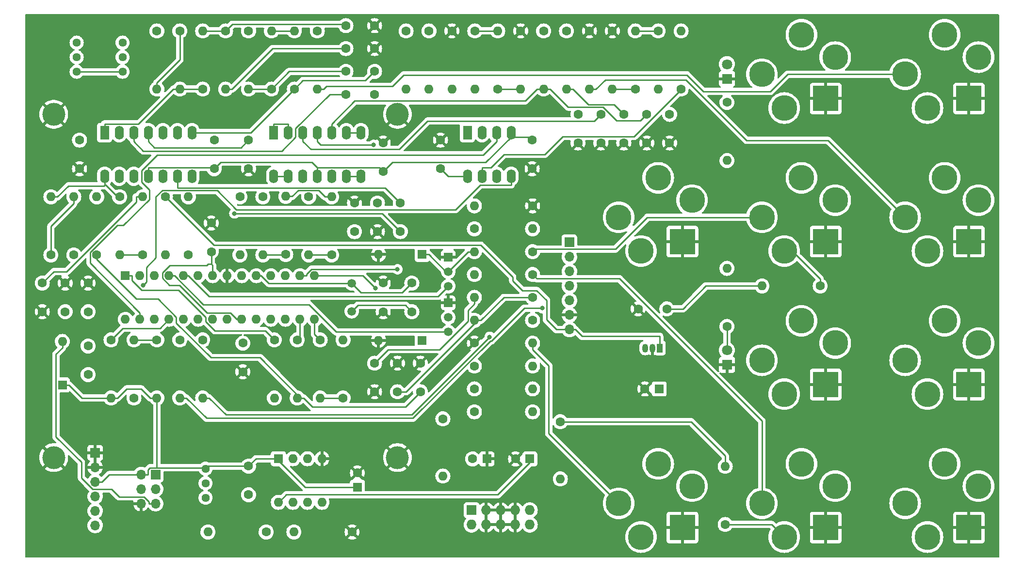
<source format=gtl>
G04 #@! TF.GenerationSoftware,KiCad,Pcbnew,7.0.8*
G04 #@! TF.CreationDate,2023-10-13T18:56:11-05:00*
G04 #@! TF.ProjectId,QuantizerBack,5175616e-7469-47a6-9572-4261636b2e6b,rev?*
G04 #@! TF.SameCoordinates,Original*
G04 #@! TF.FileFunction,Copper,L1,Top*
G04 #@! TF.FilePolarity,Positive*
%FSLAX46Y46*%
G04 Gerber Fmt 4.6, Leading zero omitted, Abs format (unit mm)*
G04 Created by KiCad (PCBNEW 7.0.8) date 2023-10-13 18:56:11*
%MOMM*%
%LPD*%
G01*
G04 APERTURE LIST*
G04 #@! TA.AperFunction,ComponentPad*
%ADD10C,4.500001*%
G04 #@! TD*
G04 #@! TA.AperFunction,ComponentPad*
%ADD11R,4.500001X4.500001*%
G04 #@! TD*
G04 #@! TA.AperFunction,ComponentPad*
%ADD12C,4.500000*%
G04 #@! TD*
G04 #@! TA.AperFunction,ComponentPad*
%ADD13R,1.800000X1.800000*%
G04 #@! TD*
G04 #@! TA.AperFunction,ComponentPad*
%ADD14C,1.800000*%
G04 #@! TD*
G04 #@! TA.AperFunction,ComponentPad*
%ADD15C,4.000000*%
G04 #@! TD*
G04 #@! TA.AperFunction,ComponentPad*
%ADD16R,1.700000X1.700000*%
G04 #@! TD*
G04 #@! TA.AperFunction,ComponentPad*
%ADD17O,1.700000X1.700000*%
G04 #@! TD*
G04 #@! TA.AperFunction,ComponentPad*
%ADD18C,1.600000*%
G04 #@! TD*
G04 #@! TA.AperFunction,ComponentPad*
%ADD19O,1.600000X1.600000*%
G04 #@! TD*
G04 #@! TA.AperFunction,ComponentPad*
%ADD20R,1.600000X1.600000*%
G04 #@! TD*
G04 #@! TA.AperFunction,ComponentPad*
%ADD21C,1.500000*%
G04 #@! TD*
G04 #@! TA.AperFunction,ComponentPad*
%ADD22R,1.600000X2.400000*%
G04 #@! TD*
G04 #@! TA.AperFunction,ComponentPad*
%ADD23O,1.600000X2.400000*%
G04 #@! TD*
G04 #@! TA.AperFunction,ComponentPad*
%ADD24C,1.440000*%
G04 #@! TD*
G04 #@! TA.AperFunction,ComponentPad*
%ADD25R,1.050000X1.500000*%
G04 #@! TD*
G04 #@! TA.AperFunction,ComponentPad*
%ADD26O,1.050000X1.500000*%
G04 #@! TD*
G04 #@! TA.AperFunction,ComponentPad*
%ADD27R,1.727200X1.727200*%
G04 #@! TD*
G04 #@! TA.AperFunction,ComponentPad*
%ADD28O,1.727200X1.727200*%
G04 #@! TD*
G04 #@! TA.AperFunction,ComponentPad*
%ADD29R,1.500000X1.500000*%
G04 #@! TD*
G04 #@! TA.AperFunction,ViaPad*
%ADD30C,0.800000*%
G04 #@! TD*
G04 #@! TA.AperFunction,Conductor*
%ADD31C,0.250000*%
G04 #@! TD*
G04 APERTURE END LIST*
D10*
X225500000Y-106100000D03*
X231400000Y-110000000D03*
D11*
X229740000Y-117240000D03*
D12*
X218600000Y-113000000D03*
X222500000Y-118900000D03*
D13*
X187500000Y-113775000D03*
D14*
X187500000Y-111235000D03*
D10*
X175500000Y-131100000D03*
X181400000Y-135000000D03*
D11*
X179740000Y-142240000D03*
D12*
X168600000Y-138000000D03*
X172500000Y-143900000D03*
D10*
X200500000Y-81100000D03*
X206400000Y-85000000D03*
D11*
X204740000Y-92240000D03*
D12*
X193600000Y-88000000D03*
X197500000Y-93900000D03*
D15*
X70000000Y-130000000D03*
D10*
X200500000Y-106100000D03*
X206400000Y-110000000D03*
D11*
X204740000Y-117240000D03*
D12*
X193600000Y-113000000D03*
X197500000Y-118900000D03*
D15*
X130000000Y-130000000D03*
D10*
X200500000Y-56100000D03*
X206400000Y-60000000D03*
D11*
X204740000Y-67240000D03*
D12*
X193600000Y-63000000D03*
X197500000Y-68900000D03*
D13*
X187500000Y-63775000D03*
D14*
X187500000Y-61235000D03*
D16*
X160000000Y-92375000D03*
D17*
X160000000Y-94915000D03*
X160000000Y-97455000D03*
X160000000Y-99995000D03*
X160000000Y-102535000D03*
X160000000Y-105075000D03*
X160000000Y-107615000D03*
D10*
X225500000Y-81100000D03*
X231400000Y-85000000D03*
D11*
X229740000Y-92240000D03*
D12*
X218600000Y-88000000D03*
X222500000Y-93900000D03*
D10*
X200500000Y-131100000D03*
X206400000Y-135000000D03*
D11*
X204740000Y-142240000D03*
D12*
X193600000Y-138000000D03*
X197500000Y-143900000D03*
D15*
X70000000Y-70000000D03*
X130000000Y-70000000D03*
D10*
X175500000Y-81100000D03*
X181400000Y-85000000D03*
D11*
X179740000Y-92240000D03*
D12*
X168600000Y-88000000D03*
X172500000Y-93900000D03*
D10*
X225500000Y-131100000D03*
X231400000Y-135000000D03*
D11*
X229740000Y-142240000D03*
D12*
X218600000Y-138000000D03*
X222500000Y-143900000D03*
D10*
X225500000Y-56100000D03*
X231400000Y-60000000D03*
D11*
X229740000Y-67240000D03*
D12*
X218600000Y-63000000D03*
X222500000Y-68900000D03*
D18*
X69500000Y-94580000D03*
D19*
X69500000Y-84420000D03*
D18*
X72000000Y-99500000D03*
X72000000Y-104500000D03*
X100000000Y-55420000D03*
D19*
X100000000Y-65580000D03*
D18*
X96000000Y-109420000D03*
D19*
X96000000Y-119580000D03*
D20*
X134310000Y-94500000D03*
D19*
X126690000Y-94500000D03*
D20*
X82500000Y-98200000D03*
D19*
X85040000Y-98200000D03*
X87580000Y-98200000D03*
X90120000Y-98200000D03*
X92660000Y-98200000D03*
X95200000Y-98200000D03*
X97740000Y-98200000D03*
X100280000Y-98200000D03*
X102820000Y-98200000D03*
X105360000Y-98200000D03*
X107900000Y-98200000D03*
X110440000Y-98200000D03*
X112980000Y-98200000D03*
X115520000Y-98200000D03*
X115520000Y-105820000D03*
X112980000Y-105820000D03*
X110440000Y-105820000D03*
X107900000Y-105820000D03*
X105360000Y-105820000D03*
X102820000Y-105820000D03*
X100280000Y-105820000D03*
X97740000Y-105820000D03*
X95200000Y-105820000D03*
X92660000Y-105820000D03*
X90120000Y-105820000D03*
X87580000Y-105820000D03*
X85040000Y-105820000D03*
X82500000Y-105820000D03*
D21*
X122000000Y-99550000D03*
X122000000Y-104430000D03*
D18*
X143420000Y-90000000D03*
D19*
X153580000Y-90000000D03*
D22*
X108375000Y-73200000D03*
D23*
X110915000Y-73200000D03*
X113455000Y-73200000D03*
X115995000Y-73200000D03*
X118535000Y-73200000D03*
X121075000Y-73200000D03*
X123615000Y-73200000D03*
X123615000Y-80820000D03*
X121075000Y-80820000D03*
X118535000Y-80820000D03*
X115995000Y-80820000D03*
X113455000Y-80820000D03*
X110915000Y-80820000D03*
X108375000Y-80820000D03*
D20*
X123000000Y-135182400D03*
D18*
X123000000Y-132682400D03*
X158420000Y-123730000D03*
D19*
X158420000Y-133730000D03*
D18*
X112500000Y-109420000D03*
D19*
X112500000Y-119580000D03*
D18*
X122500000Y-85500000D03*
X122500000Y-90500000D03*
X120500000Y-119580000D03*
D19*
X120500000Y-109420000D03*
D18*
X126000000Y-118500000D03*
X126000000Y-113500000D03*
X106500000Y-84420000D03*
D19*
X106500000Y-94580000D03*
D22*
X78875000Y-73200000D03*
D23*
X81415000Y-73200000D03*
X83955000Y-73200000D03*
X86495000Y-73200000D03*
X89035000Y-73200000D03*
X91575000Y-73200000D03*
X94115000Y-73200000D03*
X94115000Y-80820000D03*
X91575000Y-80820000D03*
X89035000Y-80820000D03*
X86495000Y-80820000D03*
X83955000Y-80820000D03*
X81415000Y-80820000D03*
X78875000Y-80820000D03*
D18*
X114500000Y-84420000D03*
D19*
X114500000Y-94580000D03*
D18*
X107080000Y-143000000D03*
D19*
X96920000Y-143000000D03*
D18*
X104000000Y-131500000D03*
X104000000Y-136500000D03*
X73500000Y-94580000D03*
D19*
X73500000Y-84420000D03*
D18*
X187500000Y-107080000D03*
D19*
X187500000Y-96920000D03*
D18*
X89500000Y-84420000D03*
D19*
X89500000Y-94580000D03*
D24*
X82000000Y-62550000D03*
X82000000Y-60010000D03*
X82000000Y-57470000D03*
D20*
X153102400Y-130230000D03*
D18*
X150602400Y-130230000D03*
D24*
X74000000Y-62550000D03*
X74000000Y-60010000D03*
X74000000Y-57470000D03*
D18*
X126500000Y-90500000D03*
X126500000Y-85500000D03*
X163500000Y-55420000D03*
D19*
X163500000Y-65580000D03*
D18*
X187200000Y-141700000D03*
D19*
X187200000Y-131540000D03*
D18*
X165500000Y-75000000D03*
X165500000Y-70000000D03*
X116000000Y-55420000D03*
D19*
X116000000Y-65580000D03*
D18*
X177000000Y-104000000D03*
X172000000Y-104000000D03*
X126000000Y-58500000D03*
X121000000Y-58500000D03*
X137920000Y-123230000D03*
D19*
X137920000Y-133230000D03*
D18*
X173500000Y-75000000D03*
X173500000Y-70000000D03*
X92000000Y-55420000D03*
D19*
X92000000Y-65580000D03*
D25*
X175770000Y-110860000D03*
D26*
X174500000Y-110860000D03*
X173230000Y-110860000D03*
D27*
X142940000Y-139200000D03*
D28*
X142940000Y-141740000D03*
X145480000Y-139200000D03*
X145480000Y-141740000D03*
X148020000Y-139200000D03*
X148020000Y-141740000D03*
X150560000Y-139200000D03*
X150560000Y-141740000D03*
X153100000Y-139200000D03*
X153100000Y-141740000D03*
D18*
X108000000Y-65580000D03*
D19*
X108000000Y-55420000D03*
D18*
X77500000Y-94580000D03*
D19*
X77500000Y-84420000D03*
D18*
X112000000Y-65580000D03*
D19*
X112000000Y-55420000D03*
D18*
X177500000Y-75000000D03*
X177500000Y-70000000D03*
X104000000Y-55420000D03*
D19*
X104000000Y-65580000D03*
D18*
X143420000Y-122000000D03*
D19*
X153580000Y-122000000D03*
D18*
X143420000Y-110000000D03*
D19*
X153580000Y-110000000D03*
D16*
X87775000Y-132975000D03*
D17*
X85235000Y-132975000D03*
X87775000Y-135515000D03*
X85235000Y-135515000D03*
X87775000Y-138055000D03*
X85235000Y-138055000D03*
D18*
X153580000Y-94000000D03*
D19*
X143420000Y-94000000D03*
D20*
X109200000Y-130200000D03*
D19*
X111740000Y-130200000D03*
X114280000Y-130200000D03*
X116820000Y-130200000D03*
X116820000Y-137820000D03*
X114280000Y-137820000D03*
X111740000Y-137820000D03*
X109200000Y-137820000D03*
D18*
X88000000Y-55420000D03*
D19*
X88000000Y-65580000D03*
D18*
X108500000Y-109420000D03*
D19*
X108500000Y-119580000D03*
D18*
X68000000Y-104500000D03*
X68000000Y-99500000D03*
X179500000Y-65580000D03*
D19*
X179500000Y-55420000D03*
D18*
X155500000Y-55420000D03*
D19*
X155500000Y-65580000D03*
D16*
X77235000Y-129165000D03*
D17*
X77235000Y-131705000D03*
X77235000Y-134245000D03*
X77235000Y-136785000D03*
X77235000Y-139325000D03*
X77235000Y-141865000D03*
D18*
X84000000Y-119580000D03*
D19*
X84000000Y-109420000D03*
D18*
X153580000Y-102000000D03*
D19*
X143420000Y-102000000D03*
D18*
X167500000Y-55420000D03*
D19*
X167500000Y-65580000D03*
D18*
X143500000Y-55420000D03*
D19*
X143500000Y-65580000D03*
D18*
X171500000Y-65580000D03*
D19*
X171500000Y-55420000D03*
D18*
X97500000Y-89000000D03*
X97500000Y-94000000D03*
X130500000Y-90500000D03*
X130500000Y-85500000D03*
X126000000Y-54500000D03*
X121000000Y-54500000D03*
X159500000Y-55420000D03*
D19*
X159500000Y-65580000D03*
D18*
X80000000Y-109420000D03*
D19*
X80000000Y-119580000D03*
D20*
X175682400Y-118000000D03*
D18*
X173182400Y-118000000D03*
X147500000Y-65580000D03*
D19*
X147500000Y-55420000D03*
D18*
X81500000Y-84420000D03*
D19*
X81500000Y-94580000D03*
D22*
X142200000Y-73200000D03*
D23*
X144740000Y-73200000D03*
X147280000Y-73200000D03*
X149820000Y-73200000D03*
X149820000Y-80820000D03*
X147280000Y-80820000D03*
X144740000Y-80820000D03*
X142200000Y-80820000D03*
D18*
X110500000Y-94500000D03*
D19*
X110500000Y-84340000D03*
D18*
X118500000Y-94580000D03*
D19*
X118500000Y-84420000D03*
D18*
X132500000Y-104500000D03*
X127500000Y-104500000D03*
X96000000Y-65580000D03*
D19*
X96000000Y-55420000D03*
D18*
X126000000Y-62500000D03*
X121000000Y-62500000D03*
D24*
X96500000Y-131950000D03*
X96500000Y-134490000D03*
X96500000Y-137030000D03*
D18*
X76000000Y-110500000D03*
X76000000Y-115500000D03*
X153500000Y-74500000D03*
X153500000Y-79500000D03*
X92000000Y-109420000D03*
D19*
X92000000Y-119580000D03*
D18*
X85500000Y-94580000D03*
D19*
X85500000Y-84420000D03*
D18*
X122080000Y-143000000D03*
D19*
X111920000Y-143000000D03*
D18*
X137500000Y-79500000D03*
X137500000Y-74500000D03*
D29*
X138860000Y-94960000D03*
D21*
X138860000Y-97500000D03*
X138860000Y-100040000D03*
D18*
X153580000Y-86000000D03*
D19*
X143420000Y-86000000D03*
D18*
X134000000Y-113500000D03*
X134000000Y-118500000D03*
X103000000Y-110000000D03*
X103000000Y-115000000D03*
X151500000Y-55420000D03*
D19*
X151500000Y-65580000D03*
D18*
X153580000Y-106000000D03*
D19*
X143420000Y-106000000D03*
D18*
X153580000Y-98000000D03*
D19*
X143420000Y-98000000D03*
D18*
X132500000Y-99500000D03*
X127500000Y-99500000D03*
X139500000Y-55420000D03*
D19*
X139500000Y-65580000D03*
D18*
X131500000Y-55420000D03*
D19*
X131500000Y-65580000D03*
D18*
X127500000Y-80000000D03*
X127500000Y-75000000D03*
X126000000Y-66500000D03*
X121000000Y-66500000D03*
X175500000Y-55420000D03*
D19*
X175500000Y-65580000D03*
D18*
X93500000Y-94580000D03*
D19*
X93500000Y-84420000D03*
D18*
X102500000Y-84420000D03*
D19*
X102500000Y-94580000D03*
D18*
X98000000Y-79500000D03*
X98000000Y-74500000D03*
X143420000Y-118000000D03*
D19*
X153580000Y-118000000D03*
D20*
X145602400Y-130230000D03*
D18*
X143102400Y-130230000D03*
X135500000Y-55420000D03*
D19*
X135500000Y-65580000D03*
D18*
X130000000Y-113500000D03*
X130000000Y-118500000D03*
X143420000Y-114000000D03*
D19*
X153580000Y-114000000D03*
D18*
X169500000Y-75000000D03*
X169500000Y-70000000D03*
D20*
X71500000Y-117310000D03*
D19*
X71500000Y-109690000D03*
D18*
X104000000Y-74500000D03*
X104000000Y-79500000D03*
D29*
X138860000Y-102960000D03*
D21*
X138860000Y-105500000D03*
X138860000Y-108040000D03*
D18*
X161500000Y-75000000D03*
X161500000Y-70000000D03*
X203780000Y-100000000D03*
D19*
X193620000Y-100000000D03*
D20*
X134310000Y-109500000D03*
D19*
X126690000Y-109500000D03*
D18*
X76000000Y-99500000D03*
X76000000Y-104500000D03*
X116500000Y-109420000D03*
D19*
X116500000Y-119580000D03*
D18*
X74500000Y-74500000D03*
X74500000Y-79500000D03*
X187500000Y-67920000D03*
D19*
X187500000Y-78080000D03*
D18*
X88000000Y-109420000D03*
D19*
X88000000Y-119580000D03*
D30*
X95900000Y-107600000D03*
X104600000Y-84600000D03*
X100100000Y-96400000D03*
X100200000Y-100500000D03*
X138400000Y-88000000D03*
X104300000Y-81500000D03*
X140500000Y-106300000D03*
X125814100Y-75335800D03*
X101535000Y-87330900D03*
X146088900Y-108901000D03*
X155283300Y-103900000D03*
X126184000Y-100433600D03*
X130000000Y-97100000D03*
X85590000Y-99904900D03*
D31*
X88000000Y-131774100D02*
X96324100Y-131774100D01*
X118500000Y-84420000D02*
X117374700Y-84420000D01*
X77235000Y-134245000D02*
X78410300Y-134245000D01*
X74895300Y-119580000D02*
X72625300Y-117310000D01*
X86874700Y-119580000D02*
X88000000Y-119580000D01*
X86410300Y-132975000D02*
X86410300Y-132167000D01*
X82705300Y-118000000D02*
X85294700Y-118000000D01*
X85294700Y-118000000D02*
X86874700Y-119580000D01*
X100850800Y-104694700D02*
X96802300Y-104694700D01*
X112670600Y-83294700D02*
X116249400Y-83294700D01*
X101976100Y-105820000D02*
X100850800Y-104694700D01*
X86410300Y-132167000D02*
X86803200Y-131774100D01*
X109200000Y-130500000D02*
X113882400Y-135182400D01*
X90184500Y-99860900D02*
X88940700Y-98617100D01*
X104000000Y-131500000D02*
X96950000Y-131500000D01*
X96950000Y-131500000D02*
X96500000Y-131950000D01*
X80000000Y-119580000D02*
X74895300Y-119580000D01*
X79680300Y-132975000D02*
X78410300Y-134245000D01*
X113882400Y-135182400D02*
X123000000Y-135182400D01*
X88000000Y-131774100D02*
X88000000Y-119580000D01*
X88940700Y-97709700D02*
X90250400Y-96400000D01*
X96324100Y-131774100D02*
X96500000Y-131950000D01*
X96700000Y-96400000D02*
X96920200Y-96179800D01*
X109200000Y-130200000D02*
X105300000Y-130200000D01*
X85235000Y-132975000D02*
X79680300Y-132975000D01*
X116249400Y-83294700D02*
X117374700Y-84420000D01*
X90250400Y-96400000D02*
X96700000Y-96400000D01*
X97500000Y-96179800D02*
X97740000Y-96419800D01*
X96802300Y-104694700D02*
X91968500Y-99860900D01*
X97740000Y-96419800D02*
X97740000Y-98200000D01*
X71500000Y-117310000D02*
X72625300Y-117310000D01*
X80000000Y-119580000D02*
X81125300Y-119580000D01*
X85235000Y-132975000D02*
X86410300Y-132975000D01*
X91968500Y-99860900D02*
X90184500Y-99860900D01*
X97500000Y-94000000D02*
X97500000Y-96179800D01*
X81125300Y-119580000D02*
X82705300Y-118000000D01*
X105300000Y-130200000D02*
X104000000Y-131500000D01*
X111625300Y-84340000D02*
X112670600Y-83294700D01*
X86803200Y-131774100D02*
X88000000Y-131774100D01*
X102820000Y-105820000D02*
X101976100Y-105820000D01*
X109200000Y-130200000D02*
X109200000Y-130500000D01*
X110500000Y-84340000D02*
X111625300Y-84340000D01*
X88940700Y-98617100D02*
X88940700Y-97709700D01*
X96920200Y-96179800D02*
X97500000Y-96179800D01*
X80105300Y-135515000D02*
X81470000Y-136879700D01*
X81470000Y-136879700D02*
X85791800Y-136879700D01*
X70374600Y-126357100D02*
X74830600Y-130813100D01*
X82500000Y-98200000D02*
X83625300Y-98200000D01*
X96500000Y-105499400D02*
X96500000Y-106217400D01*
X86599700Y-137687600D02*
X86599700Y-138055000D01*
X85321300Y-100740000D02*
X91740600Y-100740000D01*
X83625300Y-99044000D02*
X85321300Y-100740000D01*
X70374600Y-111940700D02*
X70374600Y-126357100D01*
X85791800Y-136879700D02*
X86599700Y-137687600D01*
X96500000Y-106217400D02*
X98102600Y-107820000D01*
X106900000Y-107820000D02*
X108500000Y-109420000D01*
X74830600Y-133561500D02*
X76784100Y-135515000D01*
X83625300Y-98200000D02*
X83625300Y-99044000D01*
X91740600Y-100740000D02*
X96500000Y-105499400D01*
X76784100Y-135515000D02*
X80105300Y-135515000D01*
X74830600Y-130813100D02*
X74830600Y-133561500D01*
X71500000Y-110815300D02*
X70374600Y-111940700D01*
X87775000Y-138055000D02*
X86599700Y-138055000D01*
X98102600Y-107820000D02*
X106900000Y-107820000D01*
X71500000Y-109690000D02*
X71500000Y-110815300D01*
X122000000Y-104430000D02*
X123067500Y-103362500D01*
X123067500Y-103362500D02*
X131362500Y-103362500D01*
X131362500Y-103362500D02*
X132500000Y-104500000D01*
X156007811Y-105907811D02*
X156007811Y-102507811D01*
X156007811Y-102507811D02*
X154300000Y-100800000D01*
X154300000Y-100800000D02*
X151800000Y-100800000D01*
X161015000Y-107615000D02*
X160000000Y-107615000D01*
X175770000Y-110860000D02*
X175770000Y-108800000D01*
X151800000Y-100800000D02*
X150100000Y-99100000D01*
X175770000Y-108800000D02*
X162200000Y-108800000D01*
X150100000Y-99100000D02*
X150100000Y-98430000D01*
X162200000Y-108800000D02*
X161015000Y-107615000D01*
X150100000Y-98430000D02*
X144539300Y-92869300D01*
X157715000Y-107615000D02*
X156007811Y-105907811D01*
X144539300Y-92869300D02*
X97949300Y-92869300D01*
X97949300Y-92869300D02*
X89500000Y-84420000D01*
X160000000Y-107615000D02*
X157715000Y-107615000D01*
X110600000Y-136500000D02*
X109280000Y-137820000D01*
X153102400Y-130230000D02*
X153102400Y-130897600D01*
X138820000Y-80820000D02*
X137500000Y-79500000D01*
X181230000Y-123730000D02*
X187200000Y-129700000D01*
X142200000Y-80820000D02*
X138820000Y-80820000D01*
X125814100Y-75335800D02*
X116605500Y-75335800D01*
X87569700Y-75800000D02*
X86495000Y-74725300D01*
X86495000Y-74725300D02*
X86495000Y-73200000D01*
X104000000Y-74500000D02*
X102700000Y-75800000D01*
X147500000Y-136500000D02*
X110600000Y-136500000D01*
X179800000Y-104000000D02*
X177000000Y-104000000D01*
X109280000Y-137820000D02*
X109200000Y-137820000D01*
X183800000Y-100000000D02*
X179800000Y-104000000D01*
X115995000Y-73200000D02*
X115995000Y-74725300D01*
X193620000Y-100000000D02*
X183800000Y-100000000D01*
X102700000Y-75800000D02*
X87569700Y-75800000D01*
X158420000Y-123730000D02*
X181230000Y-123730000D01*
X116605500Y-75335800D02*
X115995000Y-74725300D01*
X153102400Y-130897600D02*
X147500000Y-136500000D01*
X82000000Y-62550000D02*
X74000000Y-62550000D01*
X187200000Y-129700000D02*
X187200000Y-131540000D01*
X152962600Y-73962600D02*
X153500000Y-74500000D01*
X149820000Y-73962600D02*
X152962600Y-73962600D01*
X115995000Y-80820000D02*
X115995000Y-79407300D01*
X126794700Y-79294700D02*
X127500000Y-80000000D01*
X115038300Y-78338000D02*
X99162000Y-78338000D01*
X115995000Y-79294700D02*
X126794700Y-79294700D01*
X86495000Y-79294700D02*
X97794700Y-79294700D01*
X97794700Y-79294700D02*
X98000000Y-79500000D01*
X129125300Y-78374700D02*
X145407900Y-78374700D01*
X99162000Y-78338000D02*
X98000000Y-79500000D01*
X115995000Y-79407300D02*
X115995000Y-79294700D01*
X115995000Y-79294700D02*
X115038300Y-78338000D01*
X86495000Y-80820000D02*
X86495000Y-79294700D01*
X145407900Y-78374700D02*
X149820000Y-73962600D01*
X127500000Y-80000000D02*
X129125300Y-78374700D01*
X149820000Y-73200000D02*
X149820000Y-73962600D01*
X171500000Y-55420000D02*
X175500000Y-55420000D01*
X160625300Y-65580000D02*
X163324000Y-68278700D01*
X159500000Y-65580000D02*
X160625300Y-65580000D01*
X163324000Y-68278700D02*
X167778700Y-68278700D01*
X167778700Y-68278700D02*
X169500000Y-70000000D01*
X147500000Y-55420000D02*
X143500000Y-55420000D01*
X131482700Y-118500000D02*
X130000000Y-118500000D01*
X143420000Y-106000000D02*
X143982700Y-106000000D01*
X148545300Y-102000000D02*
X153580000Y-102000000D01*
X143982700Y-106000000D02*
X131482700Y-118500000D01*
X144545300Y-106000000D02*
X148545300Y-102000000D01*
X143982700Y-106000000D02*
X144545300Y-106000000D01*
X123608900Y-101158900D02*
X130841100Y-101158900D01*
X130841100Y-101158900D02*
X132500000Y-99500000D01*
X106204000Y-98200000D02*
X107554000Y-99550000D01*
X122000000Y-99550000D02*
X123608900Y-101158900D01*
X107554000Y-99550000D02*
X122000000Y-99550000D01*
X105360000Y-98200000D02*
X106204000Y-98200000D01*
X113455000Y-73200000D02*
X113455000Y-74725300D01*
X135230400Y-71176100D02*
X130278500Y-76128000D01*
X165500000Y-70000000D02*
X164323900Y-71176100D01*
X114857700Y-76128000D02*
X113455000Y-74725300D01*
X130278500Y-76128000D02*
X114857700Y-76128000D01*
X164323900Y-71176100D02*
X135230400Y-71176100D01*
X118535000Y-73200000D02*
X118535000Y-71674700D01*
X172368700Y-71131300D02*
X173500000Y-70000000D01*
X118535000Y-71674700D02*
X122548300Y-67661400D01*
X152293300Y-67661400D02*
X154374700Y-65580000D01*
X156625300Y-65580000D02*
X159774400Y-68729100D01*
X154937400Y-65580000D02*
X155500000Y-65580000D01*
X154937400Y-65580000D02*
X154374700Y-65580000D01*
X155500000Y-65580000D02*
X156625300Y-65580000D01*
X165854100Y-68729100D02*
X168256300Y-71131300D01*
X159774400Y-68729100D02*
X165854100Y-68729100D01*
X122548300Y-67661400D02*
X152293300Y-67661400D01*
X168256300Y-71131300D02*
X172368700Y-71131300D01*
X143420000Y-102000000D02*
X143420000Y-103125300D01*
X128373400Y-111126600D02*
X126000000Y-113500000D01*
X142294700Y-106149900D02*
X137318000Y-111126600D01*
X142294700Y-104250600D02*
X142294700Y-106149900D01*
X143420000Y-103125300D02*
X142294700Y-104250600D01*
X137318000Y-111126600D02*
X128373400Y-111126600D01*
X116500000Y-119580000D02*
X120500000Y-119580000D01*
X97409800Y-112500000D02*
X91390000Y-106480200D01*
X91390000Y-106480200D02*
X91390000Y-105475800D01*
X113062700Y-119580000D02*
X113625300Y-119580000D01*
X91390000Y-105475800D02*
X88183300Y-102269100D01*
X105982700Y-112500000D02*
X97409800Y-112500000D01*
X77500000Y-95330500D02*
X77500000Y-94580000D01*
X84438600Y-102269100D02*
X77500000Y-95330500D01*
X113625300Y-119580000D02*
X115145300Y-121100000D01*
X112500000Y-119580000D02*
X113062700Y-119580000D01*
X131400000Y-121100000D02*
X134000000Y-118500000D01*
X115145300Y-121100000D02*
X131400000Y-121100000D01*
X113062700Y-119580000D02*
X105982700Y-112500000D01*
X88183300Y-102269100D02*
X84438600Y-102269100D01*
X112200000Y-72454700D02*
X112200000Y-73981000D01*
X83955000Y-74725300D02*
X83955000Y-73200000D01*
X85629700Y-76400000D02*
X83955000Y-74725300D01*
X118154700Y-66500000D02*
X112200000Y-72454700D01*
X112200000Y-73981000D02*
X109781000Y-76400000D01*
X121000000Y-66500000D02*
X118154700Y-66500000D01*
X109781000Y-76400000D02*
X85629700Y-76400000D01*
X120748200Y-54248200D02*
X121000000Y-54500000D01*
X96000000Y-55420000D02*
X100000000Y-55420000D01*
X100000000Y-55420000D02*
X101171800Y-54248200D01*
X101171800Y-54248200D02*
X120748200Y-54248200D01*
X81500000Y-94580000D02*
X85500000Y-94580000D01*
X101125300Y-65580000D02*
X108205300Y-58500000D01*
X108205300Y-58500000D02*
X121000000Y-58500000D01*
X100000000Y-65580000D02*
X101125300Y-65580000D01*
X70000000Y-97500000D02*
X68000000Y-99500000D01*
X85500000Y-84420000D02*
X84374700Y-84420000D01*
X84374700Y-84420000D02*
X84374700Y-85344000D01*
X84374700Y-85344000D02*
X72218700Y-97500000D01*
X72218700Y-97500000D02*
X70000000Y-97500000D01*
X126000000Y-62500000D02*
X124400000Y-64100000D01*
X124400000Y-64100000D02*
X113480000Y-64100000D01*
X104380000Y-73200000D02*
X94115000Y-73200000D01*
X113480000Y-64100000D02*
X112000000Y-65580000D01*
X112000000Y-65580000D02*
X104380000Y-73200000D01*
X108000000Y-65580000D02*
X111080000Y-62500000D01*
X104000000Y-65580000D02*
X108000000Y-65580000D01*
X111080000Y-62500000D02*
X121000000Y-62500000D01*
X127330900Y-87330900D02*
X130500000Y-90500000D01*
X101535000Y-87330900D02*
X127330900Y-87330900D01*
X112482503Y-82843280D02*
X112484403Y-82845180D01*
X112484403Y-82845180D02*
X127845180Y-82845180D01*
X91575000Y-82843280D02*
X112482503Y-82843280D01*
X91575000Y-80820000D02*
X91575000Y-82843280D01*
X127845180Y-82845180D02*
X130500000Y-85500000D01*
X187500000Y-111235000D02*
X187500000Y-107080000D01*
X154305000Y-98725000D02*
X153580000Y-98000000D01*
X193600000Y-123600000D02*
X168725000Y-98725000D01*
X168725000Y-98725000D02*
X154305000Y-98725000D01*
X193600000Y-138000000D02*
X193600000Y-123600000D01*
X167500000Y-65580000D02*
X171500000Y-65580000D01*
X108000000Y-55420000D02*
X112000000Y-55420000D01*
X168600000Y-138000000D02*
X156400000Y-125800000D01*
X153580000Y-111125300D02*
X153580000Y-110000000D01*
X156400000Y-113945300D02*
X153580000Y-111125300D01*
X156400000Y-125800000D02*
X156400000Y-113945300D01*
X151500000Y-65580000D02*
X147500000Y-65580000D01*
X218600000Y-63000000D02*
X198100000Y-63000000D01*
X129086300Y-65113700D02*
X117591600Y-65113700D01*
X198100000Y-63000000D02*
X195100000Y-66000000D01*
X117591600Y-65113700D02*
X117125300Y-65580000D01*
X183416500Y-66000000D02*
X180516500Y-63100000D01*
X131100000Y-63100000D02*
X129086300Y-65113700D01*
X180516500Y-63100000D02*
X131100000Y-63100000D01*
X117125300Y-65580000D02*
X116000000Y-65580000D01*
X195100000Y-66000000D02*
X183416500Y-66000000D01*
X205161700Y-74561700D02*
X190932600Y-74561700D01*
X164620000Y-65580000D02*
X163500000Y-65580000D01*
X190932600Y-74561700D02*
X180320420Y-63949520D01*
X218600000Y-88000000D02*
X205161700Y-74561700D01*
X180320420Y-63949520D02*
X166250480Y-63949520D01*
X166250480Y-63949520D02*
X164620000Y-65580000D01*
X173574800Y-88000000D02*
X168024400Y-93550400D01*
X193600000Y-88000000D02*
X173574800Y-88000000D01*
X154029600Y-93550400D02*
X153580000Y-94000000D01*
X168024400Y-93550400D02*
X154029600Y-93550400D01*
X96096500Y-103228100D02*
X114519600Y-103228100D01*
X119331500Y-108040000D02*
X138860000Y-108040000D01*
X114519600Y-103228100D02*
X119331500Y-108040000D01*
X90120000Y-98200000D02*
X91068400Y-98200000D01*
X91068400Y-98200000D02*
X96096500Y-103228100D01*
X97104000Y-101800000D02*
X137100000Y-101800000D01*
X93504000Y-98200000D02*
X97104000Y-101800000D01*
X92660000Y-98200000D02*
X93504000Y-98200000D01*
X137100000Y-101800000D02*
X138860000Y-100040000D01*
X138860000Y-97500000D02*
X142294700Y-94065300D01*
X143420000Y-94000000D02*
X142294700Y-94000000D01*
X142294700Y-94065300D02*
X142294700Y-94000000D01*
X134310000Y-94500000D02*
X135435300Y-94500000D01*
X135435300Y-94500000D02*
X138435300Y-97500000D01*
X138435300Y-97500000D02*
X138860000Y-97500000D01*
X146088900Y-108901000D02*
X146088900Y-108922700D01*
X132511600Y-122500000D02*
X100045300Y-122500000D01*
X146088900Y-108922700D02*
X132511600Y-122500000D01*
X100045300Y-122500000D02*
X97125300Y-119580000D01*
X97125300Y-119580000D02*
X96000000Y-119580000D01*
X187200000Y-141700000D02*
X195300000Y-141700000D01*
X195300000Y-141700000D02*
X197500000Y-143900000D01*
X155283300Y-103900000D02*
X152115700Y-103900000D01*
X146389400Y-109626300D02*
X146185800Y-109626300D01*
X96645300Y-123100000D02*
X93125300Y-119580000D01*
X132712100Y-123100000D02*
X96645300Y-123100000D01*
X93125300Y-119580000D02*
X92000000Y-119580000D01*
X152115700Y-103900000D02*
X146389400Y-109626300D01*
X146185800Y-109626300D02*
X132712100Y-123100000D01*
X203780000Y-100000000D02*
X203780000Y-98780000D01*
X198900000Y-93900000D02*
X197500000Y-93900000D01*
X203780000Y-98780000D02*
X198900000Y-93900000D01*
X115520000Y-98200000D02*
X123950400Y-98200000D01*
X123950400Y-98200000D02*
X126184000Y-100433600D01*
X106500000Y-94580000D02*
X110420000Y-94580000D01*
X110420000Y-94580000D02*
X110500000Y-94500000D01*
X114105300Y-97918600D02*
X114105300Y-98200000D01*
X129974700Y-97074700D02*
X114949200Y-97074700D01*
X114105300Y-98200000D02*
X112980000Y-98200000D01*
X114949200Y-97074700D02*
X114105300Y-97918600D01*
X130000000Y-97100000D02*
X129974700Y-97074700D01*
X88540000Y-107400000D02*
X82020000Y-107400000D01*
X90120000Y-105820000D02*
X88540000Y-107400000D01*
X82020000Y-107400000D02*
X80000000Y-109420000D01*
X108375000Y-71674700D02*
X110915000Y-71674700D01*
X110915000Y-73200000D02*
X110915000Y-71674700D01*
X108375000Y-73200000D02*
X108375000Y-71674700D01*
X114500000Y-94580000D02*
X118500000Y-94580000D01*
X121075000Y-73200000D02*
X123615000Y-73200000D01*
X84000000Y-109420000D02*
X88000000Y-109420000D01*
X116500000Y-109420000D02*
X115520000Y-108440000D01*
X115520000Y-108440000D02*
X115520000Y-105820000D01*
X112500000Y-109420000D02*
X112980000Y-108940000D01*
X112980000Y-108940000D02*
X112980000Y-105820000D01*
X123615000Y-80820000D02*
X121075000Y-80820000D01*
X110915000Y-80820000D02*
X108375000Y-80820000D01*
X92000000Y-65580000D02*
X90874700Y-65580000D01*
X90874700Y-65580000D02*
X84780000Y-71674700D01*
X84780000Y-71674700D02*
X78875000Y-71674700D01*
X78875000Y-73200000D02*
X78875000Y-71674700D01*
X96000000Y-65580000D02*
X92000000Y-65580000D01*
X72545300Y-82500000D02*
X78720300Y-82500000D01*
X69500000Y-84420000D02*
X70625300Y-84420000D01*
X78875000Y-80820000D02*
X78875000Y-82345300D01*
X70625300Y-84420000D02*
X72545300Y-82500000D01*
X81120000Y-84420000D02*
X79045300Y-82345300D01*
X78720300Y-82500000D02*
X78875000Y-82345300D01*
X81500000Y-84420000D02*
X81120000Y-84420000D01*
X79045300Y-82345300D02*
X78875000Y-82345300D01*
X88000000Y-65580000D02*
X88000000Y-64454700D01*
X92000000Y-55420000D02*
X92000000Y-60454700D01*
X92000000Y-60454700D02*
X88000000Y-64454700D01*
X69500000Y-89545300D02*
X69500000Y-94580000D01*
X73500000Y-85545300D02*
X69500000Y-89545300D01*
X73500000Y-84420000D02*
X73500000Y-85545300D01*
X148564200Y-76995800D02*
X155679500Y-76995800D01*
X144740000Y-80820000D02*
X144740000Y-79294700D01*
X146265300Y-79294700D02*
X148564200Y-76995800D01*
X158800700Y-73874600D02*
X171310400Y-73874600D01*
X144740000Y-79294700D02*
X146265300Y-79294700D01*
X155679500Y-76995800D02*
X158800700Y-73874600D01*
X171310400Y-73874600D02*
X179500000Y-65685000D01*
X179500000Y-65685000D02*
X179500000Y-65580000D01*
X86674400Y-84883600D02*
X86674400Y-83208000D01*
X147280000Y-73200000D02*
X147280000Y-74725300D01*
X85316800Y-81850400D02*
X85316800Y-79812800D01*
X144910600Y-77094700D02*
X147280000Y-74725300D01*
X82149900Y-89408100D02*
X86674400Y-84883600D01*
X81079500Y-89408100D02*
X82149900Y-89408100D01*
X85040000Y-104694700D02*
X76359200Y-96013900D01*
X85316800Y-79812800D02*
X88034900Y-77094700D01*
X76359200Y-94128400D02*
X81079500Y-89408100D01*
X85040000Y-105820000D02*
X85040000Y-104694700D01*
X88034900Y-77094700D02*
X144910600Y-77094700D01*
X86674400Y-83208000D02*
X85316800Y-81850400D01*
X76359200Y-96013900D02*
X76359200Y-94128400D01*
X87831900Y-84423100D02*
X87831900Y-95068100D01*
X144413500Y-82345300D02*
X140124700Y-86634100D01*
X86165000Y-96735000D02*
X86165000Y-99329900D01*
X101864000Y-86634100D02*
X98522700Y-83292800D01*
X87831900Y-95068100D02*
X86165000Y-96735000D01*
X86165000Y-99329900D02*
X85590000Y-99904900D01*
X149820000Y-82345300D02*
X144413500Y-82345300D01*
X88962200Y-83292800D02*
X87831900Y-84423100D01*
X140124700Y-86634100D02*
X101864000Y-86634100D01*
X149820000Y-80820000D02*
X149820000Y-82345300D01*
X98522700Y-83292800D02*
X88962200Y-83292800D01*
G04 #@! TA.AperFunction,Conductor*
G36*
X72864286Y-118444891D02*
G01*
X72864289Y-118444894D01*
X74388055Y-119968660D01*
X74398023Y-119981102D01*
X74398251Y-119980914D01*
X74403298Y-119987015D01*
X74403300Y-119987018D01*
X74403302Y-119987020D01*
X74403303Y-119987021D01*
X74454379Y-120034983D01*
X74475524Y-120056130D01*
X74475528Y-120056133D01*
X74475530Y-120056135D01*
X74481082Y-120060442D01*
X74485569Y-120064273D01*
X74507152Y-120084541D01*
X74519977Y-120096585D01*
X74519979Y-120096586D01*
X74537728Y-120106343D01*
X74554254Y-120117199D01*
X74563431Y-120124318D01*
X74570259Y-120129614D01*
X74610449Y-120147005D01*
X74613562Y-120148352D01*
X74618883Y-120150958D01*
X74660240Y-120173695D01*
X74660248Y-120173697D01*
X74679858Y-120178732D01*
X74698567Y-120185137D01*
X74717155Y-120193181D01*
X74763777Y-120200564D01*
X74769562Y-120201763D01*
X74815270Y-120213500D01*
X74835524Y-120213500D01*
X74855234Y-120215051D01*
X74857441Y-120215400D01*
X74875243Y-120218220D01*
X74909170Y-120215012D01*
X74922217Y-120213780D01*
X74928150Y-120213500D01*
X78780606Y-120213500D01*
X78848727Y-120233502D01*
X78883819Y-120267229D01*
X78993799Y-120424296D01*
X78993802Y-120424300D01*
X79155700Y-120586198D01*
X79343251Y-120717523D01*
X79550757Y-120814284D01*
X79771913Y-120873543D01*
X80000000Y-120893498D01*
X80228087Y-120873543D01*
X80449243Y-120814284D01*
X80656749Y-120717523D01*
X80844300Y-120586198D01*
X81006198Y-120424300D01*
X81118029Y-120264588D01*
X81173486Y-120220260D01*
X81217286Y-120210921D01*
X81225189Y-120210673D01*
X81244647Y-120205019D01*
X81263994Y-120201013D01*
X81284097Y-120198474D01*
X81327979Y-120181099D01*
X81333574Y-120179183D01*
X81362116Y-120170891D01*
X81378891Y-120166019D01*
X81378895Y-120166017D01*
X81396326Y-120155708D01*
X81414080Y-120147009D01*
X81432917Y-120139552D01*
X81471086Y-120111818D01*
X81476044Y-120108562D01*
X81516662Y-120084542D01*
X81530985Y-120070218D01*
X81546024Y-120057374D01*
X81562407Y-120045472D01*
X81592493Y-120009103D01*
X81596461Y-120004741D01*
X82541286Y-119059916D01*
X82603595Y-119025893D01*
X82674410Y-119030958D01*
X82731246Y-119073505D01*
X82756057Y-119140025D01*
X82752085Y-119181624D01*
X82706457Y-119351911D01*
X82706457Y-119351913D01*
X82686502Y-119580000D01*
X82706457Y-119808087D01*
X82718466Y-119852905D01*
X82765715Y-120029240D01*
X82765717Y-120029246D01*
X82862477Y-120236749D01*
X82993795Y-120424291D01*
X82993802Y-120424300D01*
X83155700Y-120586198D01*
X83343251Y-120717523D01*
X83550757Y-120814284D01*
X83771913Y-120873543D01*
X84000000Y-120893498D01*
X84228087Y-120873543D01*
X84449243Y-120814284D01*
X84656749Y-120717523D01*
X84844300Y-120586198D01*
X85006198Y-120424300D01*
X85137523Y-120236749D01*
X85234284Y-120029243D01*
X85293543Y-119808087D01*
X85313498Y-119580000D01*
X85293543Y-119351913D01*
X85247914Y-119181624D01*
X85249604Y-119110650D01*
X85289398Y-119051854D01*
X85354662Y-119023906D01*
X85424676Y-119035679D01*
X85458716Y-119059920D01*
X86367453Y-119968657D01*
X86377420Y-119981097D01*
X86377647Y-119980910D01*
X86382699Y-119987017D01*
X86433795Y-120034999D01*
X86454925Y-120056130D01*
X86460468Y-120060430D01*
X86464981Y-120064285D01*
X86471301Y-120070220D01*
X86499379Y-120096586D01*
X86499380Y-120096586D01*
X86499382Y-120096588D01*
X86517129Y-120106344D01*
X86533659Y-120117202D01*
X86549659Y-120129613D01*
X86564634Y-120136093D01*
X86592951Y-120148347D01*
X86598285Y-120150959D01*
X86639640Y-120173695D01*
X86659262Y-120178733D01*
X86677963Y-120185135D01*
X86696555Y-120193181D01*
X86743170Y-120200563D01*
X86748942Y-120201758D01*
X86794670Y-120213500D01*
X86794682Y-120213500D01*
X86795792Y-120213641D01*
X86796611Y-120213998D01*
X86802350Y-120215472D01*
X86802112Y-120216396D01*
X86860871Y-120242018D01*
X86883223Y-120266378D01*
X86993799Y-120424296D01*
X86993802Y-120424300D01*
X87155700Y-120586198D01*
X87155703Y-120586200D01*
X87155708Y-120586204D01*
X87312770Y-120696180D01*
X87357099Y-120751637D01*
X87366500Y-120799393D01*
X87366500Y-131014600D01*
X87346498Y-131082721D01*
X87292842Y-131129214D01*
X87240500Y-131140600D01*
X86887054Y-131140600D01*
X86871212Y-131138850D01*
X86871185Y-131139144D01*
X86863292Y-131138397D01*
X86793229Y-131140600D01*
X86763344Y-131140600D01*
X86763340Y-131140600D01*
X86763329Y-131140601D01*
X86756390Y-131141477D01*
X86750477Y-131141943D01*
X86703311Y-131143425D01*
X86683850Y-131149079D01*
X86664504Y-131153085D01*
X86644404Y-131155625D01*
X86644403Y-131155625D01*
X86600535Y-131172993D01*
X86594920Y-131174915D01*
X86549613Y-131188078D01*
X86549604Y-131188082D01*
X86532162Y-131198397D01*
X86514415Y-131207091D01*
X86495583Y-131214547D01*
X86495581Y-131214548D01*
X86457414Y-131242278D01*
X86452454Y-131245536D01*
X86411836Y-131269559D01*
X86411833Y-131269561D01*
X86397512Y-131283883D01*
X86382483Y-131296719D01*
X86366093Y-131308627D01*
X86336009Y-131344990D01*
X86332014Y-131349380D01*
X86021636Y-131659757D01*
X86009201Y-131669720D01*
X86009389Y-131669947D01*
X86003282Y-131674999D01*
X85963196Y-131717686D01*
X85901983Y-131753651D01*
X85831043Y-131750812D01*
X85811378Y-131742246D01*
X85782574Y-131726658D01*
X85782572Y-131726657D01*
X85782571Y-131726656D01*
X85569639Y-131653557D01*
X85569630Y-131653555D01*
X85525476Y-131646187D01*
X85347569Y-131616500D01*
X85122431Y-131616500D01*
X84974211Y-131641233D01*
X84900369Y-131653555D01*
X84900360Y-131653557D01*
X84687428Y-131726656D01*
X84687426Y-131726658D01*
X84573252Y-131788446D01*
X84489426Y-131833810D01*
X84489424Y-131833811D01*
X84311762Y-131972091D01*
X84159279Y-132137729D01*
X84159275Y-132137734D01*
X84063445Y-132284415D01*
X84009442Y-132330504D01*
X83957962Y-132341500D01*
X79764153Y-132341500D01*
X79748311Y-132339750D01*
X79748284Y-132340044D01*
X79740392Y-132339298D01*
X79740391Y-132339298D01*
X79670342Y-132341500D01*
X79640444Y-132341500D01*
X79640440Y-132341500D01*
X79640430Y-132341501D01*
X79633479Y-132342379D01*
X79627567Y-132342844D01*
X79580412Y-132344326D01*
X79580410Y-132344327D01*
X79560955Y-132349978D01*
X79541602Y-132353986D01*
X79521510Y-132356524D01*
X79521502Y-132356526D01*
X79477636Y-132373893D01*
X79472021Y-132375816D01*
X79426707Y-132388982D01*
X79426702Y-132388984D01*
X79409263Y-132399297D01*
X79391518Y-132407990D01*
X79372680Y-132415449D01*
X79355954Y-132427602D01*
X79334512Y-132443180D01*
X79329561Y-132446433D01*
X79288940Y-132470455D01*
X79274607Y-132484787D01*
X79259581Y-132497620D01*
X79243195Y-132509526D01*
X79243194Y-132509526D01*
X79213118Y-132545880D01*
X79209123Y-132550271D01*
X78423201Y-133336192D01*
X78360889Y-133370218D01*
X78290074Y-133365153D01*
X78241406Y-133332435D01*
X78158240Y-133242094D01*
X78158239Y-133242093D01*
X78158237Y-133242091D01*
X78063740Y-133168541D01*
X77980576Y-133103811D01*
X77946792Y-133085528D01*
X77896402Y-133035516D01*
X77881050Y-132966199D01*
X77905610Y-132899586D01*
X77946793Y-132863901D01*
X77980300Y-132845767D01*
X77980301Y-132845767D01*
X78157902Y-132707534D01*
X78310325Y-132541958D01*
X78433419Y-132353548D01*
X78523820Y-132147456D01*
X78523823Y-132147449D01*
X78571544Y-131959000D01*
X77666116Y-131959000D01*
X77694493Y-131914844D01*
X77735000Y-131776889D01*
X77735000Y-131633111D01*
X77694493Y-131495156D01*
X77666116Y-131451000D01*
X78571544Y-131451000D01*
X78571544Y-131450999D01*
X78523823Y-131262550D01*
X78523820Y-131262543D01*
X78433419Y-131056451D01*
X78310325Y-130868041D01*
X78166652Y-130711969D01*
X78135232Y-130648304D01*
X78143219Y-130577758D01*
X78188079Y-130522729D01*
X78215322Y-130508576D01*
X78330965Y-130465444D01*
X78447904Y-130377904D01*
X78535444Y-130260965D01*
X78535444Y-130260964D01*
X78586494Y-130124093D01*
X78592999Y-130063597D01*
X78593000Y-130063585D01*
X78593000Y-129419000D01*
X77666116Y-129419000D01*
X77694493Y-129374844D01*
X77735000Y-129236889D01*
X77735000Y-129093111D01*
X77694493Y-128955156D01*
X77666116Y-128911000D01*
X78593000Y-128911000D01*
X78593000Y-128266414D01*
X78592999Y-128266402D01*
X78586494Y-128205906D01*
X78535444Y-128069035D01*
X78535444Y-128069034D01*
X78447904Y-127952095D01*
X78330965Y-127864555D01*
X78194093Y-127813505D01*
X78133597Y-127807000D01*
X77489000Y-127807000D01*
X77489000Y-128731325D01*
X77377315Y-128680320D01*
X77270763Y-128665000D01*
X77199237Y-128665000D01*
X77092685Y-128680320D01*
X76981000Y-128731325D01*
X76981000Y-127807000D01*
X76336402Y-127807000D01*
X76275906Y-127813505D01*
X76139035Y-127864555D01*
X76139034Y-127864555D01*
X76022095Y-127952095D01*
X75934555Y-128069034D01*
X75934555Y-128069035D01*
X75883505Y-128205906D01*
X75877000Y-128266402D01*
X75877000Y-128911000D01*
X76803884Y-128911000D01*
X76775507Y-128955156D01*
X76735000Y-129093111D01*
X76735000Y-129236889D01*
X76775507Y-129374844D01*
X76803884Y-129419000D01*
X75877000Y-129419000D01*
X75877000Y-130063597D01*
X75883505Y-130124093D01*
X75934555Y-130260964D01*
X75934555Y-130260965D01*
X76022095Y-130377904D01*
X76139034Y-130465444D01*
X76254677Y-130508576D01*
X76311513Y-130551123D01*
X76336324Y-130617643D01*
X76321233Y-130687017D01*
X76303347Y-130711969D01*
X76159674Y-130868041D01*
X76036580Y-131056451D01*
X75946179Y-131262543D01*
X75946176Y-131262550D01*
X75898455Y-131450999D01*
X75898456Y-131451000D01*
X76803884Y-131451000D01*
X76775507Y-131495156D01*
X76735000Y-131633111D01*
X76735000Y-131776889D01*
X76775507Y-131914844D01*
X76803884Y-131959000D01*
X75898455Y-131959000D01*
X75946176Y-132147449D01*
X75946179Y-132147456D01*
X76036580Y-132353548D01*
X76159674Y-132541958D01*
X76312097Y-132707534D01*
X76489698Y-132845767D01*
X76489704Y-132845771D01*
X76523207Y-132863902D01*
X76573597Y-132913915D01*
X76588949Y-132983232D01*
X76564388Y-133049845D01*
X76523207Y-133085528D01*
X76489430Y-133103807D01*
X76489424Y-133103811D01*
X76311762Y-133242091D01*
X76159279Y-133407729D01*
X76159275Y-133407734D01*
X76036142Y-133596205D01*
X76036140Y-133596207D01*
X76036140Y-133596209D01*
X76026394Y-133618428D01*
X75980712Y-133672775D01*
X75912899Y-133693798D01*
X75844485Y-133674821D01*
X75821912Y-133656907D01*
X75501005Y-133336000D01*
X75466979Y-133273688D01*
X75464100Y-133246905D01*
X75464100Y-130896954D01*
X75465849Y-130881112D01*
X75465556Y-130881085D01*
X75466300Y-130873199D01*
X75466302Y-130873192D01*
X75464100Y-130803128D01*
X75464100Y-130773244D01*
X75463220Y-130766282D01*
X75462756Y-130760393D01*
X75461274Y-130713211D01*
X75455620Y-130693752D01*
X75451612Y-130674397D01*
X75449074Y-130654303D01*
X75431703Y-130610429D01*
X75429789Y-130604840D01*
X75416619Y-130559507D01*
X75406303Y-130542064D01*
X75397605Y-130524309D01*
X75390152Y-130505483D01*
X75362418Y-130467310D01*
X75359158Y-130462347D01*
X75356638Y-130458086D01*
X75335142Y-130421738D01*
X75320814Y-130407410D01*
X75307984Y-130392389D01*
X75296072Y-130375993D01*
X75296069Y-130375991D01*
X75296069Y-130375990D01*
X75259707Y-130345908D01*
X75255326Y-130341922D01*
X71045005Y-126131600D01*
X71010979Y-126069288D01*
X71008100Y-126042505D01*
X71008100Y-118744500D01*
X71028102Y-118676379D01*
X71081758Y-118629886D01*
X71134100Y-118618500D01*
X72348632Y-118618500D01*
X72348638Y-118618500D01*
X72348645Y-118618499D01*
X72348649Y-118618499D01*
X72409196Y-118611990D01*
X72409199Y-118611989D01*
X72409201Y-118611989D01*
X72546204Y-118560889D01*
X72663261Y-118473261D01*
X72674325Y-118458480D01*
X72731161Y-118415934D01*
X72801976Y-118410868D01*
X72864286Y-118444891D01*
G37*
G04 #@! TD.AperFunction*
G04 #@! TA.AperFunction,Conductor*
G36*
X77489000Y-131271325D02*
G01*
X77377315Y-131220320D01*
X77270763Y-131205000D01*
X77199237Y-131205000D01*
X77092685Y-131220320D01*
X76981000Y-131271325D01*
X76981000Y-129598674D01*
X77092685Y-129649680D01*
X77199237Y-129665000D01*
X77270763Y-129665000D01*
X77377315Y-129649680D01*
X77489000Y-129598674D01*
X77489000Y-131271325D01*
G37*
G04 #@! TD.AperFunction*
G04 #@! TA.AperFunction,Conductor*
G36*
X147553155Y-141526799D02*
G01*
X147512000Y-141666961D01*
X147512000Y-141813039D01*
X147553155Y-141953201D01*
X147579375Y-141994000D01*
X145920625Y-141994000D01*
X145946845Y-141953201D01*
X145988000Y-141813039D01*
X145988000Y-141666961D01*
X145946845Y-141526799D01*
X145920625Y-141486000D01*
X147579375Y-141486000D01*
X147553155Y-141526799D01*
G37*
G04 #@! TD.AperFunction*
G04 #@! TA.AperFunction,Conductor*
G36*
X150093155Y-141526799D02*
G01*
X150052000Y-141666961D01*
X150052000Y-141813039D01*
X150093155Y-141953201D01*
X150119375Y-141994000D01*
X148460625Y-141994000D01*
X148486845Y-141953201D01*
X148528000Y-141813039D01*
X148528000Y-141666961D01*
X148486845Y-141526799D01*
X148460625Y-141486000D01*
X150119375Y-141486000D01*
X150093155Y-141526799D01*
G37*
G04 #@! TD.AperFunction*
G04 #@! TA.AperFunction,Conductor*
G36*
X145734000Y-141297529D02*
G01*
X145624592Y-141247565D01*
X145516334Y-141232000D01*
X145443666Y-141232000D01*
X145335408Y-141247565D01*
X145226000Y-141297529D01*
X145226000Y-139642470D01*
X145335408Y-139692435D01*
X145443666Y-139708000D01*
X145516334Y-139708000D01*
X145624592Y-139692435D01*
X145734000Y-139642470D01*
X145734000Y-141297529D01*
G37*
G04 #@! TD.AperFunction*
G04 #@! TA.AperFunction,Conductor*
G36*
X148274000Y-141297529D02*
G01*
X148164592Y-141247565D01*
X148056334Y-141232000D01*
X147983666Y-141232000D01*
X147875408Y-141247565D01*
X147766000Y-141297529D01*
X147766000Y-139642470D01*
X147875408Y-139692435D01*
X147983666Y-139708000D01*
X148056334Y-139708000D01*
X148164592Y-139692435D01*
X148274000Y-139642470D01*
X148274000Y-141297529D01*
G37*
G04 #@! TD.AperFunction*
G04 #@! TA.AperFunction,Conductor*
G36*
X150814000Y-141297529D02*
G01*
X150704592Y-141247565D01*
X150596334Y-141232000D01*
X150523666Y-141232000D01*
X150415408Y-141247565D01*
X150306000Y-141297529D01*
X150306000Y-139642470D01*
X150415408Y-139692435D01*
X150523666Y-139708000D01*
X150596334Y-139708000D01*
X150704592Y-139692435D01*
X150814000Y-139642470D01*
X150814000Y-141297529D01*
G37*
G04 #@! TD.AperFunction*
G04 #@! TA.AperFunction,Conductor*
G36*
X147553155Y-138986799D02*
G01*
X147512000Y-139126961D01*
X147512000Y-139273039D01*
X147553155Y-139413201D01*
X147579375Y-139454000D01*
X145920625Y-139454000D01*
X145946845Y-139413201D01*
X145988000Y-139273039D01*
X145988000Y-139126961D01*
X145946845Y-138986799D01*
X145920625Y-138946000D01*
X147579375Y-138946000D01*
X147553155Y-138986799D01*
G37*
G04 #@! TD.AperFunction*
G04 #@! TA.AperFunction,Conductor*
G36*
X150093155Y-138986799D02*
G01*
X150052000Y-139126961D01*
X150052000Y-139273039D01*
X150093155Y-139413201D01*
X150119375Y-139454000D01*
X148460625Y-139454000D01*
X148486845Y-139413201D01*
X148528000Y-139273039D01*
X148528000Y-139126961D01*
X148486845Y-138986799D01*
X148460625Y-138946000D01*
X150119375Y-138946000D01*
X150093155Y-138986799D01*
G37*
G04 #@! TD.AperFunction*
G04 #@! TA.AperFunction,Conductor*
G36*
X114318958Y-106385337D02*
G01*
X114364195Y-106437543D01*
X114381106Y-106473810D01*
X114382477Y-106476749D01*
X114464617Y-106594057D01*
X114513795Y-106664291D01*
X114513802Y-106664300D01*
X114675700Y-106826198D01*
X114675703Y-106826200D01*
X114675708Y-106826204D01*
X114832770Y-106936180D01*
X114877099Y-106991637D01*
X114886500Y-107039393D01*
X114886500Y-108356146D01*
X114884751Y-108371988D01*
X114885044Y-108372016D01*
X114884298Y-108379907D01*
X114884298Y-108379909D01*
X114884645Y-108390960D01*
X114886500Y-108449957D01*
X114886500Y-108479851D01*
X114886501Y-108479872D01*
X114887378Y-108486820D01*
X114887844Y-108492732D01*
X114889326Y-108539888D01*
X114889327Y-108539893D01*
X114894977Y-108559339D01*
X114898986Y-108578697D01*
X114901525Y-108598793D01*
X114901526Y-108598799D01*
X114918893Y-108642662D01*
X114920816Y-108648279D01*
X114933982Y-108693593D01*
X114944294Y-108711031D01*
X114952988Y-108728779D01*
X114960444Y-108747609D01*
X114960450Y-108747620D01*
X114988177Y-108785783D01*
X114991437Y-108790746D01*
X115015460Y-108831365D01*
X115029779Y-108845684D01*
X115042617Y-108860714D01*
X115044672Y-108863542D01*
X115054528Y-108877107D01*
X115082794Y-108900491D01*
X115090886Y-108907185D01*
X115095267Y-108911171D01*
X115147524Y-108963428D01*
X115190847Y-109006751D01*
X115224873Y-109069063D01*
X115223459Y-109128456D01*
X115206458Y-109191907D01*
X115206458Y-109191909D01*
X115206457Y-109191913D01*
X115186502Y-109420000D01*
X115206457Y-109648087D01*
X115213816Y-109675550D01*
X115265715Y-109869240D01*
X115265717Y-109869246D01*
X115362477Y-110076749D01*
X115489540Y-110258214D01*
X115493802Y-110264300D01*
X115655700Y-110426198D01*
X115843251Y-110557523D01*
X116050757Y-110654284D01*
X116271913Y-110713543D01*
X116500000Y-110733498D01*
X116728087Y-110713543D01*
X116949243Y-110654284D01*
X117156749Y-110557523D01*
X117344300Y-110426198D01*
X117506198Y-110264300D01*
X117637523Y-110076749D01*
X117734284Y-109869243D01*
X117793543Y-109648087D01*
X117813498Y-109420000D01*
X117793543Y-109191913D01*
X117734284Y-108970757D01*
X117637523Y-108763251D01*
X117506198Y-108575700D01*
X117344300Y-108413802D01*
X117344144Y-108413693D01*
X117156749Y-108282477D01*
X116949246Y-108185717D01*
X116949240Y-108185715D01*
X116824157Y-108152199D01*
X116728087Y-108126457D01*
X116500000Y-108106502D01*
X116499999Y-108106502D01*
X116290481Y-108124832D01*
X116220876Y-108110842D01*
X116169884Y-108061443D01*
X116153500Y-107999311D01*
X116153500Y-107039393D01*
X116173502Y-106971272D01*
X116207230Y-106936180D01*
X116281472Y-106884195D01*
X116364300Y-106826198D01*
X116526198Y-106664300D01*
X116657523Y-106476749D01*
X116657525Y-106476745D01*
X116659866Y-106473402D01*
X116715323Y-106429074D01*
X116785942Y-106421765D01*
X116849303Y-106453795D01*
X116852174Y-106456578D01*
X118824253Y-108428657D01*
X118834220Y-108441097D01*
X118834447Y-108440910D01*
X118839499Y-108447017D01*
X118890595Y-108494999D01*
X118911725Y-108516130D01*
X118917268Y-108520430D01*
X118921781Y-108524285D01*
X118956179Y-108556586D01*
X118956180Y-108556586D01*
X118956182Y-108556588D01*
X118973929Y-108566344D01*
X118990459Y-108577202D01*
X119006459Y-108589613D01*
X119027687Y-108598799D01*
X119049751Y-108608347D01*
X119055085Y-108610959D01*
X119096440Y-108633695D01*
X119116062Y-108638733D01*
X119134763Y-108645135D01*
X119144532Y-108649363D01*
X119153352Y-108653180D01*
X119153353Y-108653180D01*
X119153355Y-108653181D01*
X119199957Y-108660561D01*
X119205762Y-108661763D01*
X119224939Y-108666687D01*
X119240988Y-108670809D01*
X119301993Y-108707126D01*
X119333680Y-108770659D01*
X119325987Y-108841238D01*
X119323844Y-108846098D01*
X119265719Y-108970749D01*
X119265715Y-108970759D01*
X119209621Y-109180106D01*
X119206457Y-109191913D01*
X119186502Y-109420000D01*
X119206457Y-109648087D01*
X119213816Y-109675550D01*
X119265715Y-109869240D01*
X119265717Y-109869246D01*
X119362477Y-110076749D01*
X119489540Y-110258214D01*
X119493802Y-110264300D01*
X119655700Y-110426198D01*
X119843251Y-110557523D01*
X120050757Y-110654284D01*
X120271913Y-110713543D01*
X120500000Y-110733498D01*
X120728087Y-110713543D01*
X120949243Y-110654284D01*
X121156749Y-110557523D01*
X121344300Y-110426198D01*
X121506198Y-110264300D01*
X121637523Y-110076749D01*
X121734284Y-109869243D01*
X121793543Y-109648087D01*
X121813498Y-109420000D01*
X121793543Y-109191913D01*
X121734284Y-108970757D01*
X121701756Y-108901000D01*
X121679257Y-108852749D01*
X121668596Y-108782558D01*
X121697576Y-108717745D01*
X121756996Y-108678889D01*
X121793452Y-108673500D01*
X125434405Y-108673500D01*
X125502526Y-108693502D01*
X125549019Y-108747158D01*
X125559123Y-108817432D01*
X125548600Y-108852750D01*
X125456188Y-109050926D01*
X125456186Y-109050931D01*
X125403917Y-109246000D01*
X126378314Y-109246000D01*
X126362359Y-109261955D01*
X126304835Y-109374852D01*
X126285014Y-109500000D01*
X126304835Y-109625148D01*
X126362359Y-109738045D01*
X126378314Y-109754000D01*
X125403918Y-109754000D01*
X125456186Y-109949068D01*
X125456188Y-109949073D01*
X125552912Y-110156498D01*
X125684184Y-110343974D01*
X125684189Y-110343980D01*
X125846019Y-110505810D01*
X125846025Y-110505815D01*
X126033501Y-110637087D01*
X126240926Y-110733811D01*
X126240931Y-110733813D01*
X126436000Y-110786081D01*
X126436000Y-109811686D01*
X126451955Y-109827641D01*
X126564852Y-109885165D01*
X126658519Y-109900000D01*
X126721481Y-109900000D01*
X126815148Y-109885165D01*
X126928045Y-109827641D01*
X126944000Y-109811686D01*
X126944000Y-110786081D01*
X127139068Y-110733813D01*
X127139073Y-110733811D01*
X127346498Y-110637087D01*
X127533974Y-110505815D01*
X127533980Y-110505810D01*
X127695810Y-110343980D01*
X127695815Y-110343974D01*
X127827087Y-110156498D01*
X127923811Y-109949073D01*
X127923813Y-109949068D01*
X127976082Y-109754000D01*
X127001686Y-109754000D01*
X127017641Y-109738045D01*
X127075165Y-109625148D01*
X127094986Y-109500000D01*
X127075165Y-109374852D01*
X127017641Y-109261955D01*
X127001686Y-109246000D01*
X127976082Y-109246000D01*
X127923813Y-109050931D01*
X127923811Y-109050926D01*
X127831400Y-108852750D01*
X127820739Y-108782559D01*
X127849719Y-108717746D01*
X127909138Y-108678889D01*
X127945595Y-108673500D01*
X132875500Y-108673500D01*
X132943621Y-108693502D01*
X132990114Y-108747158D01*
X133001500Y-108799500D01*
X133001500Y-110348632D01*
X133001501Y-110348651D01*
X133002036Y-110353625D01*
X132989434Y-110423495D01*
X132941058Y-110475459D01*
X132876759Y-110493100D01*
X128457249Y-110493100D01*
X128441410Y-110491351D01*
X128441383Y-110491645D01*
X128433491Y-110490899D01*
X128363460Y-110493100D01*
X128333544Y-110493100D01*
X128326572Y-110493979D01*
X128320665Y-110494444D01*
X128273510Y-110495926D01*
X128273505Y-110495927D01*
X128254060Y-110501577D01*
X128234702Y-110505586D01*
X128214607Y-110508124D01*
X128214605Y-110508125D01*
X128170724Y-110525497D01*
X128165109Y-110527419D01*
X128119810Y-110540580D01*
X128119804Y-110540582D01*
X128102366Y-110550895D01*
X128084620Y-110559589D01*
X128065781Y-110567048D01*
X128065780Y-110567049D01*
X128027613Y-110594778D01*
X128022652Y-110598037D01*
X127982037Y-110622058D01*
X127967707Y-110636387D01*
X127952681Y-110649220D01*
X127936295Y-110661126D01*
X127936294Y-110661126D01*
X127906218Y-110697480D01*
X127902223Y-110701871D01*
X126413246Y-112190847D01*
X126350934Y-112224873D01*
X126291540Y-112223459D01*
X126228090Y-112206457D01*
X126000000Y-112186502D01*
X125771913Y-112206457D01*
X125550759Y-112265715D01*
X125550753Y-112265717D01*
X125343250Y-112362477D01*
X125155703Y-112493799D01*
X125155697Y-112493804D01*
X124993804Y-112655697D01*
X124993799Y-112655703D01*
X124862477Y-112843250D01*
X124765717Y-113050753D01*
X124765715Y-113050759D01*
X124723460Y-113208458D01*
X124706457Y-113271913D01*
X124686502Y-113500000D01*
X124706457Y-113728087D01*
X124732683Y-113825964D01*
X124765715Y-113949240D01*
X124765717Y-113949246D01*
X124862477Y-114156749D01*
X124912428Y-114228087D01*
X124993802Y-114344300D01*
X125155700Y-114506198D01*
X125343251Y-114637523D01*
X125550757Y-114734284D01*
X125771913Y-114793543D01*
X126000000Y-114813498D01*
X126228087Y-114793543D01*
X126449243Y-114734284D01*
X126656749Y-114637523D01*
X126844300Y-114506198D01*
X127006198Y-114344300D01*
X127137523Y-114156749D01*
X127234284Y-113949243D01*
X127293543Y-113728087D01*
X127313498Y-113500000D01*
X128687004Y-113500000D01*
X128706951Y-113728002D01*
X128766186Y-113949068D01*
X128766188Y-113949073D01*
X128862913Y-114156501D01*
X128912899Y-114227888D01*
X129601272Y-113539516D01*
X129614835Y-113625148D01*
X129672359Y-113738045D01*
X129761955Y-113827641D01*
X129874852Y-113885165D01*
X129960482Y-113898727D01*
X129272110Y-114587098D01*
X129272110Y-114587100D01*
X129343498Y-114637086D01*
X129550926Y-114733811D01*
X129550931Y-114733813D01*
X129771999Y-114793048D01*
X129771995Y-114793048D01*
X130000000Y-114812995D01*
X130228002Y-114793048D01*
X130449068Y-114733813D01*
X130449073Y-114733811D01*
X130656497Y-114637088D01*
X130727888Y-114587099D01*
X130727888Y-114587097D01*
X130039518Y-113898727D01*
X130125148Y-113885165D01*
X130238045Y-113827641D01*
X130327641Y-113738045D01*
X130385165Y-113625148D01*
X130398727Y-113539518D01*
X131087097Y-114227888D01*
X131087099Y-114227888D01*
X131137088Y-114156497D01*
X131233811Y-113949073D01*
X131233813Y-113949068D01*
X131293048Y-113728002D01*
X131312995Y-113500000D01*
X131293048Y-113271997D01*
X131233813Y-113050931D01*
X131233811Y-113050926D01*
X131137086Y-112843498D01*
X131087100Y-112772110D01*
X131087098Y-112772110D01*
X130398727Y-113460481D01*
X130385165Y-113374852D01*
X130327641Y-113261955D01*
X130238045Y-113172359D01*
X130125148Y-113114835D01*
X130039517Y-113101272D01*
X130727888Y-112412899D01*
X130727888Y-112412898D01*
X130656501Y-112362913D01*
X130449073Y-112266188D01*
X130449068Y-112266186D01*
X130228000Y-112206951D01*
X130228004Y-112206951D01*
X130000000Y-112187004D01*
X129771997Y-112206951D01*
X129550931Y-112266186D01*
X129550926Y-112266188D01*
X129343500Y-112362913D01*
X129272109Y-112412900D01*
X129960481Y-113101272D01*
X129874852Y-113114835D01*
X129761955Y-113172359D01*
X129672359Y-113261955D01*
X129614835Y-113374852D01*
X129601272Y-113460481D01*
X128912900Y-112772109D01*
X128862913Y-112843500D01*
X128766188Y-113050926D01*
X128766186Y-113050931D01*
X128706951Y-113271997D01*
X128687004Y-113500000D01*
X127313498Y-113500000D01*
X127293543Y-113271913D01*
X127276540Y-113208457D01*
X127278229Y-113137481D01*
X127309147Y-113086755D01*
X128598901Y-111797002D01*
X128661211Y-111762979D01*
X128687994Y-111760100D01*
X137022504Y-111760100D01*
X137090625Y-111780102D01*
X137137118Y-111833758D01*
X137147222Y-111904032D01*
X137117728Y-111968612D01*
X137111599Y-111975195D01*
X135526088Y-113560705D01*
X135463776Y-113594731D01*
X135392960Y-113589666D01*
X135336125Y-113547119D01*
X135311472Y-113482591D01*
X135293048Y-113271997D01*
X135233813Y-113050931D01*
X135233811Y-113050926D01*
X135137086Y-112843498D01*
X135087100Y-112772110D01*
X135087098Y-112772110D01*
X134398727Y-113460482D01*
X134385165Y-113374852D01*
X134327641Y-113261955D01*
X134238045Y-113172359D01*
X134125148Y-113114835D01*
X134039517Y-113101272D01*
X134727888Y-112412899D01*
X134727888Y-112412898D01*
X134656501Y-112362913D01*
X134449073Y-112266188D01*
X134449068Y-112266186D01*
X134228000Y-112206951D01*
X134228004Y-112206951D01*
X134000000Y-112187004D01*
X133771997Y-112206951D01*
X133550931Y-112266186D01*
X133550926Y-112266188D01*
X133343500Y-112362913D01*
X133272109Y-112412900D01*
X133960481Y-113101272D01*
X133874852Y-113114835D01*
X133761955Y-113172359D01*
X133672359Y-113261955D01*
X133614835Y-113374852D01*
X133601272Y-113460481D01*
X132912900Y-112772109D01*
X132862913Y-112843500D01*
X132766188Y-113050926D01*
X132766186Y-113050931D01*
X132706951Y-113271997D01*
X132687004Y-113500000D01*
X132706951Y-113728002D01*
X132766186Y-113949068D01*
X132766188Y-113949073D01*
X132862913Y-114156501D01*
X132912899Y-114227888D01*
X133601272Y-113539516D01*
X133614835Y-113625148D01*
X133672359Y-113738045D01*
X133761955Y-113827641D01*
X133874852Y-113885165D01*
X133960482Y-113898727D01*
X133272110Y-114587098D01*
X133272110Y-114587100D01*
X133343498Y-114637086D01*
X133550926Y-114733811D01*
X133550931Y-114733813D01*
X133771999Y-114793048D01*
X133771995Y-114793048D01*
X133982591Y-114811472D01*
X134048710Y-114837335D01*
X134090349Y-114894839D01*
X134094290Y-114965726D01*
X134060705Y-115026088D01*
X131287366Y-117799428D01*
X131225054Y-117833454D01*
X131154239Y-117828389D01*
X131097403Y-117785842D01*
X131095058Y-117782604D01*
X131006200Y-117655703D01*
X131006195Y-117655697D01*
X130844302Y-117493804D01*
X130844296Y-117493799D01*
X130656749Y-117362477D01*
X130449246Y-117265717D01*
X130449240Y-117265715D01*
X130353270Y-117240000D01*
X130228087Y-117206457D01*
X130000000Y-117186502D01*
X129771913Y-117206457D01*
X129550759Y-117265715D01*
X129550753Y-117265717D01*
X129343250Y-117362477D01*
X129155703Y-117493799D01*
X129155697Y-117493804D01*
X128993804Y-117655697D01*
X128993799Y-117655703D01*
X128862477Y-117843250D01*
X128765717Y-118050753D01*
X128765715Y-118050759D01*
X128710039Y-118258546D01*
X128706457Y-118271913D01*
X128686502Y-118500000D01*
X128706457Y-118728087D01*
X128709533Y-118739567D01*
X128765715Y-118949240D01*
X128765717Y-118949246D01*
X128862477Y-119156749D01*
X128916436Y-119233811D01*
X128993802Y-119344300D01*
X129155700Y-119506198D01*
X129343251Y-119637523D01*
X129550757Y-119734284D01*
X129771913Y-119793543D01*
X130000000Y-119813498D01*
X130228087Y-119793543D01*
X130449243Y-119734284D01*
X130656749Y-119637523D01*
X130844300Y-119506198D01*
X131006198Y-119344300D01*
X131116181Y-119187229D01*
X131171638Y-119142901D01*
X131219394Y-119133500D01*
X131398847Y-119133500D01*
X131414688Y-119135249D01*
X131414716Y-119134956D01*
X131422602Y-119135700D01*
X131422609Y-119135702D01*
X131492658Y-119133500D01*
X131522556Y-119133500D01*
X131529518Y-119132619D01*
X131535419Y-119132154D01*
X131582589Y-119130673D01*
X131602047Y-119125019D01*
X131621394Y-119121013D01*
X131641497Y-119118474D01*
X131685379Y-119101099D01*
X131690974Y-119099183D01*
X131719516Y-119090891D01*
X131736291Y-119086019D01*
X131736295Y-119086017D01*
X131753726Y-119075708D01*
X131771480Y-119067009D01*
X131790317Y-119059552D01*
X131828486Y-119031818D01*
X131833444Y-119028562D01*
X131874062Y-119004542D01*
X131888385Y-118990218D01*
X131903424Y-118977374D01*
X131906879Y-118974864D01*
X131919807Y-118965472D01*
X131949893Y-118929103D01*
X131953861Y-118924741D01*
X132471409Y-118407193D01*
X132533719Y-118373170D01*
X132604535Y-118378235D01*
X132661370Y-118420782D01*
X132686181Y-118487302D01*
X132686502Y-118496291D01*
X132686502Y-118499993D01*
X132686502Y-118499996D01*
X132686502Y-118500000D01*
X132697099Y-118621127D01*
X132706457Y-118728090D01*
X132723459Y-118791540D01*
X132721769Y-118862516D01*
X132690847Y-118913246D01*
X131174498Y-120429596D01*
X131112188Y-120463620D01*
X131085405Y-120466500D01*
X121718694Y-120466500D01*
X121650573Y-120446498D01*
X121604080Y-120392842D01*
X121593976Y-120322568D01*
X121615480Y-120268230D01*
X121622039Y-120258862D01*
X121637523Y-120236749D01*
X121734284Y-120029243D01*
X121793543Y-119808087D01*
X121813498Y-119580000D01*
X121793543Y-119351913D01*
X121734284Y-119130757D01*
X121637523Y-118923251D01*
X121506198Y-118735700D01*
X121344300Y-118573802D01*
X121334434Y-118566894D01*
X121238900Y-118500000D01*
X124687004Y-118500000D01*
X124706951Y-118728002D01*
X124766186Y-118949068D01*
X124766188Y-118949073D01*
X124862913Y-119156501D01*
X124912899Y-119227888D01*
X125601272Y-118539516D01*
X125614835Y-118625148D01*
X125672359Y-118738045D01*
X125761955Y-118827641D01*
X125874852Y-118885165D01*
X125960482Y-118898727D01*
X125272110Y-119587098D01*
X125272110Y-119587100D01*
X125343498Y-119637086D01*
X125550926Y-119733811D01*
X125550931Y-119733813D01*
X125771999Y-119793048D01*
X125771995Y-119793048D01*
X126000000Y-119812995D01*
X126228002Y-119793048D01*
X126449068Y-119733813D01*
X126449073Y-119733811D01*
X126656497Y-119637088D01*
X126727888Y-119587099D01*
X126727888Y-119587097D01*
X126039518Y-118898727D01*
X126125148Y-118885165D01*
X126238045Y-118827641D01*
X126327641Y-118738045D01*
X126385165Y-118625148D01*
X126398727Y-118539518D01*
X127087097Y-119227888D01*
X127087099Y-119227888D01*
X127137088Y-119156497D01*
X127233811Y-118949073D01*
X127233813Y-118949068D01*
X127293048Y-118728002D01*
X127312995Y-118500000D01*
X127293048Y-118271997D01*
X127233813Y-118050931D01*
X127233811Y-118050926D01*
X127137086Y-117843498D01*
X127087100Y-117772110D01*
X127087098Y-117772110D01*
X126398727Y-118460481D01*
X126385165Y-118374852D01*
X126327641Y-118261955D01*
X126238045Y-118172359D01*
X126125148Y-118114835D01*
X126039517Y-118101272D01*
X126727888Y-117412899D01*
X126727888Y-117412898D01*
X126656501Y-117362913D01*
X126449073Y-117266188D01*
X126449068Y-117266186D01*
X126228000Y-117206951D01*
X126228004Y-117206951D01*
X126000000Y-117187004D01*
X125771997Y-117206951D01*
X125550931Y-117266186D01*
X125550926Y-117266188D01*
X125343500Y-117362913D01*
X125272109Y-117412900D01*
X125960481Y-118101272D01*
X125874852Y-118114835D01*
X125761955Y-118172359D01*
X125672359Y-118261955D01*
X125614835Y-118374852D01*
X125601272Y-118460481D01*
X124912900Y-117772109D01*
X124862913Y-117843500D01*
X124766188Y-118050926D01*
X124766186Y-118050931D01*
X124706951Y-118271997D01*
X124687004Y-118500000D01*
X121238900Y-118500000D01*
X121156749Y-118442477D01*
X120949246Y-118345717D01*
X120949240Y-118345715D01*
X120855771Y-118320670D01*
X120728087Y-118286457D01*
X120500000Y-118266502D01*
X120271913Y-118286457D01*
X120050759Y-118345715D01*
X120050753Y-118345717D01*
X119843250Y-118442477D01*
X119655703Y-118573799D01*
X119655697Y-118573804D01*
X119493804Y-118735697D01*
X119493799Y-118735703D01*
X119383819Y-118892771D01*
X119328362Y-118937099D01*
X119280606Y-118946500D01*
X117719394Y-118946500D01*
X117651273Y-118926498D01*
X117616181Y-118892771D01*
X117506200Y-118735703D01*
X117506195Y-118735697D01*
X117344302Y-118573804D01*
X117344296Y-118573799D01*
X117156749Y-118442477D01*
X116949246Y-118345717D01*
X116949240Y-118345715D01*
X116855771Y-118320670D01*
X116728087Y-118286457D01*
X116500000Y-118266502D01*
X116271913Y-118286457D01*
X116050759Y-118345715D01*
X116050753Y-118345717D01*
X115843250Y-118442477D01*
X115655703Y-118573799D01*
X115655697Y-118573804D01*
X115493804Y-118735697D01*
X115493799Y-118735703D01*
X115362477Y-118923250D01*
X115265717Y-119130753D01*
X115265715Y-119130759D01*
X115216885Y-119312995D01*
X115206457Y-119351913D01*
X115186502Y-119580000D01*
X115206457Y-119808087D01*
X115218466Y-119852905D01*
X115252085Y-119978373D01*
X115250395Y-120049350D01*
X115210601Y-120108145D01*
X115145336Y-120136093D01*
X115075323Y-120124319D01*
X115041286Y-120100082D01*
X114132539Y-119191334D01*
X114122579Y-119178901D01*
X114122352Y-119179090D01*
X114117301Y-119172984D01*
X114117300Y-119172982D01*
X114100013Y-119156749D01*
X114066220Y-119125015D01*
X114045077Y-119103871D01*
X114045072Y-119103866D01*
X114039525Y-119099563D01*
X114035017Y-119095712D01*
X114000625Y-119063417D01*
X114000619Y-119063413D01*
X113982863Y-119053651D01*
X113966347Y-119042802D01*
X113950341Y-119030386D01*
X113919589Y-119017078D01*
X113907040Y-119011648D01*
X113901708Y-119009036D01*
X113860361Y-118986305D01*
X113840736Y-118981266D01*
X113822036Y-118974864D01*
X113803445Y-118966819D01*
X113803443Y-118966818D01*
X113803442Y-118966818D01*
X113756842Y-118959437D01*
X113751029Y-118958233D01*
X113705329Y-118946499D01*
X113704191Y-118946356D01*
X113703363Y-118945995D01*
X113697653Y-118944529D01*
X113697889Y-118943607D01*
X113639116Y-118917971D01*
X113616776Y-118893621D01*
X113506200Y-118735703D01*
X113506195Y-118735697D01*
X113344302Y-118573804D01*
X113344296Y-118573799D01*
X113156749Y-118442477D01*
X112949246Y-118345717D01*
X112949240Y-118345715D01*
X112895275Y-118331255D01*
X112728087Y-118286457D01*
X112728083Y-118286456D01*
X112728081Y-118286456D01*
X112704700Y-118284410D01*
X112638582Y-118258546D01*
X112626589Y-118247985D01*
X109561604Y-115183000D01*
X106489944Y-112111339D01*
X106479979Y-112098901D01*
X106479752Y-112099090D01*
X106474701Y-112092984D01*
X106474700Y-112092982D01*
X106423621Y-112045016D01*
X106422589Y-112043984D01*
X106402477Y-112023871D01*
X106402472Y-112023866D01*
X106396925Y-112019563D01*
X106392417Y-112015712D01*
X106358025Y-111983417D01*
X106358019Y-111983413D01*
X106340263Y-111973651D01*
X106323747Y-111962802D01*
X106307741Y-111950386D01*
X106270917Y-111934451D01*
X106264440Y-111931648D01*
X106259108Y-111929036D01*
X106217761Y-111906305D01*
X106198136Y-111901266D01*
X106179436Y-111894864D01*
X106160845Y-111886819D01*
X106160843Y-111886818D01*
X106160842Y-111886818D01*
X106114242Y-111879437D01*
X106108429Y-111878233D01*
X106062730Y-111866500D01*
X106042476Y-111866500D01*
X106022766Y-111864949D01*
X106002757Y-111861780D01*
X106002756Y-111861780D01*
X105955783Y-111866220D01*
X105949850Y-111866500D01*
X97724394Y-111866500D01*
X97656273Y-111846498D01*
X97635299Y-111829595D01*
X97069701Y-111263997D01*
X96583810Y-110778106D01*
X96549786Y-110715796D01*
X96554851Y-110644981D01*
X96597398Y-110588145D01*
X96619650Y-110574821D01*
X96656749Y-110557523D01*
X96844300Y-110426198D01*
X97006198Y-110264300D01*
X97137523Y-110076749D01*
X97234284Y-109869243D01*
X97293543Y-109648087D01*
X97313498Y-109420000D01*
X97293543Y-109191913D01*
X97234284Y-108970757D01*
X97137523Y-108763251D01*
X97006198Y-108575700D01*
X96844300Y-108413802D01*
X96844144Y-108413693D01*
X96656749Y-108282477D01*
X96449246Y-108185717D01*
X96449240Y-108185715D01*
X96324157Y-108152199D01*
X96228087Y-108126457D01*
X96000000Y-108106502D01*
X95771913Y-108126457D01*
X95550759Y-108185715D01*
X95550753Y-108185717D01*
X95343250Y-108282477D01*
X95155703Y-108413799D01*
X95155697Y-108413804D01*
X94993804Y-108575697D01*
X94993795Y-108575708D01*
X94862477Y-108763250D01*
X94862472Y-108763258D01*
X94845180Y-108800342D01*
X94798262Y-108853627D01*
X94729985Y-108873087D01*
X94662025Y-108852544D01*
X94641891Y-108836186D01*
X93066353Y-107260648D01*
X93032327Y-107198336D01*
X93037392Y-107127521D01*
X93079939Y-107070685D01*
X93104601Y-107057347D01*
X93104257Y-107056609D01*
X93109247Y-107054282D01*
X93316749Y-106957523D01*
X93504300Y-106826198D01*
X93666198Y-106664300D01*
X93797523Y-106476749D01*
X93815805Y-106437543D01*
X93862721Y-106384258D01*
X93930998Y-106364796D01*
X93998958Y-106385337D01*
X94044195Y-106437543D01*
X94061106Y-106473810D01*
X94062477Y-106476749D01*
X94144617Y-106594057D01*
X94193795Y-106664291D01*
X94193802Y-106664300D01*
X94355700Y-106826198D01*
X94543251Y-106957523D01*
X94750757Y-107054284D01*
X94971913Y-107113543D01*
X95200000Y-107133498D01*
X95428087Y-107113543D01*
X95649243Y-107054284D01*
X95856749Y-106957523D01*
X96044300Y-106826198D01*
X96044312Y-106826185D01*
X96047510Y-106823503D01*
X96112546Y-106795027D01*
X96182652Y-106806233D01*
X96217612Y-106830916D01*
X97595353Y-108208657D01*
X97605320Y-108221097D01*
X97605547Y-108220910D01*
X97610599Y-108227017D01*
X97610600Y-108227018D01*
X97661695Y-108274999D01*
X97682831Y-108296135D01*
X97688370Y-108300431D01*
X97692882Y-108304285D01*
X97714486Y-108324573D01*
X97727278Y-108336585D01*
X97727282Y-108336588D01*
X97745030Y-108346345D01*
X97761557Y-108357201D01*
X97770394Y-108364056D01*
X97777560Y-108369614D01*
X97820859Y-108388351D01*
X97826185Y-108390960D01*
X97867535Y-108413693D01*
X97867538Y-108413694D01*
X97867540Y-108413695D01*
X97887162Y-108418733D01*
X97905863Y-108425135D01*
X97914001Y-108428657D01*
X97924452Y-108433180D01*
X97924453Y-108433180D01*
X97924455Y-108433181D01*
X97971077Y-108440564D01*
X97976862Y-108441763D01*
X98022570Y-108453500D01*
X98042824Y-108453500D01*
X98062534Y-108455051D01*
X98064741Y-108455400D01*
X98082543Y-108458220D01*
X98116470Y-108455012D01*
X98129517Y-108453780D01*
X98135450Y-108453500D01*
X102777351Y-108453500D01*
X102845472Y-108473502D01*
X102891965Y-108527158D01*
X102902069Y-108597432D01*
X102872575Y-108662012D01*
X102812849Y-108700396D01*
X102788338Y-108705019D01*
X102771913Y-108706457D01*
X102550759Y-108765715D01*
X102550753Y-108765717D01*
X102343250Y-108862477D01*
X102155703Y-108993799D01*
X102155697Y-108993804D01*
X101993804Y-109155697D01*
X101993799Y-109155703D01*
X101862477Y-109343250D01*
X101765717Y-109550753D01*
X101765715Y-109550759D01*
X101732153Y-109676014D01*
X101706457Y-109771913D01*
X101686502Y-110000000D01*
X101706457Y-110228087D01*
X101737509Y-110343974D01*
X101765715Y-110449240D01*
X101765717Y-110449246D01*
X101862477Y-110656749D01*
X101982054Y-110827523D01*
X101993802Y-110844300D01*
X102155700Y-111006198D01*
X102343251Y-111137523D01*
X102550757Y-111234284D01*
X102771913Y-111293543D01*
X103000000Y-111313498D01*
X103228087Y-111293543D01*
X103449243Y-111234284D01*
X103656749Y-111137523D01*
X103844300Y-111006198D01*
X104006198Y-110844300D01*
X104137523Y-110656749D01*
X104234284Y-110449243D01*
X104293543Y-110228087D01*
X104313498Y-110000000D01*
X104293543Y-109771913D01*
X104234284Y-109550757D01*
X104137523Y-109343251D01*
X104006198Y-109155700D01*
X103844300Y-108993802D01*
X103819540Y-108976465D01*
X103656749Y-108862477D01*
X103449246Y-108765717D01*
X103449240Y-108765715D01*
X103321096Y-108731379D01*
X103228087Y-108706457D01*
X103211665Y-108705020D01*
X103145549Y-108679157D01*
X103103910Y-108621654D01*
X103099969Y-108550767D01*
X103134978Y-108489002D01*
X103197823Y-108455970D01*
X103222649Y-108453500D01*
X106585406Y-108453500D01*
X106653527Y-108473502D01*
X106674501Y-108490405D01*
X107190847Y-109006751D01*
X107224873Y-109069063D01*
X107223459Y-109128456D01*
X107206458Y-109191907D01*
X107206458Y-109191909D01*
X107206457Y-109191913D01*
X107186502Y-109420000D01*
X107206457Y-109648087D01*
X107213816Y-109675550D01*
X107265715Y-109869240D01*
X107265717Y-109869246D01*
X107362477Y-110076749D01*
X107489540Y-110258214D01*
X107493802Y-110264300D01*
X107655700Y-110426198D01*
X107843251Y-110557523D01*
X108050757Y-110654284D01*
X108271913Y-110713543D01*
X108500000Y-110733498D01*
X108728087Y-110713543D01*
X108949243Y-110654284D01*
X109156749Y-110557523D01*
X109344300Y-110426198D01*
X109506198Y-110264300D01*
X109637523Y-110076749D01*
X109734284Y-109869243D01*
X109793543Y-109648087D01*
X109813498Y-109420000D01*
X109793543Y-109191913D01*
X109734284Y-108970757D01*
X109637523Y-108763251D01*
X109506198Y-108575700D01*
X109344300Y-108413802D01*
X109344144Y-108413693D01*
X109156749Y-108282477D01*
X108949246Y-108185717D01*
X108949240Y-108185715D01*
X108824157Y-108152199D01*
X108728087Y-108126457D01*
X108500000Y-108106502D01*
X108271913Y-108126457D01*
X108271910Y-108126457D01*
X108271907Y-108126458D01*
X108208457Y-108143459D01*
X108137481Y-108141769D01*
X108086752Y-108110847D01*
X107407244Y-107431339D01*
X107397279Y-107418901D01*
X107397052Y-107419090D01*
X107392001Y-107412984D01*
X107392000Y-107412982D01*
X107376205Y-107398150D01*
X107340920Y-107365015D01*
X107319777Y-107343871D01*
X107319772Y-107343866D01*
X107314225Y-107339563D01*
X107309717Y-107335712D01*
X107275325Y-107303417D01*
X107275319Y-107303413D01*
X107257563Y-107293651D01*
X107241047Y-107282802D01*
X107225041Y-107270386D01*
X107193197Y-107256606D01*
X107181740Y-107251648D01*
X107176408Y-107249036D01*
X107135061Y-107226305D01*
X107115436Y-107221266D01*
X107096736Y-107214864D01*
X107094511Y-107213901D01*
X107078145Y-107206819D01*
X107078143Y-107206818D01*
X107078142Y-107206818D01*
X107031542Y-107199437D01*
X107025729Y-107198233D01*
X106980030Y-107186500D01*
X106959776Y-107186500D01*
X106940066Y-107184949D01*
X106920057Y-107181780D01*
X106920056Y-107181780D01*
X106873083Y-107186220D01*
X106867150Y-107186500D01*
X106089357Y-107186500D01*
X106021236Y-107166498D01*
X105974743Y-107112842D01*
X105964639Y-107042568D01*
X105994133Y-106977988D01*
X106017086Y-106957287D01*
X106058309Y-106928422D01*
X106204300Y-106826198D01*
X106366198Y-106664300D01*
X106497523Y-106476749D01*
X106515805Y-106437543D01*
X106562721Y-106384258D01*
X106630998Y-106364796D01*
X106698958Y-106385337D01*
X106744195Y-106437543D01*
X106761106Y-106473810D01*
X106762477Y-106476749D01*
X106844617Y-106594057D01*
X106893795Y-106664291D01*
X106893802Y-106664300D01*
X107055700Y-106826198D01*
X107243251Y-106957523D01*
X107450757Y-107054284D01*
X107671913Y-107113543D01*
X107900000Y-107133498D01*
X108128087Y-107113543D01*
X108349243Y-107054284D01*
X108556749Y-106957523D01*
X108744300Y-106826198D01*
X108906198Y-106664300D01*
X109037523Y-106476749D01*
X109055805Y-106437543D01*
X109102721Y-106384258D01*
X109170998Y-106364796D01*
X109238958Y-106385337D01*
X109284195Y-106437543D01*
X109301106Y-106473810D01*
X109302477Y-106476749D01*
X109384617Y-106594057D01*
X109433795Y-106664291D01*
X109433802Y-106664300D01*
X109595700Y-106826198D01*
X109783251Y-106957523D01*
X109990757Y-107054284D01*
X110211913Y-107113543D01*
X110440000Y-107133498D01*
X110668087Y-107113543D01*
X110889243Y-107054284D01*
X111096749Y-106957523D01*
X111284300Y-106826198D01*
X111446198Y-106664300D01*
X111577523Y-106476749D01*
X111595805Y-106437543D01*
X111642721Y-106384258D01*
X111710998Y-106364796D01*
X111778958Y-106385337D01*
X111824195Y-106437543D01*
X111841106Y-106473810D01*
X111842477Y-106476749D01*
X111924617Y-106594057D01*
X111973795Y-106664291D01*
X111973802Y-106664300D01*
X112135700Y-106826198D01*
X112135703Y-106826200D01*
X112135708Y-106826204D01*
X112292770Y-106936180D01*
X112337099Y-106991637D01*
X112346500Y-107039393D01*
X112346500Y-108009788D01*
X112326498Y-108077909D01*
X112272842Y-108124402D01*
X112253111Y-108131495D01*
X112050759Y-108185715D01*
X112050753Y-108185717D01*
X111843250Y-108282477D01*
X111655703Y-108413799D01*
X111655697Y-108413804D01*
X111493804Y-108575697D01*
X111493799Y-108575703D01*
X111362477Y-108763250D01*
X111265717Y-108970753D01*
X111265715Y-108970759D01*
X111209621Y-109180106D01*
X111206457Y-109191913D01*
X111186502Y-109420000D01*
X111206457Y-109648087D01*
X111213816Y-109675550D01*
X111265715Y-109869240D01*
X111265717Y-109869246D01*
X111362477Y-110076749D01*
X111489540Y-110258214D01*
X111493802Y-110264300D01*
X111655700Y-110426198D01*
X111843251Y-110557523D01*
X112050757Y-110654284D01*
X112271913Y-110713543D01*
X112500000Y-110733498D01*
X112728087Y-110713543D01*
X112949243Y-110654284D01*
X113156749Y-110557523D01*
X113344300Y-110426198D01*
X113506198Y-110264300D01*
X113637523Y-110076749D01*
X113734284Y-109869243D01*
X113793543Y-109648087D01*
X113813498Y-109420000D01*
X113793543Y-109191913D01*
X113734284Y-108970757D01*
X113637523Y-108763251D01*
X113637522Y-108763250D01*
X113637520Y-108763245D01*
X113637519Y-108763244D01*
X113636284Y-108761480D01*
X113635979Y-108760577D01*
X113634770Y-108758482D01*
X113635191Y-108758238D01*
X113613599Y-108694205D01*
X113613500Y-108689214D01*
X113613500Y-107039393D01*
X113633502Y-106971272D01*
X113667230Y-106936180D01*
X113741472Y-106884195D01*
X113824300Y-106826198D01*
X113986198Y-106664300D01*
X114117523Y-106476749D01*
X114135805Y-106437543D01*
X114182721Y-106384258D01*
X114250998Y-106364796D01*
X114318958Y-106385337D01*
G37*
G04 #@! TD.AperFunction*
G04 #@! TA.AperFunction,Conductor*
G36*
X152428727Y-102653502D02*
G01*
X152463819Y-102687229D01*
X152565488Y-102832427D01*
X152573802Y-102844300D01*
X152735700Y-103006198D01*
X152735703Y-103006200D01*
X152780099Y-103037287D01*
X152824427Y-103092745D01*
X152831736Y-103163364D01*
X152799705Y-103226724D01*
X152738504Y-103262709D01*
X152707828Y-103266500D01*
X152199553Y-103266500D01*
X152183711Y-103264750D01*
X152183684Y-103265044D01*
X152175792Y-103264298D01*
X152175791Y-103264298D01*
X152105742Y-103266500D01*
X152075844Y-103266500D01*
X152075840Y-103266500D01*
X152075830Y-103266501D01*
X152068879Y-103267379D01*
X152062967Y-103267844D01*
X152015812Y-103269326D01*
X152015810Y-103269327D01*
X151996355Y-103274978D01*
X151977002Y-103278986D01*
X151956910Y-103281524D01*
X151956902Y-103281526D01*
X151913036Y-103298893D01*
X151907421Y-103300816D01*
X151862107Y-103313982D01*
X151844664Y-103324297D01*
X151826918Y-103332990D01*
X151808082Y-103340448D01*
X151769909Y-103368181D01*
X151764948Y-103371440D01*
X151724338Y-103395458D01*
X151710011Y-103409784D01*
X151694985Y-103422617D01*
X151678595Y-103434525D01*
X151678593Y-103434527D01*
X151648508Y-103470892D01*
X151644512Y-103475283D01*
X146887618Y-108232175D01*
X146825306Y-108266201D01*
X146754491Y-108261136D01*
X146704888Y-108227392D01*
X146700154Y-108222134D01*
X146545652Y-108109882D01*
X146371188Y-108032206D01*
X146184387Y-107992500D01*
X145993413Y-107992500D01*
X145806611Y-108032206D01*
X145632147Y-108109882D01*
X145477644Y-108222135D01*
X145349865Y-108364048D01*
X145349858Y-108364058D01*
X145254376Y-108529438D01*
X145254373Y-108529444D01*
X145242383Y-108566344D01*
X145195357Y-108711072D01*
X145175444Y-108900540D01*
X145148431Y-108966196D01*
X145139229Y-108976465D01*
X144751855Y-109363838D01*
X144689543Y-109397863D01*
X144618727Y-109392798D01*
X144561892Y-109350251D01*
X144559547Y-109347013D01*
X144507099Y-109272110D01*
X144507098Y-109272110D01*
X143818727Y-109960482D01*
X143805165Y-109874852D01*
X143747641Y-109761955D01*
X143658045Y-109672359D01*
X143545148Y-109614835D01*
X143459517Y-109601272D01*
X144147888Y-108912899D01*
X144147888Y-108912898D01*
X144076501Y-108862913D01*
X143869073Y-108766188D01*
X143869068Y-108766186D01*
X143648000Y-108706951D01*
X143648004Y-108706951D01*
X143420000Y-108687004D01*
X143191997Y-108706951D01*
X142970931Y-108766186D01*
X142970926Y-108766188D01*
X142763500Y-108862913D01*
X142692109Y-108912900D01*
X143380481Y-109601272D01*
X143294852Y-109614835D01*
X143181955Y-109672359D01*
X143092359Y-109761955D01*
X143034835Y-109874852D01*
X143021272Y-109960481D01*
X142332900Y-109272109D01*
X142282913Y-109343500D01*
X142186188Y-109550926D01*
X142186186Y-109550931D01*
X142126951Y-109771997D01*
X142107004Y-110000000D01*
X142126951Y-110228002D01*
X142186186Y-110449068D01*
X142186188Y-110449073D01*
X142282913Y-110656501D01*
X142332899Y-110727888D01*
X143021272Y-110039516D01*
X143034835Y-110125148D01*
X143092359Y-110238045D01*
X143181955Y-110327641D01*
X143294852Y-110385165D01*
X143380482Y-110398727D01*
X142692110Y-111087098D01*
X142692110Y-111087100D01*
X142767013Y-111139547D01*
X142811342Y-111195004D01*
X142818651Y-111265623D01*
X142786621Y-111328983D01*
X142783838Y-111331855D01*
X135528593Y-118587101D01*
X135466281Y-118621127D01*
X135395466Y-118616062D01*
X135338630Y-118573515D01*
X135313819Y-118506995D01*
X135313618Y-118501385D01*
X135313497Y-118500006D01*
X135313498Y-118500000D01*
X135293543Y-118271913D01*
X135234284Y-118050757D01*
X135137523Y-117843251D01*
X135006198Y-117655700D01*
X134844300Y-117493802D01*
X134829464Y-117483414D01*
X134656749Y-117362477D01*
X134449246Y-117265717D01*
X134449240Y-117265715D01*
X134353270Y-117240000D01*
X134228087Y-117206457D01*
X134000000Y-117186502D01*
X133999997Y-117186502D01*
X133999994Y-117186502D01*
X133996291Y-117186502D01*
X133994719Y-117186040D01*
X133994519Y-117186023D01*
X133994522Y-117185982D01*
X133928170Y-117166500D01*
X133881677Y-117112844D01*
X133871573Y-117042570D01*
X133901067Y-116977990D01*
X133907196Y-116971407D01*
X138712404Y-112166199D01*
X143546590Y-107332012D01*
X143608900Y-107297988D01*
X143624694Y-107295589D01*
X143648087Y-107293543D01*
X143869243Y-107234284D01*
X144076749Y-107137523D01*
X144264300Y-107006198D01*
X144426198Y-106844300D01*
X144538029Y-106684588D01*
X144593486Y-106640260D01*
X144637286Y-106630921D01*
X144645189Y-106630673D01*
X144664647Y-106625019D01*
X144683994Y-106621013D01*
X144704097Y-106618474D01*
X144747979Y-106601099D01*
X144753574Y-106599183D01*
X144782116Y-106590891D01*
X144798891Y-106586019D01*
X144798895Y-106586017D01*
X144816326Y-106575708D01*
X144834080Y-106567009D01*
X144852917Y-106559552D01*
X144891086Y-106531818D01*
X144896044Y-106528562D01*
X144936662Y-106504542D01*
X144950985Y-106490218D01*
X144966024Y-106477374D01*
X144966883Y-106476750D01*
X144982407Y-106465472D01*
X145012493Y-106429103D01*
X145016461Y-106424741D01*
X148770799Y-102670405D01*
X148833111Y-102636379D01*
X148859894Y-102633500D01*
X152360606Y-102633500D01*
X152428727Y-102653502D01*
G37*
G04 #@! TD.AperFunction*
G04 #@! TA.AperFunction,Conductor*
G36*
X144927829Y-94153733D02*
G01*
X149429595Y-98655499D01*
X149463621Y-98717811D01*
X149466500Y-98744594D01*
X149466500Y-99016146D01*
X149464751Y-99031988D01*
X149465044Y-99032016D01*
X149464298Y-99039907D01*
X149464298Y-99039909D01*
X149465315Y-99072248D01*
X149466500Y-99109957D01*
X149466500Y-99139851D01*
X149466501Y-99139872D01*
X149467378Y-99146820D01*
X149467844Y-99152732D01*
X149469326Y-99199888D01*
X149469327Y-99199893D01*
X149474977Y-99219339D01*
X149478986Y-99238697D01*
X149481525Y-99258793D01*
X149481526Y-99258799D01*
X149498893Y-99302662D01*
X149500816Y-99308279D01*
X149513982Y-99353593D01*
X149524294Y-99371031D01*
X149532988Y-99388779D01*
X149540444Y-99407609D01*
X149540450Y-99407620D01*
X149568177Y-99445783D01*
X149571437Y-99450746D01*
X149595460Y-99491365D01*
X149609779Y-99505684D01*
X149622617Y-99520714D01*
X149625804Y-99525100D01*
X149634528Y-99537107D01*
X149662794Y-99560491D01*
X149670886Y-99567185D01*
X149675267Y-99571171D01*
X150861807Y-100757712D01*
X151255500Y-101151405D01*
X151289526Y-101213717D01*
X151284461Y-101284533D01*
X151241914Y-101341368D01*
X151175394Y-101366179D01*
X151166405Y-101366500D01*
X148629153Y-101366500D01*
X148613311Y-101364750D01*
X148613284Y-101365044D01*
X148605392Y-101364298D01*
X148605391Y-101364298D01*
X148535342Y-101366500D01*
X148505444Y-101366500D01*
X148505440Y-101366500D01*
X148505430Y-101366501D01*
X148498479Y-101367379D01*
X148492567Y-101367844D01*
X148445412Y-101369326D01*
X148445410Y-101369327D01*
X148425955Y-101374978D01*
X148406602Y-101378986D01*
X148386510Y-101381524D01*
X148386502Y-101381526D01*
X148342636Y-101398893D01*
X148337021Y-101400816D01*
X148291707Y-101413982D01*
X148291702Y-101413984D01*
X148274263Y-101424297D01*
X148256518Y-101432990D01*
X148237680Y-101440449D01*
X148215578Y-101456507D01*
X148199512Y-101468180D01*
X148194561Y-101471433D01*
X148153940Y-101495455D01*
X148139607Y-101509787D01*
X148124581Y-101522620D01*
X148108195Y-101534526D01*
X148108194Y-101534526D01*
X148078118Y-101570880D01*
X148074123Y-101575271D01*
X144549041Y-105100352D01*
X144486729Y-105134378D01*
X144415914Y-105129313D01*
X144370851Y-105100353D01*
X144332148Y-105061650D01*
X144264300Y-104993802D01*
X144238443Y-104975697D01*
X144076749Y-104862477D01*
X143869246Y-104765717D01*
X143869240Y-104765715D01*
X143743384Y-104731992D01*
X143648087Y-104706457D01*
X143420000Y-104686502D01*
X143191913Y-104706457D01*
X143086811Y-104734619D01*
X143015834Y-104732929D01*
X142957039Y-104693134D01*
X142929091Y-104627870D01*
X142928200Y-104612912D01*
X142928200Y-104565194D01*
X142948202Y-104497073D01*
X142965100Y-104476103D01*
X143808659Y-103632543D01*
X143821093Y-103622584D01*
X143820905Y-103622357D01*
X143827009Y-103617305D01*
X143827018Y-103617300D01*
X143874999Y-103566204D01*
X143896135Y-103545069D01*
X143900437Y-103539521D01*
X143904267Y-103535035D01*
X143936586Y-103500621D01*
X143946345Y-103482867D01*
X143957204Y-103466338D01*
X143960373Y-103462253D01*
X143969614Y-103450340D01*
X143988354Y-103407032D01*
X143990965Y-103401704D01*
X144007150Y-103372265D01*
X144013695Y-103360360D01*
X144018733Y-103340735D01*
X144025138Y-103322030D01*
X144029145Y-103312771D01*
X144033181Y-103303445D01*
X144039032Y-103266500D01*
X144040561Y-103256847D01*
X144041762Y-103251040D01*
X144053500Y-103205330D01*
X144053500Y-103205318D01*
X144053641Y-103204208D01*
X144053998Y-103203387D01*
X144055472Y-103197650D01*
X144056396Y-103197887D01*
X144082017Y-103139129D01*
X144106379Y-103116776D01*
X144264291Y-103006204D01*
X144264300Y-103006198D01*
X144426198Y-102844300D01*
X144557523Y-102656749D01*
X144654284Y-102449243D01*
X144713543Y-102228087D01*
X144733498Y-102000000D01*
X144713543Y-101771913D01*
X144654284Y-101550757D01*
X144557523Y-101343251D01*
X144426198Y-101155700D01*
X144264300Y-100993802D01*
X144213152Y-100957988D01*
X144076749Y-100862477D01*
X143869246Y-100765717D01*
X143869240Y-100765715D01*
X143762522Y-100737120D01*
X143648087Y-100706457D01*
X143420000Y-100686502D01*
X143191913Y-100706457D01*
X142970759Y-100765715D01*
X142970753Y-100765717D01*
X142763250Y-100862477D01*
X142575703Y-100993799D01*
X142575697Y-100993804D01*
X142413804Y-101155697D01*
X142413799Y-101155703D01*
X142282477Y-101343250D01*
X142185717Y-101550753D01*
X142185715Y-101550759D01*
X142145842Y-101699567D01*
X142126457Y-101771913D01*
X142106502Y-102000000D01*
X142126457Y-102228087D01*
X142146943Y-102304542D01*
X142185715Y-102449240D01*
X142185717Y-102449246D01*
X142282477Y-102656749D01*
X142404754Y-102831379D01*
X142413802Y-102844300D01*
X142472102Y-102902600D01*
X142520353Y-102950851D01*
X142554378Y-103013163D01*
X142549312Y-103083979D01*
X142520352Y-103129042D01*
X141906033Y-103743360D01*
X141893601Y-103753321D01*
X141893789Y-103753548D01*
X141887680Y-103758601D01*
X141839715Y-103809679D01*
X141818566Y-103830827D01*
X141814260Y-103836377D01*
X141810414Y-103840879D01*
X141778117Y-103875274D01*
X141778111Y-103875283D01*
X141768351Y-103893035D01*
X141757503Y-103909550D01*
X141745086Y-103925558D01*
X141726345Y-103968864D01*
X141723734Y-103974194D01*
X141701005Y-104015539D01*
X141701003Y-104015544D01*
X141695967Y-104035159D01*
X141689564Y-104053862D01*
X141681519Y-104072452D01*
X141674137Y-104119056D01*
X141672933Y-104124868D01*
X141661200Y-104170568D01*
X141661200Y-104190823D01*
X141659649Y-104210533D01*
X141656480Y-104230542D01*
X141656480Y-104230543D01*
X141660920Y-104277517D01*
X141661200Y-104283450D01*
X141661200Y-105835304D01*
X141641198Y-105903425D01*
X141624295Y-105924399D01*
X140136957Y-107411736D01*
X140074645Y-107445762D01*
X140003829Y-107440697D01*
X139946994Y-107398150D01*
X139944649Y-107394912D01*
X139827751Y-107227965D01*
X139827749Y-107227962D01*
X139672038Y-107072251D01*
X139491654Y-106945944D01*
X139491648Y-106945941D01*
X139491648Y-106945940D01*
X139359232Y-106884195D01*
X139305946Y-106837278D01*
X139286485Y-106769001D01*
X139307026Y-106701041D01*
X139359232Y-106655805D01*
X139491648Y-106594059D01*
X139491648Y-106594058D01*
X139491654Y-106594056D01*
X139672038Y-106467749D01*
X139827749Y-106312038D01*
X139954056Y-106131654D01*
X140047120Y-105932076D01*
X140104115Y-105719371D01*
X140123307Y-105500000D01*
X140104115Y-105280629D01*
X140047120Y-105067924D01*
X139954056Y-104868347D01*
X139827749Y-104687962D01*
X139672038Y-104532251D01*
X139672037Y-104532250D01*
X139672036Y-104532249D01*
X139672033Y-104532247D01*
X139550592Y-104447213D01*
X139506263Y-104391756D01*
X139498954Y-104321137D01*
X139530984Y-104257776D01*
X139592186Y-104221791D01*
X139622862Y-104218000D01*
X139658585Y-104218000D01*
X139658597Y-104217999D01*
X139719093Y-104211494D01*
X139855964Y-104160444D01*
X139855965Y-104160444D01*
X139972904Y-104072904D01*
X140060444Y-103955965D01*
X140060444Y-103955964D01*
X140111494Y-103819093D01*
X140117999Y-103758597D01*
X140118000Y-103758585D01*
X140118000Y-103214000D01*
X139171686Y-103214000D01*
X139187641Y-103198045D01*
X139245165Y-103085148D01*
X139264986Y-102960000D01*
X139245165Y-102834852D01*
X139187641Y-102721955D01*
X139171686Y-102706000D01*
X140118000Y-102706000D01*
X140118000Y-102161414D01*
X140117999Y-102161402D01*
X140111494Y-102100906D01*
X140060444Y-101964035D01*
X140060444Y-101964034D01*
X139972904Y-101847095D01*
X139855965Y-101759555D01*
X139719093Y-101708505D01*
X139658597Y-101702000D01*
X139114000Y-101702000D01*
X139114000Y-102648314D01*
X139098045Y-102632359D01*
X138985148Y-102574835D01*
X138891481Y-102560000D01*
X138828519Y-102560000D01*
X138734852Y-102574835D01*
X138621955Y-102632359D01*
X138606000Y-102648314D01*
X138606000Y-101702000D01*
X138398093Y-101702000D01*
X138329972Y-101681998D01*
X138283479Y-101628342D01*
X138273375Y-101558068D01*
X138302869Y-101493488D01*
X138308983Y-101486919D01*
X138487579Y-101308323D01*
X138549887Y-101274301D01*
X138609280Y-101275714D01*
X138640629Y-101284115D01*
X138860000Y-101303307D01*
X139079371Y-101284115D01*
X139292076Y-101227120D01*
X139491654Y-101134056D01*
X139672038Y-101007749D01*
X139827749Y-100852038D01*
X139954056Y-100671654D01*
X140047120Y-100472076D01*
X140104115Y-100259371D01*
X140123307Y-100040000D01*
X140104115Y-99820629D01*
X140047120Y-99607924D01*
X139954056Y-99408347D01*
X139827749Y-99227962D01*
X139672038Y-99072251D01*
X139491654Y-98945944D01*
X139491648Y-98945941D01*
X139491648Y-98945940D01*
X139359232Y-98884195D01*
X139305946Y-98837278D01*
X139286485Y-98769001D01*
X139307026Y-98701041D01*
X139359232Y-98655805D01*
X139491648Y-98594059D01*
X139491648Y-98594058D01*
X139491654Y-98594056D01*
X139672038Y-98467749D01*
X139827749Y-98312038D01*
X139954056Y-98131654D01*
X140015447Y-98000000D01*
X142106502Y-98000000D01*
X142126457Y-98228087D01*
X142152181Y-98324090D01*
X142185715Y-98449240D01*
X142185717Y-98449246D01*
X142282477Y-98656749D01*
X142402839Y-98828644D01*
X142413802Y-98844300D01*
X142575700Y-99006198D01*
X142763251Y-99137523D01*
X142970757Y-99234284D01*
X143191913Y-99293543D01*
X143420000Y-99313498D01*
X143648087Y-99293543D01*
X143869243Y-99234284D01*
X144076749Y-99137523D01*
X144264300Y-99006198D01*
X144426198Y-98844300D01*
X144557523Y-98656749D01*
X144654284Y-98449243D01*
X144713543Y-98228087D01*
X144733498Y-98000000D01*
X144713543Y-97771913D01*
X144654284Y-97550757D01*
X144557523Y-97343251D01*
X144426198Y-97155700D01*
X144264300Y-96993802D01*
X144253183Y-96986018D01*
X144076749Y-96862477D01*
X143869246Y-96765717D01*
X143869240Y-96765715D01*
X143775771Y-96740670D01*
X143648087Y-96706457D01*
X143420000Y-96686502D01*
X143191913Y-96706457D01*
X142970759Y-96765715D01*
X142970753Y-96765717D01*
X142763250Y-96862477D01*
X142575703Y-96993799D01*
X142575697Y-96993804D01*
X142413804Y-97155697D01*
X142413799Y-97155703D01*
X142282477Y-97343250D01*
X142185717Y-97550753D01*
X142185715Y-97550759D01*
X142138169Y-97728202D01*
X142126457Y-97771913D01*
X142106502Y-98000000D01*
X140015447Y-98000000D01*
X140047120Y-97932076D01*
X140104115Y-97719371D01*
X140123307Y-97500000D01*
X140104115Y-97280629D01*
X140095715Y-97249281D01*
X140097403Y-97178309D01*
X140128324Y-97127578D01*
X142323609Y-94932293D01*
X142385919Y-94898269D01*
X142456734Y-94903334D01*
X142501797Y-94932295D01*
X142575700Y-95006198D01*
X142763251Y-95137523D01*
X142970757Y-95234284D01*
X143191913Y-95293543D01*
X143420000Y-95313498D01*
X143648087Y-95293543D01*
X143869243Y-95234284D01*
X144076749Y-95137523D01*
X144264300Y-95006198D01*
X144426198Y-94844300D01*
X144557523Y-94656749D01*
X144654284Y-94449243D01*
X144713543Y-94228087D01*
X144713544Y-94228080D01*
X144714499Y-94222666D01*
X144716664Y-94223047D01*
X144739051Y-94165761D01*
X144796541Y-94124102D01*
X144867427Y-94120139D01*
X144927829Y-94153733D01*
G37*
G04 #@! TD.AperFunction*
G04 #@! TA.AperFunction,Conductor*
G36*
X137537888Y-102355859D02*
G01*
X137587401Y-102406742D01*
X137602000Y-102465613D01*
X137602000Y-102706000D01*
X138548314Y-102706000D01*
X138532359Y-102721955D01*
X138474835Y-102834852D01*
X138455014Y-102960000D01*
X138474835Y-103085148D01*
X138532359Y-103198045D01*
X138548314Y-103214000D01*
X137602000Y-103214000D01*
X137602000Y-103758597D01*
X137608505Y-103819093D01*
X137659555Y-103955964D01*
X137659555Y-103955965D01*
X137747095Y-104072904D01*
X137864034Y-104160444D01*
X138000906Y-104211494D01*
X138061402Y-104217999D01*
X138061415Y-104218000D01*
X138097138Y-104218000D01*
X138165259Y-104238002D01*
X138211752Y-104291658D01*
X138221856Y-104361932D01*
X138192362Y-104426512D01*
X138169408Y-104447213D01*
X138047970Y-104532244D01*
X138047959Y-104532253D01*
X137892253Y-104687959D01*
X137892248Y-104687965D01*
X137765944Y-104868346D01*
X137672881Y-105067920D01*
X137672879Y-105067926D01*
X137617339Y-105275203D01*
X137615885Y-105280629D01*
X137596693Y-105500000D01*
X137615885Y-105719371D01*
X137628619Y-105766894D01*
X137672879Y-105932073D01*
X137672881Y-105932079D01*
X137751184Y-106100001D01*
X137765944Y-106131654D01*
X137862288Y-106269246D01*
X137892251Y-106312038D01*
X137892254Y-106312042D01*
X138047957Y-106467745D01*
X138047961Y-106467748D01*
X138047962Y-106467749D01*
X138228346Y-106594056D01*
X138307404Y-106630921D01*
X138360768Y-106655805D01*
X138414053Y-106702722D01*
X138433514Y-106770999D01*
X138412972Y-106838959D01*
X138360768Y-106884195D01*
X138228346Y-106945944D01*
X138047965Y-107072248D01*
X138047959Y-107072253D01*
X137892253Y-107227959D01*
X137892244Y-107227970D01*
X137804859Y-107352770D01*
X137749402Y-107397099D01*
X137701646Y-107406500D01*
X119646095Y-107406500D01*
X119577974Y-107386498D01*
X119557000Y-107369595D01*
X116617405Y-104430000D01*
X120736693Y-104430000D01*
X120755885Y-104649371D01*
X120781295Y-104744202D01*
X120812879Y-104862073D01*
X120812881Y-104862079D01*
X120905942Y-105061650D01*
X120905944Y-105061654D01*
X120990309Y-105182139D01*
X121032251Y-105242038D01*
X121032254Y-105242042D01*
X121187957Y-105397745D01*
X121187961Y-105397748D01*
X121187962Y-105397749D01*
X121368346Y-105524056D01*
X121567924Y-105617120D01*
X121780629Y-105674115D01*
X122000000Y-105693307D01*
X122219371Y-105674115D01*
X122432076Y-105617120D01*
X122631654Y-105524056D01*
X122812038Y-105397749D01*
X122967749Y-105242038D01*
X123094056Y-105061654D01*
X123187120Y-104862076D01*
X123244115Y-104649371D01*
X123263307Y-104430000D01*
X123244115Y-104210629D01*
X123243533Y-104208457D01*
X123235716Y-104179284D01*
X123237405Y-104108307D01*
X123268326Y-104057577D01*
X123293001Y-104032902D01*
X123355314Y-103998879D01*
X123382095Y-103996000D01*
X126116699Y-103996000D01*
X126184820Y-104016002D01*
X126231313Y-104069658D01*
X126241417Y-104139932D01*
X126238406Y-104154612D01*
X126206951Y-104271999D01*
X126187004Y-104500000D01*
X126206951Y-104728002D01*
X126266186Y-104949068D01*
X126266188Y-104949073D01*
X126362913Y-105156501D01*
X126412898Y-105227888D01*
X126412900Y-105227888D01*
X127101272Y-104539516D01*
X127114835Y-104625148D01*
X127172359Y-104738045D01*
X127261955Y-104827641D01*
X127374852Y-104885165D01*
X127460482Y-104898727D01*
X126772110Y-105587098D01*
X126772110Y-105587100D01*
X126843498Y-105637086D01*
X127050926Y-105733811D01*
X127050931Y-105733813D01*
X127271999Y-105793048D01*
X127271995Y-105793048D01*
X127500000Y-105812995D01*
X127728002Y-105793048D01*
X127949068Y-105733813D01*
X127949073Y-105733811D01*
X128156497Y-105637088D01*
X128227888Y-105587099D01*
X128227888Y-105587097D01*
X127539518Y-104898727D01*
X127625148Y-104885165D01*
X127738045Y-104827641D01*
X127827641Y-104738045D01*
X127885165Y-104625148D01*
X127898727Y-104539518D01*
X128587097Y-105227888D01*
X128587099Y-105227888D01*
X128637088Y-105156497D01*
X128733811Y-104949073D01*
X128733813Y-104949068D01*
X128793048Y-104728002D01*
X128812995Y-104500000D01*
X128793048Y-104271999D01*
X128761594Y-104154612D01*
X128763284Y-104083635D01*
X128803078Y-104024839D01*
X128868342Y-103996891D01*
X128883301Y-103996000D01*
X131047905Y-103996000D01*
X131116026Y-104016002D01*
X131137000Y-104032905D01*
X131190847Y-104086752D01*
X131224873Y-104149064D01*
X131223459Y-104208457D01*
X131206458Y-104271907D01*
X131206457Y-104271910D01*
X131206457Y-104271913D01*
X131186502Y-104500000D01*
X131206457Y-104728087D01*
X131231249Y-104820611D01*
X131265715Y-104949240D01*
X131265717Y-104949246D01*
X131362477Y-105156749D01*
X131482528Y-105328200D01*
X131493802Y-105344300D01*
X131655700Y-105506198D01*
X131843251Y-105637523D01*
X132050757Y-105734284D01*
X132271913Y-105793543D01*
X132500000Y-105813498D01*
X132728087Y-105793543D01*
X132949243Y-105734284D01*
X133156749Y-105637523D01*
X133344300Y-105506198D01*
X133506198Y-105344300D01*
X133637523Y-105156749D01*
X133734284Y-104949243D01*
X133793543Y-104728087D01*
X133813498Y-104500000D01*
X133793543Y-104271913D01*
X133734284Y-104050757D01*
X133637523Y-103843251D01*
X133506198Y-103655700D01*
X133344300Y-103493802D01*
X133314837Y-103473172D01*
X133156749Y-103362477D01*
X132949246Y-103265717D01*
X132949240Y-103265715D01*
X132803724Y-103226724D01*
X132728087Y-103206457D01*
X132500000Y-103186502D01*
X132271913Y-103206457D01*
X132271910Y-103206457D01*
X132271907Y-103206458D01*
X132208457Y-103223459D01*
X132137481Y-103221769D01*
X132086752Y-103190847D01*
X131869744Y-102973839D01*
X131859779Y-102961401D01*
X131859552Y-102961590D01*
X131854501Y-102955484D01*
X131854500Y-102955482D01*
X131849568Y-102950851D01*
X131803420Y-102907515D01*
X131782277Y-102886371D01*
X131782272Y-102886366D01*
X131776725Y-102882063D01*
X131772217Y-102878212D01*
X131737825Y-102845917D01*
X131737819Y-102845913D01*
X131720063Y-102836151D01*
X131703547Y-102825302D01*
X131687541Y-102812886D01*
X131656789Y-102799578D01*
X131644240Y-102794148D01*
X131638908Y-102791536D01*
X131597561Y-102768805D01*
X131577936Y-102763766D01*
X131559236Y-102757364D01*
X131540645Y-102749319D01*
X131540643Y-102749318D01*
X131540642Y-102749318D01*
X131494042Y-102741937D01*
X131488229Y-102740733D01*
X131442530Y-102729000D01*
X131422276Y-102729000D01*
X131402566Y-102727449D01*
X131382557Y-102724280D01*
X131382556Y-102724280D01*
X131335583Y-102728720D01*
X131329650Y-102729000D01*
X123151353Y-102729000D01*
X123135511Y-102727250D01*
X123135484Y-102727544D01*
X123127591Y-102726797D01*
X123057528Y-102729000D01*
X123027644Y-102729000D01*
X123027640Y-102729000D01*
X123027629Y-102729001D01*
X123020690Y-102729877D01*
X123014777Y-102730343D01*
X122967614Y-102731825D01*
X122967607Y-102731827D01*
X122948149Y-102737479D01*
X122928804Y-102741485D01*
X122908706Y-102744025D01*
X122908697Y-102744027D01*
X122864831Y-102761394D01*
X122859216Y-102763317D01*
X122813908Y-102776481D01*
X122796464Y-102786797D01*
X122778718Y-102795490D01*
X122759882Y-102802948D01*
X122721709Y-102830681D01*
X122716748Y-102833940D01*
X122676138Y-102857958D01*
X122661811Y-102872284D01*
X122646785Y-102885117D01*
X122630395Y-102897025D01*
X122630393Y-102897027D01*
X122600308Y-102933392D01*
X122596312Y-102937783D01*
X122372422Y-103161672D01*
X122310110Y-103195698D01*
X122250718Y-103194284D01*
X122219372Y-103185885D01*
X122000000Y-103166693D01*
X121780629Y-103185885D01*
X121567926Y-103242879D01*
X121567920Y-103242881D01*
X121368346Y-103335944D01*
X121187965Y-103462248D01*
X121187959Y-103462253D01*
X121032253Y-103617959D01*
X121032248Y-103617965D01*
X120905944Y-103798346D01*
X120812881Y-103997920D01*
X120812879Y-103997926D01*
X120764597Y-104178117D01*
X120755885Y-104210629D01*
X120736693Y-104430000D01*
X116617405Y-104430000D01*
X115026844Y-102839439D01*
X115016879Y-102827001D01*
X115016652Y-102827190D01*
X115011601Y-102821084D01*
X115011600Y-102821082D01*
X114980136Y-102791536D01*
X114960521Y-102773116D01*
X114939377Y-102751971D01*
X114939372Y-102751966D01*
X114933825Y-102747663D01*
X114929317Y-102743812D01*
X114894925Y-102711517D01*
X114894919Y-102711513D01*
X114877163Y-102701751D01*
X114860647Y-102690902D01*
X114844641Y-102678486D01*
X114844637Y-102678484D01*
X114836902Y-102675137D01*
X114782328Y-102629727D01*
X114760967Y-102562020D01*
X114779603Y-102493513D01*
X114832318Y-102445956D01*
X114886942Y-102433500D01*
X137016147Y-102433500D01*
X137031988Y-102435249D01*
X137032016Y-102434956D01*
X137039902Y-102435700D01*
X137039909Y-102435702D01*
X137109958Y-102433500D01*
X137139856Y-102433500D01*
X137146818Y-102432619D01*
X137152719Y-102432154D01*
X137199889Y-102430673D01*
X137219347Y-102425019D01*
X137238694Y-102421013D01*
X137258797Y-102418474D01*
X137302679Y-102401099D01*
X137308274Y-102399183D01*
X137345136Y-102388475D01*
X137353591Y-102386019D01*
X137353595Y-102386017D01*
X137371026Y-102375708D01*
X137388780Y-102367009D01*
X137407617Y-102359552D01*
X137407620Y-102359550D01*
X137414564Y-102355733D01*
X137416150Y-102358619D01*
X137468726Y-102339823D01*
X137537888Y-102355859D01*
G37*
G04 #@! TD.AperFunction*
G04 #@! TA.AperFunction,Conductor*
G36*
X100534000Y-99486081D02*
G01*
X100729068Y-99433813D01*
X100729073Y-99433811D01*
X100936498Y-99337087D01*
X101123974Y-99205815D01*
X101123980Y-99205810D01*
X101285810Y-99043980D01*
X101285815Y-99043974D01*
X101417087Y-98856498D01*
X101435529Y-98816951D01*
X101482446Y-98763666D01*
X101550723Y-98744205D01*
X101618683Y-98764747D01*
X101663919Y-98816951D01*
X101682477Y-98856749D01*
X101805200Y-99032016D01*
X101813802Y-99044300D01*
X101975700Y-99206198D01*
X102163251Y-99337523D01*
X102370757Y-99434284D01*
X102591913Y-99493543D01*
X102820000Y-99513498D01*
X103048087Y-99493543D01*
X103269243Y-99434284D01*
X103476749Y-99337523D01*
X103664300Y-99206198D01*
X103826198Y-99044300D01*
X103957523Y-98856749D01*
X103975805Y-98817543D01*
X104022721Y-98764258D01*
X104090998Y-98744796D01*
X104158958Y-98765337D01*
X104204195Y-98817543D01*
X104209371Y-98828644D01*
X104222477Y-98856749D01*
X104310177Y-98981998D01*
X104345200Y-99032016D01*
X104353802Y-99044300D01*
X104515700Y-99206198D01*
X104703251Y-99337523D01*
X104910757Y-99434284D01*
X105131913Y-99493543D01*
X105360000Y-99513498D01*
X105588087Y-99493543D01*
X105809243Y-99434284D01*
X106016749Y-99337523D01*
X106182390Y-99221539D01*
X106249662Y-99198852D01*
X106318522Y-99216137D01*
X106343754Y-99235658D01*
X107046753Y-99938657D01*
X107056720Y-99951097D01*
X107056947Y-99950910D01*
X107061999Y-99957017D01*
X107113095Y-100004999D01*
X107134225Y-100026130D01*
X107139768Y-100030430D01*
X107144281Y-100034285D01*
X107178679Y-100066586D01*
X107178680Y-100066586D01*
X107178682Y-100066588D01*
X107196429Y-100076344D01*
X107212959Y-100087202D01*
X107228959Y-100099613D01*
X107260136Y-100113104D01*
X107272251Y-100118347D01*
X107277585Y-100120959D01*
X107318940Y-100143695D01*
X107338562Y-100148733D01*
X107357263Y-100155135D01*
X107369814Y-100160567D01*
X107375852Y-100163180D01*
X107375853Y-100163180D01*
X107375855Y-100163181D01*
X107422477Y-100170564D01*
X107428262Y-100171763D01*
X107473970Y-100183500D01*
X107494224Y-100183500D01*
X107513934Y-100185051D01*
X107516141Y-100185400D01*
X107533943Y-100188220D01*
X107567870Y-100185012D01*
X107580917Y-100183780D01*
X107586850Y-100183500D01*
X120841646Y-100183500D01*
X120909767Y-100203502D01*
X120944859Y-100237230D01*
X121032244Y-100362029D01*
X121032248Y-100362034D01*
X121032251Y-100362038D01*
X121187962Y-100517749D01*
X121368346Y-100644056D01*
X121567924Y-100737120D01*
X121780629Y-100794115D01*
X122000000Y-100813307D01*
X122219371Y-100794115D01*
X122250714Y-100785716D01*
X122321688Y-100787402D01*
X122372422Y-100818326D01*
X122505501Y-100951405D01*
X122539527Y-101013717D01*
X122534462Y-101084532D01*
X122491915Y-101141368D01*
X122425395Y-101166179D01*
X122416406Y-101166500D01*
X97418594Y-101166500D01*
X97350473Y-101146498D01*
X97329499Y-101129595D01*
X95766217Y-99566313D01*
X95732191Y-99504001D01*
X95737256Y-99433186D01*
X95779803Y-99376350D01*
X95802064Y-99363023D01*
X95856745Y-99337525D01*
X95856746Y-99337525D01*
X95861253Y-99334369D01*
X96044300Y-99206198D01*
X96206198Y-99044300D01*
X96337523Y-98856749D01*
X96355805Y-98817543D01*
X96402721Y-98764258D01*
X96470998Y-98744796D01*
X96538958Y-98765337D01*
X96584195Y-98817543D01*
X96589371Y-98828644D01*
X96602477Y-98856749D01*
X96690177Y-98981998D01*
X96725200Y-99032016D01*
X96733802Y-99044300D01*
X96895700Y-99206198D01*
X97083251Y-99337523D01*
X97290757Y-99434284D01*
X97511913Y-99493543D01*
X97740000Y-99513498D01*
X97968087Y-99493543D01*
X98189243Y-99434284D01*
X98396749Y-99337523D01*
X98584300Y-99206198D01*
X98746198Y-99044300D01*
X98877523Y-98856749D01*
X98896081Y-98816950D01*
X98942995Y-98763667D01*
X99011272Y-98744205D01*
X99079232Y-98764745D01*
X99124469Y-98816949D01*
X99142911Y-98856497D01*
X99274184Y-99043974D01*
X99274189Y-99043980D01*
X99436019Y-99205810D01*
X99436025Y-99205815D01*
X99623501Y-99337087D01*
X99830926Y-99433811D01*
X99830931Y-99433813D01*
X100026000Y-99486081D01*
X100026000Y-98511686D01*
X100041955Y-98527641D01*
X100154852Y-98585165D01*
X100248519Y-98600000D01*
X100311481Y-98600000D01*
X100405148Y-98585165D01*
X100518045Y-98527641D01*
X100534000Y-98511686D01*
X100534000Y-99486081D01*
G37*
G04 #@! TD.AperFunction*
G04 #@! TA.AperFunction,Conductor*
G36*
X101490633Y-93522802D02*
G01*
X101537126Y-93576458D01*
X101547230Y-93646732D01*
X101517736Y-93711312D01*
X101511607Y-93717895D01*
X101493804Y-93735697D01*
X101493799Y-93735703D01*
X101362477Y-93923250D01*
X101265717Y-94130753D01*
X101265715Y-94130759D01*
X101212389Y-94329773D01*
X101206457Y-94351913D01*
X101186502Y-94580000D01*
X101206457Y-94808087D01*
X101239739Y-94932295D01*
X101265715Y-95029240D01*
X101265717Y-95029246D01*
X101362477Y-95236749D01*
X101488993Y-95417433D01*
X101493802Y-95424300D01*
X101655700Y-95586198D01*
X101843251Y-95717523D01*
X102050757Y-95814284D01*
X102271913Y-95873543D01*
X102500000Y-95893498D01*
X102728087Y-95873543D01*
X102949243Y-95814284D01*
X103156749Y-95717523D01*
X103344300Y-95586198D01*
X103506198Y-95424300D01*
X103637523Y-95236749D01*
X103734284Y-95029243D01*
X103793543Y-94808087D01*
X103813498Y-94580000D01*
X103793543Y-94351913D01*
X103734284Y-94130757D01*
X103637523Y-93923251D01*
X103506198Y-93735700D01*
X103488393Y-93717895D01*
X103454367Y-93655583D01*
X103459432Y-93584768D01*
X103501979Y-93527932D01*
X103568499Y-93503121D01*
X103577488Y-93502800D01*
X105422512Y-93502800D01*
X105490633Y-93522802D01*
X105537126Y-93576458D01*
X105547230Y-93646732D01*
X105517736Y-93711312D01*
X105511607Y-93717895D01*
X105493804Y-93735697D01*
X105493799Y-93735703D01*
X105362477Y-93923250D01*
X105265717Y-94130753D01*
X105265715Y-94130759D01*
X105212389Y-94329773D01*
X105206457Y-94351913D01*
X105186502Y-94580000D01*
X105206457Y-94808087D01*
X105239739Y-94932295D01*
X105265715Y-95029240D01*
X105265717Y-95029246D01*
X105362477Y-95236749D01*
X105488993Y-95417433D01*
X105493802Y-95424300D01*
X105655700Y-95586198D01*
X105843251Y-95717523D01*
X106050757Y-95814284D01*
X106271913Y-95873543D01*
X106500000Y-95893498D01*
X106728087Y-95873543D01*
X106949243Y-95814284D01*
X107156749Y-95717523D01*
X107344300Y-95586198D01*
X107506198Y-95424300D01*
X107580357Y-95318390D01*
X107616181Y-95267229D01*
X107671638Y-95222901D01*
X107719394Y-95213500D01*
X109336623Y-95213500D01*
X109404744Y-95233502D01*
X109439836Y-95267229D01*
X109472234Y-95313498D01*
X109493802Y-95344300D01*
X109655700Y-95506198D01*
X109843251Y-95637523D01*
X110050757Y-95734284D01*
X110271913Y-95793543D01*
X110500000Y-95813498D01*
X110728087Y-95793543D01*
X110949243Y-95734284D01*
X111156749Y-95637523D01*
X111344300Y-95506198D01*
X111506198Y-95344300D01*
X111637523Y-95156749D01*
X111734284Y-94949243D01*
X111793543Y-94728087D01*
X111813498Y-94500000D01*
X111793543Y-94271913D01*
X111734284Y-94050757D01*
X111637523Y-93843251D01*
X111537966Y-93701070D01*
X111515279Y-93633797D01*
X111532564Y-93564937D01*
X111584333Y-93516352D01*
X111641180Y-93502800D01*
X113422512Y-93502800D01*
X113490633Y-93522802D01*
X113537126Y-93576458D01*
X113547230Y-93646732D01*
X113517736Y-93711312D01*
X113511607Y-93717895D01*
X113493804Y-93735697D01*
X113493799Y-93735703D01*
X113362477Y-93923250D01*
X113265717Y-94130753D01*
X113265715Y-94130759D01*
X113212389Y-94329773D01*
X113206457Y-94351913D01*
X113186502Y-94580000D01*
X113206457Y-94808087D01*
X113239739Y-94932295D01*
X113265715Y-95029240D01*
X113265717Y-95029246D01*
X113362477Y-95236749D01*
X113488993Y-95417433D01*
X113493802Y-95424300D01*
X113655700Y-95586198D01*
X113843251Y-95717523D01*
X114050757Y-95814284D01*
X114271913Y-95873543D01*
X114500000Y-95893498D01*
X114728087Y-95873543D01*
X114949243Y-95814284D01*
X115156749Y-95717523D01*
X115344300Y-95586198D01*
X115506198Y-95424300D01*
X115580357Y-95318390D01*
X115616181Y-95267229D01*
X115671638Y-95222901D01*
X115719394Y-95213500D01*
X117280606Y-95213500D01*
X117348727Y-95233502D01*
X117383819Y-95267229D01*
X117490983Y-95420274D01*
X117493802Y-95424300D01*
X117655700Y-95586198D01*
X117843251Y-95717523D01*
X118050757Y-95814284D01*
X118271913Y-95873543D01*
X118500000Y-95893498D01*
X118728087Y-95873543D01*
X118949243Y-95814284D01*
X119156749Y-95717523D01*
X119344300Y-95586198D01*
X119506198Y-95424300D01*
X119637523Y-95236749D01*
X119734284Y-95029243D01*
X119793543Y-94808087D01*
X119813498Y-94580000D01*
X119793543Y-94351913D01*
X119734284Y-94130757D01*
X119637523Y-93923251D01*
X119506198Y-93735700D01*
X119488393Y-93717895D01*
X119454367Y-93655583D01*
X119459432Y-93584768D01*
X119501979Y-93527932D01*
X119568499Y-93503121D01*
X119577488Y-93502800D01*
X125549430Y-93502800D01*
X125617551Y-93522802D01*
X125664044Y-93576458D01*
X125674148Y-93646732D01*
X125652643Y-93701071D01*
X125552912Y-93843501D01*
X125456188Y-94050926D01*
X125456186Y-94050931D01*
X125403917Y-94246000D01*
X126378314Y-94246000D01*
X126362359Y-94261955D01*
X126304835Y-94374852D01*
X126285014Y-94500000D01*
X126304835Y-94625148D01*
X126362359Y-94738045D01*
X126378314Y-94754000D01*
X125403918Y-94754000D01*
X125456186Y-94949068D01*
X125456188Y-94949073D01*
X125552912Y-95156498D01*
X125684184Y-95343974D01*
X125684189Y-95343980D01*
X125846019Y-95505810D01*
X125846025Y-95505815D01*
X126033501Y-95637087D01*
X126240926Y-95733811D01*
X126240931Y-95733813D01*
X126436000Y-95786081D01*
X126436000Y-94811686D01*
X126451955Y-94827641D01*
X126564852Y-94885165D01*
X126658519Y-94900000D01*
X126721481Y-94900000D01*
X126815148Y-94885165D01*
X126928045Y-94827641D01*
X126944000Y-94811686D01*
X126944000Y-95786081D01*
X127139068Y-95733813D01*
X127139073Y-95733811D01*
X127346498Y-95637087D01*
X127533974Y-95505815D01*
X127533980Y-95505810D01*
X127695810Y-95343980D01*
X127695815Y-95343974D01*
X127827087Y-95156498D01*
X127923811Y-94949073D01*
X127923813Y-94949068D01*
X127976082Y-94754000D01*
X127001686Y-94754000D01*
X127017641Y-94738045D01*
X127075165Y-94625148D01*
X127094986Y-94500000D01*
X127075165Y-94374852D01*
X127017641Y-94261955D01*
X127001686Y-94246000D01*
X127976082Y-94246000D01*
X127923813Y-94050931D01*
X127923811Y-94050926D01*
X127827087Y-93843501D01*
X127727357Y-93701071D01*
X127704669Y-93633797D01*
X127721954Y-93564936D01*
X127773724Y-93516352D01*
X127830570Y-93502800D01*
X132877199Y-93502800D01*
X132945320Y-93522802D01*
X132991813Y-93576458D01*
X133002477Y-93642265D01*
X133001501Y-93651342D01*
X133001500Y-93651367D01*
X133001500Y-95348649D01*
X133008009Y-95409196D01*
X133008011Y-95409204D01*
X133059110Y-95546202D01*
X133059112Y-95546207D01*
X133146738Y-95663261D01*
X133263792Y-95750887D01*
X133263794Y-95750888D01*
X133263796Y-95750889D01*
X133309002Y-95767750D01*
X133400795Y-95801988D01*
X133400803Y-95801990D01*
X133461350Y-95808499D01*
X133461355Y-95808499D01*
X133461362Y-95808500D01*
X133461368Y-95808500D01*
X135158632Y-95808500D01*
X135158638Y-95808500D01*
X135158645Y-95808499D01*
X135158649Y-95808499D01*
X135219196Y-95801990D01*
X135219199Y-95801989D01*
X135219201Y-95801989D01*
X135222258Y-95800849D01*
X135241848Y-95793542D01*
X135356204Y-95750889D01*
X135379018Y-95733811D01*
X135396373Y-95720819D01*
X135473261Y-95663261D01*
X135484325Y-95648481D01*
X135541158Y-95605934D01*
X135611974Y-95600867D01*
X135674284Y-95634888D01*
X135674289Y-95634893D01*
X137569756Y-97530360D01*
X137603782Y-97592672D01*
X137606181Y-97608472D01*
X137615884Y-97719365D01*
X137615885Y-97719371D01*
X137653830Y-97860983D01*
X137672879Y-97932073D01*
X137672881Y-97932079D01*
X137765781Y-98131305D01*
X137765944Y-98131654D01*
X137877730Y-98291300D01*
X137892251Y-98312038D01*
X137892254Y-98312042D01*
X138047957Y-98467745D01*
X138047961Y-98467748D01*
X138047962Y-98467749D01*
X138228346Y-98594056D01*
X138329662Y-98641300D01*
X138360768Y-98655805D01*
X138414053Y-98702722D01*
X138433514Y-98770999D01*
X138412972Y-98838959D01*
X138360768Y-98884195D01*
X138228346Y-98945944D01*
X138047965Y-99072248D01*
X138047959Y-99072253D01*
X137892253Y-99227959D01*
X137892248Y-99227965D01*
X137765944Y-99408346D01*
X137672881Y-99607920D01*
X137672879Y-99607926D01*
X137615885Y-99820629D01*
X137596693Y-100040000D01*
X137615885Y-100259371D01*
X137615885Y-100259373D01*
X137624284Y-100290718D01*
X137622593Y-100361695D01*
X137591673Y-100412422D01*
X136874498Y-101129596D01*
X136812188Y-101163620D01*
X136785405Y-101166500D01*
X132033594Y-101166500D01*
X131965473Y-101146498D01*
X131918980Y-101092842D01*
X131908876Y-101022568D01*
X131938370Y-100957988D01*
X131944484Y-100951419D01*
X132086755Y-100809148D01*
X132149063Y-100775126D01*
X132208457Y-100776539D01*
X132242703Y-100785716D01*
X132270065Y-100793048D01*
X132271913Y-100793543D01*
X132500000Y-100813498D01*
X132728087Y-100793543D01*
X132949243Y-100734284D01*
X133156749Y-100637523D01*
X133344300Y-100506198D01*
X133506198Y-100344300D01*
X133637523Y-100156749D01*
X133734284Y-99949243D01*
X133793543Y-99728087D01*
X133813498Y-99500000D01*
X133793543Y-99271913D01*
X133734284Y-99050757D01*
X133637523Y-98843251D01*
X133506198Y-98655700D01*
X133344300Y-98493802D01*
X133340605Y-98491215D01*
X133156749Y-98362477D01*
X132949246Y-98265717D01*
X132949240Y-98265715D01*
X132855771Y-98240670D01*
X132728087Y-98206457D01*
X132500000Y-98186502D01*
X132271913Y-98206457D01*
X132050759Y-98265715D01*
X132050753Y-98265717D01*
X131843250Y-98362477D01*
X131655703Y-98493799D01*
X131655697Y-98493804D01*
X131493804Y-98655697D01*
X131493799Y-98655703D01*
X131362477Y-98843250D01*
X131265717Y-99050753D01*
X131265715Y-99050759D01*
X131206457Y-99271913D01*
X131186502Y-99500000D01*
X131206457Y-99728090D01*
X131223459Y-99791540D01*
X131221769Y-99862516D01*
X131190848Y-99913246D01*
X130615600Y-100488495D01*
X130553287Y-100522520D01*
X130526504Y-100525400D01*
X128620824Y-100525400D01*
X128552703Y-100505398D01*
X128506210Y-100451742D01*
X128496106Y-100381468D01*
X128517611Y-100327129D01*
X128637087Y-100156498D01*
X128733811Y-99949073D01*
X128733813Y-99949068D01*
X128793048Y-99728002D01*
X128812995Y-99500000D01*
X128793048Y-99271997D01*
X128733813Y-99050931D01*
X128733811Y-99050926D01*
X128637086Y-98843498D01*
X128587100Y-98772110D01*
X128587097Y-98772110D01*
X127898726Y-99460480D01*
X127885165Y-99374852D01*
X127827641Y-99261955D01*
X127738045Y-99172359D01*
X127625148Y-99114835D01*
X127539517Y-99101272D01*
X128227888Y-98412899D01*
X128227888Y-98412898D01*
X128156501Y-98362913D01*
X127949073Y-98266188D01*
X127949068Y-98266186D01*
X127728000Y-98206951D01*
X127728004Y-98206951D01*
X127500000Y-98187004D01*
X127271997Y-98206951D01*
X127050931Y-98266186D01*
X127050926Y-98266188D01*
X126843500Y-98362913D01*
X126772109Y-98412900D01*
X127460481Y-99101272D01*
X127374852Y-99114835D01*
X127261955Y-99172359D01*
X127172359Y-99261955D01*
X127114835Y-99374852D01*
X127101272Y-99460482D01*
X126412900Y-98772109D01*
X126362913Y-98843500D01*
X126266188Y-99050926D01*
X126266186Y-99050931D01*
X126206951Y-99271999D01*
X126205997Y-99277413D01*
X126203843Y-99277033D01*
X126181413Y-99334369D01*
X126123907Y-99376005D01*
X126053020Y-99379943D01*
X125992664Y-99346359D01*
X124569600Y-97923295D01*
X124535574Y-97860983D01*
X124540639Y-97790168D01*
X124583186Y-97733332D01*
X124649706Y-97708521D01*
X124658695Y-97708200D01*
X129269020Y-97708200D01*
X129337141Y-97728202D01*
X129362656Y-97749889D01*
X129388747Y-97778866D01*
X129543248Y-97891118D01*
X129717712Y-97968794D01*
X129904513Y-98008500D01*
X130095487Y-98008500D01*
X130282288Y-97968794D01*
X130456752Y-97891118D01*
X130611253Y-97778866D01*
X130617514Y-97771913D01*
X130739034Y-97636951D01*
X130739035Y-97636949D01*
X130739040Y-97636944D01*
X130834527Y-97471556D01*
X130893542Y-97289928D01*
X130913504Y-97100000D01*
X130893542Y-96910072D01*
X130834527Y-96728444D01*
X130739040Y-96563056D01*
X130739038Y-96563054D01*
X130739034Y-96563048D01*
X130611255Y-96421135D01*
X130456752Y-96308882D01*
X130282288Y-96231206D01*
X130095487Y-96191500D01*
X129904513Y-96191500D01*
X129717711Y-96231206D01*
X129543247Y-96308882D01*
X129426162Y-96393950D01*
X129404130Y-96409958D01*
X129394250Y-96417136D01*
X129327382Y-96440994D01*
X129320189Y-96441200D01*
X115033053Y-96441200D01*
X115017211Y-96439450D01*
X115017184Y-96439744D01*
X115009291Y-96438997D01*
X114939228Y-96441200D01*
X114909344Y-96441200D01*
X114909340Y-96441200D01*
X114909329Y-96441201D01*
X114902390Y-96442077D01*
X114896477Y-96442543D01*
X114849314Y-96444025D01*
X114849307Y-96444027D01*
X114829849Y-96449679D01*
X114810504Y-96453685D01*
X114790406Y-96456225D01*
X114790397Y-96456227D01*
X114746531Y-96473594D01*
X114740916Y-96475517D01*
X114695608Y-96488681D01*
X114678164Y-96498997D01*
X114660418Y-96507690D01*
X114641582Y-96515148D01*
X114603409Y-96542881D01*
X114598448Y-96546140D01*
X114557838Y-96570158D01*
X114543511Y-96584484D01*
X114528485Y-96597317D01*
X114512095Y-96609225D01*
X114512093Y-96609227D01*
X114482013Y-96645586D01*
X114478017Y-96649977D01*
X113963694Y-97164299D01*
X113901382Y-97198324D01*
X113830566Y-97193259D01*
X113802329Y-97178416D01*
X113636752Y-97062478D01*
X113429246Y-96965717D01*
X113429240Y-96965715D01*
X113307109Y-96932990D01*
X113208087Y-96906457D01*
X112980000Y-96886502D01*
X112751913Y-96906457D01*
X112530759Y-96965715D01*
X112530753Y-96965717D01*
X112323250Y-97062477D01*
X112135703Y-97193799D01*
X112135697Y-97193804D01*
X111973804Y-97355697D01*
X111973799Y-97355703D01*
X111842477Y-97543250D01*
X111824195Y-97582457D01*
X111777278Y-97635742D01*
X111709001Y-97655203D01*
X111641041Y-97634661D01*
X111595805Y-97582457D01*
X111586634Y-97562790D01*
X111577523Y-97543251D01*
X111446198Y-97355700D01*
X111284300Y-97193802D01*
X111263183Y-97179016D01*
X111096749Y-97062477D01*
X110889246Y-96965717D01*
X110889240Y-96965715D01*
X110767109Y-96932990D01*
X110668087Y-96906457D01*
X110440000Y-96886502D01*
X110211913Y-96906457D01*
X109990759Y-96965715D01*
X109990753Y-96965717D01*
X109783250Y-97062477D01*
X109595703Y-97193799D01*
X109595697Y-97193804D01*
X109433804Y-97355697D01*
X109433799Y-97355703D01*
X109302477Y-97543250D01*
X109284195Y-97582457D01*
X109237278Y-97635742D01*
X109169001Y-97655203D01*
X109101041Y-97634661D01*
X109055805Y-97582457D01*
X109046634Y-97562790D01*
X109037523Y-97543251D01*
X108906198Y-97355700D01*
X108744300Y-97193802D01*
X108723183Y-97179016D01*
X108556749Y-97062477D01*
X108349246Y-96965717D01*
X108349240Y-96965715D01*
X108227109Y-96932990D01*
X108128087Y-96906457D01*
X107900000Y-96886502D01*
X107671913Y-96906457D01*
X107450759Y-96965715D01*
X107450753Y-96965717D01*
X107243250Y-97062477D01*
X107055703Y-97193799D01*
X107055697Y-97193804D01*
X106893804Y-97355697D01*
X106893799Y-97355703D01*
X106762476Y-97543251D01*
X106744193Y-97582459D01*
X106697275Y-97635743D01*
X106628997Y-97655203D01*
X106561038Y-97634660D01*
X106515804Y-97582456D01*
X106513143Y-97576749D01*
X106497523Y-97543251D01*
X106366198Y-97355700D01*
X106204300Y-97193802D01*
X106183183Y-97179016D01*
X106016749Y-97062477D01*
X105809246Y-96965717D01*
X105809240Y-96965715D01*
X105687109Y-96932990D01*
X105588087Y-96906457D01*
X105360000Y-96886502D01*
X105131913Y-96906457D01*
X104910759Y-96965715D01*
X104910753Y-96965717D01*
X104703250Y-97062477D01*
X104515703Y-97193799D01*
X104515697Y-97193804D01*
X104353804Y-97355697D01*
X104353799Y-97355703D01*
X104222477Y-97543250D01*
X104204195Y-97582457D01*
X104157278Y-97635742D01*
X104089001Y-97655203D01*
X104021041Y-97634661D01*
X103975805Y-97582457D01*
X103966634Y-97562790D01*
X103957523Y-97543251D01*
X103826198Y-97355700D01*
X103664300Y-97193802D01*
X103643183Y-97179016D01*
X103476749Y-97062477D01*
X103269246Y-96965717D01*
X103269240Y-96965715D01*
X103147109Y-96932990D01*
X103048087Y-96906457D01*
X102820000Y-96886502D01*
X102591913Y-96906457D01*
X102370759Y-96965715D01*
X102370753Y-96965717D01*
X102163250Y-97062477D01*
X101975703Y-97193799D01*
X101975697Y-97193804D01*
X101813804Y-97355697D01*
X101813799Y-97355703D01*
X101682475Y-97543252D01*
X101663918Y-97583049D01*
X101617001Y-97636333D01*
X101548724Y-97655794D01*
X101480764Y-97635252D01*
X101435530Y-97583049D01*
X101417089Y-97543503D01*
X101285815Y-97356025D01*
X101285810Y-97356019D01*
X101123980Y-97194189D01*
X101123974Y-97194184D01*
X100936498Y-97062912D01*
X100729073Y-96966188D01*
X100729071Y-96966187D01*
X100534000Y-96913917D01*
X100534000Y-97888314D01*
X100518045Y-97872359D01*
X100405148Y-97814835D01*
X100311481Y-97800000D01*
X100248519Y-97800000D01*
X100154852Y-97814835D01*
X100041955Y-97872359D01*
X100026000Y-97888314D01*
X100026000Y-96913917D01*
X100025999Y-96913917D01*
X99830928Y-96966187D01*
X99830926Y-96966188D01*
X99623501Y-97062912D01*
X99436025Y-97194184D01*
X99436019Y-97194189D01*
X99274189Y-97356019D01*
X99274184Y-97356025D01*
X99142910Y-97543504D01*
X99124468Y-97583051D01*
X99077550Y-97636335D01*
X99009272Y-97655794D01*
X98941313Y-97635250D01*
X98896080Y-97583047D01*
X98886634Y-97562790D01*
X98877523Y-97543251D01*
X98746198Y-97355700D01*
X98584300Y-97193802D01*
X98573562Y-97186283D01*
X98427229Y-97083819D01*
X98382901Y-97028362D01*
X98373500Y-96980606D01*
X98373500Y-96503655D01*
X98375249Y-96487814D01*
X98374956Y-96487787D01*
X98375701Y-96479894D01*
X98375702Y-96479891D01*
X98373500Y-96409841D01*
X98373500Y-96379944D01*
X98372619Y-96372978D01*
X98372155Y-96367082D01*
X98370673Y-96319910D01*
X98365022Y-96300463D01*
X98361012Y-96281100D01*
X98358474Y-96261003D01*
X98341099Y-96217120D01*
X98339179Y-96211511D01*
X98326018Y-96166207D01*
X98315705Y-96148769D01*
X98307010Y-96131022D01*
X98299552Y-96112183D01*
X98271821Y-96074015D01*
X98268562Y-96069055D01*
X98267129Y-96066632D01*
X98244542Y-96028437D01*
X98244541Y-96028435D01*
X98230218Y-96014112D01*
X98217377Y-95999079D01*
X98216529Y-95997912D01*
X98205472Y-95982693D01*
X98179182Y-95960944D01*
X98139446Y-95902110D01*
X98133500Y-95863861D01*
X98133500Y-95219393D01*
X98153502Y-95151272D01*
X98187230Y-95116180D01*
X98245988Y-95075037D01*
X98344300Y-95006198D01*
X98506198Y-94844300D01*
X98637523Y-94656749D01*
X98734284Y-94449243D01*
X98793543Y-94228087D01*
X98813498Y-94000000D01*
X98793543Y-93771913D01*
X98763933Y-93661408D01*
X98765623Y-93590435D01*
X98805417Y-93531639D01*
X98870681Y-93503691D01*
X98885640Y-93502800D01*
X101422512Y-93502800D01*
X101490633Y-93522802D01*
G37*
G04 #@! TD.AperFunction*
G04 #@! TA.AperFunction,Conductor*
G36*
X137922173Y-93522802D02*
G01*
X137968666Y-93576458D01*
X137978770Y-93646732D01*
X137949276Y-93711312D01*
X137898085Y-93746856D01*
X137864033Y-93759556D01*
X137747095Y-93847095D01*
X137659555Y-93964034D01*
X137659555Y-93964035D01*
X137608505Y-94100906D01*
X137602000Y-94161402D01*
X137602000Y-94706000D01*
X138548314Y-94706000D01*
X138532359Y-94721955D01*
X138474835Y-94834852D01*
X138455014Y-94960000D01*
X138474835Y-95085148D01*
X138532359Y-95198045D01*
X138548314Y-95214000D01*
X137602000Y-95214000D01*
X137602000Y-95466605D01*
X137581998Y-95534726D01*
X137528342Y-95581219D01*
X137458068Y-95591323D01*
X137393488Y-95561829D01*
X137386905Y-95555700D01*
X135942544Y-94111339D01*
X135932579Y-94098901D01*
X135932352Y-94099090D01*
X135927301Y-94092984D01*
X135927300Y-94092982D01*
X135876221Y-94045016D01*
X135871825Y-94040620D01*
X135855077Y-94023871D01*
X135855072Y-94023866D01*
X135849525Y-94019563D01*
X135845017Y-94015712D01*
X135810625Y-93983417D01*
X135810619Y-93983413D01*
X135792863Y-93973651D01*
X135776347Y-93962802D01*
X135760341Y-93950386D01*
X135729589Y-93937078D01*
X135717040Y-93931648D01*
X135711707Y-93929035D01*
X135683799Y-93913693D01*
X135633741Y-93863348D01*
X135618500Y-93803278D01*
X135618500Y-93651367D01*
X135618498Y-93651342D01*
X135617523Y-93642265D01*
X135630130Y-93572397D01*
X135678510Y-93520436D01*
X135742801Y-93502800D01*
X137854052Y-93502800D01*
X137922173Y-93522802D01*
G37*
G04 #@! TD.AperFunction*
G04 #@! TA.AperFunction,Conductor*
G36*
X141698107Y-93522802D02*
G01*
X141744600Y-93576458D01*
X141754704Y-93646732D01*
X141743993Y-93682452D01*
X141730808Y-93710468D01*
X141729011Y-93713995D01*
X141711899Y-93745121D01*
X141690580Y-93773513D01*
X140273142Y-95190951D01*
X140210830Y-95224977D01*
X140140015Y-95219912D01*
X140130816Y-95214000D01*
X139171686Y-95214000D01*
X139187641Y-95198045D01*
X139245165Y-95085148D01*
X139264986Y-94960000D01*
X139245165Y-94834852D01*
X139187641Y-94721955D01*
X139171686Y-94706000D01*
X140118000Y-94706000D01*
X140118000Y-94161414D01*
X140117999Y-94161402D01*
X140111494Y-94100906D01*
X140060444Y-93964035D01*
X140060444Y-93964034D01*
X139972904Y-93847095D01*
X139855966Y-93759556D01*
X139821915Y-93746856D01*
X139765080Y-93704309D01*
X139740269Y-93637789D01*
X139755361Y-93568415D01*
X139805563Y-93518212D01*
X139865948Y-93502800D01*
X141629986Y-93502800D01*
X141698107Y-93522802D01*
G37*
G04 #@! TD.AperFunction*
G04 #@! TA.AperFunction,Conductor*
G36*
X105389143Y-83496782D02*
G01*
X105435636Y-83550438D01*
X105445740Y-83620712D01*
X105424235Y-83675051D01*
X105362477Y-83763250D01*
X105265717Y-83970753D01*
X105265715Y-83970759D01*
X105235128Y-84084911D01*
X105206457Y-84191913D01*
X105186502Y-84420000D01*
X105206457Y-84648087D01*
X105216885Y-84687004D01*
X105265715Y-84869240D01*
X105265717Y-84869246D01*
X105362477Y-85076749D01*
X105493795Y-85264291D01*
X105493802Y-85264300D01*
X105655700Y-85426198D01*
X105843251Y-85557523D01*
X106050757Y-85654284D01*
X106271913Y-85713543D01*
X106500000Y-85733498D01*
X106728087Y-85713543D01*
X106949243Y-85654284D01*
X107156749Y-85557523D01*
X107344300Y-85426198D01*
X107506198Y-85264300D01*
X107637523Y-85076749D01*
X107734284Y-84869243D01*
X107793543Y-84648087D01*
X107813498Y-84420000D01*
X107793543Y-84191913D01*
X107734284Y-83970757D01*
X107637523Y-83763251D01*
X107582001Y-83683957D01*
X107575765Y-83675051D01*
X107553077Y-83607777D01*
X107570362Y-83538916D01*
X107622132Y-83490332D01*
X107678978Y-83476780D01*
X109265006Y-83476780D01*
X109333127Y-83496782D01*
X109379620Y-83550438D01*
X109389724Y-83620712D01*
X109368217Y-83675053D01*
X109362478Y-83683248D01*
X109265717Y-83890753D01*
X109265715Y-83890759D01*
X109245794Y-83965105D01*
X109206457Y-84111913D01*
X109186502Y-84340000D01*
X109206457Y-84568087D01*
X109237960Y-84685657D01*
X109265715Y-84789240D01*
X109265717Y-84789246D01*
X109362477Y-84996749D01*
X109493795Y-85184291D01*
X109493802Y-85184300D01*
X109655700Y-85346198D01*
X109843251Y-85477523D01*
X110050757Y-85574284D01*
X110271913Y-85633543D01*
X110500000Y-85653498D01*
X110728087Y-85633543D01*
X110949243Y-85574284D01*
X111156749Y-85477523D01*
X111344300Y-85346198D01*
X111506198Y-85184300D01*
X111618029Y-85024588D01*
X111673486Y-84980260D01*
X111717286Y-84970921D01*
X111725189Y-84970673D01*
X111744647Y-84965019D01*
X111763994Y-84961013D01*
X111784097Y-84958474D01*
X111827979Y-84941099D01*
X111833574Y-84939183D01*
X111862729Y-84930714D01*
X111878891Y-84926019D01*
X111878895Y-84926017D01*
X111896326Y-84915708D01*
X111914080Y-84907009D01*
X111932917Y-84899552D01*
X111971086Y-84871818D01*
X111976044Y-84868562D01*
X112016662Y-84844542D01*
X112030985Y-84830218D01*
X112046024Y-84817374D01*
X112062407Y-84805472D01*
X112092488Y-84769108D01*
X112096466Y-84764736D01*
X112896100Y-83965104D01*
X112958412Y-83931079D01*
X112985195Y-83928200D01*
X113112913Y-83928200D01*
X113181034Y-83948202D01*
X113227527Y-84001858D01*
X113237631Y-84072132D01*
X113234623Y-84086794D01*
X113206457Y-84191913D01*
X113186502Y-84420000D01*
X113206457Y-84648087D01*
X113216885Y-84687004D01*
X113265715Y-84869240D01*
X113265717Y-84869246D01*
X113362477Y-85076749D01*
X113493795Y-85264291D01*
X113493802Y-85264300D01*
X113655700Y-85426198D01*
X113843251Y-85557523D01*
X114050757Y-85654284D01*
X114271913Y-85713543D01*
X114500000Y-85733498D01*
X114728087Y-85713543D01*
X114949243Y-85654284D01*
X115156749Y-85557523D01*
X115344300Y-85426198D01*
X115506198Y-85264300D01*
X115637523Y-85076749D01*
X115734284Y-84869243D01*
X115793543Y-84648087D01*
X115813498Y-84420000D01*
X115793543Y-84191913D01*
X115765380Y-84086808D01*
X115767070Y-84015835D01*
X115806864Y-83957039D01*
X115872128Y-83929091D01*
X115887087Y-83928200D01*
X115934806Y-83928200D01*
X116002927Y-83948202D01*
X116023901Y-83965105D01*
X116867453Y-84808657D01*
X116877420Y-84821097D01*
X116877647Y-84820910D01*
X116882699Y-84827017D01*
X116882700Y-84827018D01*
X116933795Y-84874999D01*
X116954931Y-84896135D01*
X116960470Y-84900431D01*
X116964982Y-84904285D01*
X116986553Y-84924542D01*
X116999378Y-84936585D01*
X116999382Y-84936588D01*
X117017130Y-84946345D01*
X117033657Y-84957201D01*
X117049660Y-84969614D01*
X117092959Y-84988351D01*
X117098285Y-84990960D01*
X117139635Y-85013693D01*
X117139638Y-85013694D01*
X117139640Y-85013695D01*
X117159262Y-85018733D01*
X117177963Y-85025135D01*
X117187827Y-85029404D01*
X117196552Y-85033180D01*
X117196553Y-85033180D01*
X117196555Y-85033181D01*
X117243177Y-85040564D01*
X117248962Y-85041763D01*
X117261656Y-85045023D01*
X117294660Y-85053498D01*
X117294664Y-85053498D01*
X117294670Y-85053500D01*
X117294676Y-85053500D01*
X117295792Y-85053641D01*
X117296616Y-85054000D01*
X117302351Y-85055473D01*
X117302113Y-85056397D01*
X117360871Y-85082017D01*
X117383224Y-85106379D01*
X117493795Y-85264291D01*
X117493799Y-85264296D01*
X117493802Y-85264300D01*
X117655700Y-85426198D01*
X117843251Y-85557523D01*
X118050757Y-85654284D01*
X118271913Y-85713543D01*
X118500000Y-85733498D01*
X118728087Y-85713543D01*
X118949243Y-85654284D01*
X119156749Y-85557523D01*
X119344300Y-85426198D01*
X119506198Y-85264300D01*
X119637523Y-85076749D01*
X119734284Y-84869243D01*
X119793543Y-84648087D01*
X119813498Y-84420000D01*
X119793543Y-84191913D01*
X119734284Y-83970757D01*
X119637523Y-83763251D01*
X119577095Y-83676951D01*
X119554407Y-83609677D01*
X119571692Y-83540817D01*
X119623462Y-83492232D01*
X119680308Y-83478680D01*
X127530586Y-83478680D01*
X127598707Y-83498682D01*
X127619681Y-83515585D01*
X129190847Y-85086751D01*
X129224873Y-85149063D01*
X129223459Y-85208456D01*
X129206458Y-85271907D01*
X129206457Y-85271910D01*
X129206457Y-85271913D01*
X129186502Y-85500000D01*
X129206457Y-85728087D01*
X129236977Y-85841991D01*
X129235288Y-85912965D01*
X129195494Y-85971761D01*
X129130230Y-85999709D01*
X129115271Y-86000600D01*
X127884729Y-86000600D01*
X127816608Y-85980598D01*
X127770115Y-85926942D01*
X127760011Y-85856668D01*
X127763018Y-85842005D01*
X127793543Y-85728087D01*
X127813498Y-85500000D01*
X127793543Y-85271913D01*
X127734284Y-85050757D01*
X127637523Y-84843251D01*
X127506198Y-84655700D01*
X127344300Y-84493802D01*
X127331772Y-84485030D01*
X127156749Y-84362477D01*
X126949246Y-84265717D01*
X126949240Y-84265715D01*
X126855771Y-84240670D01*
X126728087Y-84206457D01*
X126500000Y-84186502D01*
X126271913Y-84206457D01*
X126050759Y-84265715D01*
X126050753Y-84265717D01*
X125843250Y-84362477D01*
X125655703Y-84493799D01*
X125655697Y-84493804D01*
X125493804Y-84655697D01*
X125493799Y-84655703D01*
X125362477Y-84843250D01*
X125265717Y-85050753D01*
X125265715Y-85050759D01*
X125210558Y-85256607D01*
X125206457Y-85271913D01*
X125186502Y-85500000D01*
X125206457Y-85728087D01*
X125236977Y-85841991D01*
X125235288Y-85912965D01*
X125195494Y-85971761D01*
X125130230Y-85999709D01*
X125115271Y-86000600D01*
X123884213Y-86000600D01*
X123816092Y-85980598D01*
X123769599Y-85926942D01*
X123759495Y-85856668D01*
X123762506Y-85841989D01*
X123793048Y-85728002D01*
X123812995Y-85500000D01*
X123793048Y-85271997D01*
X123733813Y-85050931D01*
X123733811Y-85050926D01*
X123637086Y-84843498D01*
X123587100Y-84772110D01*
X123587097Y-84772110D01*
X122898726Y-85460480D01*
X122885165Y-85374852D01*
X122827641Y-85261955D01*
X122738045Y-85172359D01*
X122625148Y-85114835D01*
X122539517Y-85101272D01*
X123227888Y-84412899D01*
X123227888Y-84412898D01*
X123156501Y-84362913D01*
X122949073Y-84266188D01*
X122949068Y-84266186D01*
X122728000Y-84206951D01*
X122728004Y-84206951D01*
X122500000Y-84187004D01*
X122271997Y-84206951D01*
X122050931Y-84266186D01*
X122050926Y-84266188D01*
X121843500Y-84362913D01*
X121772109Y-84412900D01*
X122460481Y-85101272D01*
X122374852Y-85114835D01*
X122261955Y-85172359D01*
X122172359Y-85261955D01*
X122114835Y-85374852D01*
X122101272Y-85460482D01*
X121412900Y-84772109D01*
X121362913Y-84843500D01*
X121266188Y-85050926D01*
X121266186Y-85050931D01*
X121206951Y-85271997D01*
X121187004Y-85500000D01*
X121206951Y-85728002D01*
X121237494Y-85841989D01*
X121235804Y-85912966D01*
X121196010Y-85971761D01*
X121130745Y-85999709D01*
X121115787Y-86000600D01*
X102178594Y-86000600D01*
X102110473Y-85980598D01*
X102089499Y-85963695D01*
X102013524Y-85887720D01*
X101979498Y-85825408D01*
X101984563Y-85754593D01*
X102027110Y-85697757D01*
X102093630Y-85672946D01*
X102135226Y-85676917D01*
X102271913Y-85713543D01*
X102500000Y-85733498D01*
X102728087Y-85713543D01*
X102949243Y-85654284D01*
X103156749Y-85557523D01*
X103344300Y-85426198D01*
X103506198Y-85264300D01*
X103637523Y-85076749D01*
X103734284Y-84869243D01*
X103793543Y-84648087D01*
X103813498Y-84420000D01*
X103793543Y-84191913D01*
X103734284Y-83970757D01*
X103637523Y-83763251D01*
X103582001Y-83683957D01*
X103575765Y-83675051D01*
X103553077Y-83607777D01*
X103570362Y-83538916D01*
X103622132Y-83490332D01*
X103678978Y-83476780D01*
X105321022Y-83476780D01*
X105389143Y-83496782D01*
G37*
G04 #@! TD.AperFunction*
G04 #@! TA.AperFunction,Conductor*
G36*
X102691384Y-78991502D02*
G01*
X102737877Y-79045158D01*
X102747981Y-79115432D01*
X102744970Y-79130111D01*
X102706951Y-79271997D01*
X102687004Y-79500000D01*
X102706951Y-79728002D01*
X102766186Y-79949068D01*
X102766188Y-79949073D01*
X102862913Y-80156501D01*
X102912898Y-80227888D01*
X102912900Y-80227888D01*
X103601272Y-79539516D01*
X103614835Y-79625148D01*
X103672359Y-79738045D01*
X103761955Y-79827641D01*
X103874852Y-79885165D01*
X103960482Y-79898727D01*
X103272110Y-80587098D01*
X103272110Y-80587100D01*
X103343498Y-80637086D01*
X103550926Y-80733811D01*
X103550931Y-80733813D01*
X103771999Y-80793048D01*
X103771995Y-80793048D01*
X104000000Y-80812995D01*
X104228002Y-80793048D01*
X104449068Y-80733813D01*
X104449073Y-80733811D01*
X104656497Y-80637088D01*
X104727888Y-80587099D01*
X104727888Y-80587097D01*
X104039518Y-79898727D01*
X104125148Y-79885165D01*
X104238045Y-79827641D01*
X104327641Y-79738045D01*
X104385165Y-79625148D01*
X104398727Y-79539518D01*
X105087097Y-80227888D01*
X105087099Y-80227888D01*
X105137088Y-80156497D01*
X105233811Y-79949073D01*
X105233813Y-79949068D01*
X105293048Y-79728002D01*
X105312995Y-79500000D01*
X105293048Y-79271997D01*
X105255030Y-79130111D01*
X105256720Y-79059135D01*
X105296514Y-79000339D01*
X105361779Y-78972391D01*
X105376737Y-78971500D01*
X107816794Y-78971500D01*
X107884915Y-78991502D01*
X107931408Y-79045158D01*
X107941512Y-79115432D01*
X107912018Y-79180012D01*
X107870044Y-79211695D01*
X107718250Y-79282477D01*
X107530703Y-79413799D01*
X107530697Y-79413804D01*
X107368804Y-79575697D01*
X107368799Y-79575703D01*
X107237477Y-79763250D01*
X107140717Y-79970753D01*
X107140715Y-79970759D01*
X107109619Y-80086812D01*
X107081457Y-80191913D01*
X107066500Y-80362873D01*
X107066500Y-81277127D01*
X107081457Y-81448087D01*
X107083323Y-81455051D01*
X107140715Y-81669240D01*
X107140717Y-81669246D01*
X107237477Y-81876749D01*
X107331837Y-82011509D01*
X107354525Y-82078783D01*
X107337240Y-82147644D01*
X107285470Y-82196228D01*
X107228624Y-82209780D01*
X95261376Y-82209780D01*
X95193255Y-82189778D01*
X95146762Y-82136122D01*
X95136658Y-82065848D01*
X95158163Y-82011509D01*
X95207920Y-81940448D01*
X95252523Y-81876749D01*
X95349284Y-81669243D01*
X95408543Y-81448087D01*
X95423500Y-81277127D01*
X95423500Y-80362873D01*
X95408543Y-80191913D01*
X95380380Y-80086808D01*
X95382070Y-80015835D01*
X95421864Y-79957039D01*
X95487128Y-79929091D01*
X95502087Y-79928200D01*
X96675633Y-79928200D01*
X96743754Y-79948202D01*
X96789827Y-80000950D01*
X96862477Y-80156749D01*
X96993802Y-80344300D01*
X97155700Y-80506198D01*
X97343251Y-80637523D01*
X97550757Y-80734284D01*
X97771913Y-80793543D01*
X98000000Y-80813498D01*
X98228087Y-80793543D01*
X98449243Y-80734284D01*
X98656749Y-80637523D01*
X98844300Y-80506198D01*
X99006198Y-80344300D01*
X99137523Y-80156749D01*
X99234284Y-79949243D01*
X99293543Y-79728087D01*
X99313498Y-79500000D01*
X99293543Y-79271913D01*
X99276540Y-79208457D01*
X99278229Y-79137483D01*
X99309149Y-79086753D01*
X99387501Y-79008403D01*
X99449813Y-78974379D01*
X99476595Y-78971500D01*
X102623263Y-78971500D01*
X102691384Y-78991502D01*
G37*
G04 #@! TD.AperFunction*
G04 #@! TA.AperFunction,Conductor*
G36*
X140834589Y-71829602D02*
G01*
X140881082Y-71883258D01*
X140891572Y-71947983D01*
X140891681Y-71947989D01*
X140891654Y-71948489D01*
X140891747Y-71949062D01*
X140891500Y-71951353D01*
X140891500Y-74448649D01*
X140898009Y-74509196D01*
X140898011Y-74509204D01*
X140949110Y-74646202D01*
X140949112Y-74646207D01*
X141036738Y-74763261D01*
X141153792Y-74850887D01*
X141153794Y-74850888D01*
X141153796Y-74850889D01*
X141183068Y-74861807D01*
X141290795Y-74901988D01*
X141290803Y-74901990D01*
X141351350Y-74908499D01*
X141351355Y-74908499D01*
X141351362Y-74908500D01*
X141351368Y-74908500D01*
X143048632Y-74908500D01*
X143048638Y-74908500D01*
X143048645Y-74908499D01*
X143048649Y-74908499D01*
X143109196Y-74901990D01*
X143109199Y-74901989D01*
X143109201Y-74901989D01*
X143246204Y-74850889D01*
X143268389Y-74834282D01*
X143363261Y-74763261D01*
X143450887Y-74646207D01*
X143450887Y-74646206D01*
X143450889Y-74646204D01*
X143501989Y-74509201D01*
X143502998Y-74499808D01*
X143530163Y-74434215D01*
X143588478Y-74393721D01*
X143659429Y-74391182D01*
X143720490Y-74427405D01*
X143731487Y-74440995D01*
X143733796Y-74444292D01*
X143733802Y-74444300D01*
X143895700Y-74606198D01*
X144083251Y-74737523D01*
X144290757Y-74834284D01*
X144511913Y-74893543D01*
X144740000Y-74913498D01*
X144968087Y-74893543D01*
X145189243Y-74834284D01*
X145396749Y-74737523D01*
X145584300Y-74606198D01*
X145746198Y-74444300D01*
X145877523Y-74256749D01*
X145895805Y-74217543D01*
X145942721Y-74164258D01*
X146010998Y-74144796D01*
X146078958Y-74165337D01*
X146124195Y-74217543D01*
X146142477Y-74256749D01*
X146213238Y-74357806D01*
X146273799Y-74444296D01*
X146273804Y-74444302D01*
X146380353Y-74550851D01*
X146414379Y-74613163D01*
X146409314Y-74683978D01*
X146380353Y-74729041D01*
X144685100Y-76424295D01*
X144622788Y-76458320D01*
X144596005Y-76461200D01*
X131145394Y-76461200D01*
X131077273Y-76441198D01*
X131030780Y-76387542D01*
X131020676Y-76317268D01*
X131050170Y-76252688D01*
X131056299Y-76246105D01*
X132802404Y-74500000D01*
X136187004Y-74500000D01*
X136206951Y-74728002D01*
X136266186Y-74949068D01*
X136266188Y-74949073D01*
X136362913Y-75156501D01*
X136412899Y-75227888D01*
X137101272Y-74539516D01*
X137114835Y-74625148D01*
X137172359Y-74738045D01*
X137261955Y-74827641D01*
X137374852Y-74885165D01*
X137460482Y-74898727D01*
X136772110Y-75587098D01*
X136772110Y-75587100D01*
X136843498Y-75637086D01*
X137050926Y-75733811D01*
X137050931Y-75733813D01*
X137271999Y-75793048D01*
X137271995Y-75793048D01*
X137500000Y-75812995D01*
X137728002Y-75793048D01*
X137949068Y-75733813D01*
X137949073Y-75733811D01*
X138156497Y-75637088D01*
X138227888Y-75587099D01*
X138227888Y-75587097D01*
X137539518Y-74898727D01*
X137625148Y-74885165D01*
X137738045Y-74827641D01*
X137827641Y-74738045D01*
X137885165Y-74625148D01*
X137898727Y-74539518D01*
X138587097Y-75227888D01*
X138587099Y-75227888D01*
X138637088Y-75156497D01*
X138733811Y-74949073D01*
X138733813Y-74949068D01*
X138793048Y-74728002D01*
X138812995Y-74500000D01*
X138793048Y-74271997D01*
X138733813Y-74050931D01*
X138733811Y-74050926D01*
X138637086Y-73843498D01*
X138587100Y-73772110D01*
X138587098Y-73772110D01*
X137898727Y-74460481D01*
X137885165Y-74374852D01*
X137827641Y-74261955D01*
X137738045Y-74172359D01*
X137625148Y-74114835D01*
X137539517Y-74101272D01*
X138227888Y-73412899D01*
X138227888Y-73412898D01*
X138156501Y-73362913D01*
X137949073Y-73266188D01*
X137949068Y-73266186D01*
X137728000Y-73206951D01*
X137728004Y-73206951D01*
X137500000Y-73187004D01*
X137271997Y-73206951D01*
X137050931Y-73266186D01*
X137050926Y-73266188D01*
X136843500Y-73362913D01*
X136772109Y-73412900D01*
X137460481Y-74101272D01*
X137374852Y-74114835D01*
X137261955Y-74172359D01*
X137172359Y-74261955D01*
X137114835Y-74374852D01*
X137101272Y-74460481D01*
X136412900Y-73772109D01*
X136362913Y-73843500D01*
X136266188Y-74050926D01*
X136266186Y-74050931D01*
X136206951Y-74271997D01*
X136187004Y-74500000D01*
X132802404Y-74500000D01*
X135455899Y-71846505D01*
X135518211Y-71812479D01*
X135544994Y-71809600D01*
X140766468Y-71809600D01*
X140834589Y-71829602D01*
G37*
G04 #@! TD.AperFunction*
G04 #@! TA.AperFunction,Conductor*
G36*
X156583979Y-66450685D02*
G01*
X156629041Y-66479645D01*
X157951960Y-67802565D01*
X159267155Y-69117760D01*
X159277120Y-69130197D01*
X159277347Y-69130010D01*
X159282399Y-69136117D01*
X159333478Y-69184083D01*
X159354623Y-69205229D01*
X159354627Y-69205232D01*
X159354630Y-69205235D01*
X159360182Y-69209542D01*
X159364669Y-69213373D01*
X159385681Y-69233105D01*
X159399077Y-69245685D01*
X159399079Y-69245686D01*
X159416828Y-69255443D01*
X159433353Y-69266298D01*
X159449359Y-69278714D01*
X159491086Y-69296770D01*
X159492662Y-69297452D01*
X159497983Y-69300058D01*
X159539340Y-69322795D01*
X159539348Y-69322797D01*
X159558958Y-69327832D01*
X159577667Y-69334237D01*
X159596255Y-69342281D01*
X159642877Y-69349664D01*
X159648662Y-69350863D01*
X159694370Y-69362600D01*
X159714624Y-69362600D01*
X159734334Y-69364151D01*
X159736541Y-69364500D01*
X159754343Y-69367320D01*
X159788270Y-69364112D01*
X159801317Y-69362880D01*
X159807250Y-69362600D01*
X160155674Y-69362600D01*
X160223795Y-69382602D01*
X160270288Y-69436258D01*
X160280392Y-69506532D01*
X160269870Y-69541847D01*
X160265719Y-69550748D01*
X160265715Y-69550759D01*
X160206457Y-69771913D01*
X160186502Y-70000000D01*
X160206457Y-70228086D01*
X160248231Y-70383989D01*
X160246541Y-70454966D01*
X160206747Y-70513761D01*
X160141482Y-70541709D01*
X160126524Y-70542600D01*
X135314253Y-70542600D01*
X135298411Y-70540850D01*
X135298384Y-70541144D01*
X135290492Y-70540398D01*
X135290491Y-70540398D01*
X135220442Y-70542600D01*
X135190544Y-70542600D01*
X135190540Y-70542600D01*
X135190530Y-70542601D01*
X135183579Y-70543479D01*
X135177667Y-70543944D01*
X135130512Y-70545426D01*
X135130510Y-70545427D01*
X135111055Y-70551078D01*
X135091702Y-70555086D01*
X135071610Y-70557624D01*
X135071602Y-70557626D01*
X135027736Y-70574993D01*
X135022121Y-70576916D01*
X134976807Y-70590082D01*
X134959364Y-70600397D01*
X134941618Y-70609090D01*
X134922782Y-70616548D01*
X134884609Y-70644281D01*
X134879648Y-70647540D01*
X134839038Y-70671558D01*
X134824711Y-70685884D01*
X134809685Y-70698717D01*
X134793295Y-70710625D01*
X134793293Y-70710627D01*
X134763208Y-70746992D01*
X134759212Y-70751383D01*
X130053000Y-75457595D01*
X129990688Y-75491621D01*
X129963905Y-75494500D01*
X128885847Y-75494500D01*
X128817726Y-75474498D01*
X128771233Y-75420842D01*
X128761129Y-75350568D01*
X128764140Y-75335889D01*
X128793048Y-75228002D01*
X128812995Y-75000000D01*
X128793048Y-74771997D01*
X128733813Y-74550931D01*
X128733811Y-74550926D01*
X128637086Y-74343498D01*
X128587100Y-74272110D01*
X128587097Y-74272110D01*
X127898726Y-74960480D01*
X127885165Y-74874852D01*
X127827641Y-74761955D01*
X127738045Y-74672359D01*
X127625148Y-74614835D01*
X127539517Y-74601272D01*
X128227888Y-73912899D01*
X128227888Y-73912898D01*
X128156501Y-73862913D01*
X127949073Y-73766188D01*
X127949068Y-73766186D01*
X127728000Y-73706951D01*
X127728004Y-73706951D01*
X127500000Y-73687004D01*
X127271997Y-73706951D01*
X127050931Y-73766186D01*
X127050926Y-73766188D01*
X126843500Y-73862913D01*
X126772109Y-73912900D01*
X127460481Y-74601272D01*
X127374852Y-74614835D01*
X127261955Y-74672359D01*
X127172359Y-74761955D01*
X127114835Y-74874852D01*
X127101272Y-74960482D01*
X126412900Y-74272109D01*
X126362910Y-74343504D01*
X126321728Y-74431818D01*
X126274811Y-74485103D01*
X126206533Y-74504563D01*
X126156286Y-74493674D01*
X126096388Y-74467006D01*
X125909587Y-74427300D01*
X125718613Y-74427300D01*
X125531811Y-74467006D01*
X125357347Y-74544682D01*
X125202847Y-74656933D01*
X125199537Y-74660610D01*
X125139091Y-74697850D01*
X125105900Y-74702300D01*
X124667388Y-74702300D01*
X124599267Y-74682298D01*
X124552774Y-74628642D01*
X124542670Y-74558368D01*
X124572164Y-74493788D01*
X124578293Y-74487205D01*
X124598492Y-74467006D01*
X124621198Y-74444300D01*
X124752523Y-74256749D01*
X124849284Y-74049243D01*
X124908543Y-73828087D01*
X124923500Y-73657127D01*
X124923500Y-72742873D01*
X124908543Y-72571913D01*
X124849284Y-72350757D01*
X124752523Y-72143251D01*
X124621198Y-71955700D01*
X124459300Y-71793802D01*
X124434033Y-71776110D01*
X124271749Y-71662477D01*
X124064246Y-71565717D01*
X124064240Y-71565715D01*
X123952920Y-71535887D01*
X123843087Y-71506457D01*
X123615000Y-71486502D01*
X123386913Y-71506457D01*
X123165759Y-71565715D01*
X123165753Y-71565717D01*
X122958250Y-71662477D01*
X122770703Y-71793799D01*
X122770697Y-71793804D01*
X122608804Y-71955697D01*
X122608799Y-71955703D01*
X122477477Y-72143250D01*
X122459195Y-72182457D01*
X122412278Y-72235742D01*
X122344001Y-72255203D01*
X122276041Y-72234661D01*
X122230805Y-72182457D01*
X122228894Y-72178359D01*
X122212523Y-72143251D01*
X122081198Y-71955700D01*
X121919300Y-71793802D01*
X121894033Y-71776110D01*
X121731749Y-71662477D01*
X121524246Y-71565717D01*
X121524240Y-71565715D01*
X121412920Y-71535887D01*
X121303087Y-71506457D01*
X121075000Y-71486502D01*
X120846913Y-71506457D01*
X120625759Y-71565715D01*
X120625753Y-71565717D01*
X120418250Y-71662477D01*
X120230703Y-71793799D01*
X120230697Y-71793804D01*
X120068804Y-71955697D01*
X120068799Y-71955703D01*
X119937477Y-72143250D01*
X119919195Y-72182457D01*
X119872278Y-72235742D01*
X119804001Y-72255203D01*
X119736041Y-72234661D01*
X119690805Y-72182457D01*
X119688894Y-72178359D01*
X119672523Y-72143251D01*
X119541198Y-71955700D01*
X119434645Y-71849147D01*
X119400619Y-71786835D01*
X119405684Y-71716020D01*
X119434643Y-71670959D01*
X122773799Y-68331805D01*
X122836111Y-68297779D01*
X122862894Y-68294900D01*
X127887844Y-68294900D01*
X127955965Y-68314902D01*
X128002458Y-68368558D01*
X128012562Y-68438832D01*
X127984929Y-68501216D01*
X127966967Y-68522927D01*
X127797882Y-68789363D01*
X127797875Y-68789377D01*
X127663513Y-69074911D01*
X127663509Y-69074920D01*
X127565992Y-69375044D01*
X127565989Y-69375057D01*
X127506856Y-69685038D01*
X127506854Y-69685055D01*
X127487041Y-69999993D01*
X127487041Y-70000006D01*
X127506854Y-70314944D01*
X127506856Y-70314961D01*
X127565989Y-70624942D01*
X127565992Y-70624955D01*
X127663509Y-70925079D01*
X127663513Y-70925088D01*
X127797875Y-71210622D01*
X127797882Y-71210636D01*
X127966966Y-71477071D01*
X127966969Y-71477075D01*
X128056043Y-71584746D01*
X128699994Y-70940794D01*
X128701570Y-70943365D01*
X128865130Y-71134870D01*
X129056635Y-71298430D01*
X129059203Y-71300004D01*
X128412521Y-71946686D01*
X128412521Y-71946688D01*
X128653486Y-72121759D01*
X128930034Y-72273792D01*
X129223460Y-72389968D01*
X129223466Y-72389970D01*
X129529103Y-72468444D01*
X129529130Y-72468449D01*
X129842195Y-72507998D01*
X129842214Y-72508000D01*
X130157786Y-72508000D01*
X130157804Y-72507998D01*
X130470869Y-72468449D01*
X130470896Y-72468444D01*
X130776533Y-72389970D01*
X130776539Y-72389968D01*
X131069965Y-72273792D01*
X131346517Y-72121756D01*
X131587477Y-71946688D01*
X131587477Y-71946686D01*
X130940795Y-71300004D01*
X130943365Y-71298430D01*
X131134870Y-71134870D01*
X131298430Y-70943365D01*
X131300004Y-70940795D01*
X131943955Y-71584746D01*
X131943956Y-71584745D01*
X132033026Y-71477080D01*
X132033029Y-71477076D01*
X132202117Y-71210636D01*
X132202124Y-71210622D01*
X132336486Y-70925088D01*
X132336490Y-70925079D01*
X132434007Y-70624955D01*
X132434010Y-70624942D01*
X132493143Y-70314961D01*
X132493145Y-70314944D01*
X132512959Y-70000006D01*
X132512959Y-69999993D01*
X132493145Y-69685055D01*
X132493143Y-69685038D01*
X132434010Y-69375057D01*
X132434007Y-69375044D01*
X132336490Y-69074920D01*
X132336486Y-69074911D01*
X132202124Y-68789377D01*
X132202117Y-68789363D01*
X132033032Y-68522927D01*
X132015071Y-68501216D01*
X131987061Y-68435978D01*
X131998768Y-68365953D01*
X132046475Y-68313374D01*
X132112156Y-68294900D01*
X152209447Y-68294900D01*
X152225288Y-68296649D01*
X152225316Y-68296356D01*
X152233202Y-68297100D01*
X152233209Y-68297102D01*
X152303258Y-68294900D01*
X152333156Y-68294900D01*
X152340118Y-68294019D01*
X152346019Y-68293554D01*
X152393189Y-68292073D01*
X152412647Y-68286419D01*
X152431994Y-68282413D01*
X152452097Y-68279874D01*
X152495979Y-68262499D01*
X152501574Y-68260583D01*
X152530116Y-68252291D01*
X152546891Y-68247419D01*
X152546895Y-68247417D01*
X152564326Y-68237108D01*
X152582080Y-68228409D01*
X152600917Y-68220952D01*
X152639086Y-68193218D01*
X152644044Y-68189962D01*
X152684662Y-68165942D01*
X152698985Y-68151618D01*
X152714024Y-68138774D01*
X152730407Y-68126872D01*
X152760493Y-68090503D01*
X152764461Y-68086141D01*
X154370959Y-66479644D01*
X154433269Y-66445620D01*
X154504085Y-66450685D01*
X154549147Y-66479645D01*
X154655700Y-66586198D01*
X154843251Y-66717523D01*
X155050757Y-66814284D01*
X155271913Y-66873543D01*
X155500000Y-66893498D01*
X155728087Y-66873543D01*
X155949243Y-66814284D01*
X156156749Y-66717523D01*
X156344300Y-66586198D01*
X156450852Y-66479646D01*
X156513164Y-66445620D01*
X156583979Y-66450685D01*
G37*
G04 #@! TD.AperFunction*
G04 #@! TA.AperFunction,Conductor*
G36*
X234941621Y-52520502D02*
G01*
X234988114Y-52574158D01*
X234999500Y-52626500D01*
X234999500Y-147373500D01*
X234979498Y-147441621D01*
X234925842Y-147488114D01*
X234873500Y-147499500D01*
X65126500Y-147499500D01*
X65058379Y-147479498D01*
X65011886Y-147425842D01*
X65000500Y-147373500D01*
X65000500Y-130000006D01*
X67487041Y-130000006D01*
X67506854Y-130314944D01*
X67506856Y-130314961D01*
X67565989Y-130624942D01*
X67565992Y-130624955D01*
X67663509Y-130925079D01*
X67663513Y-130925088D01*
X67797875Y-131210622D01*
X67797882Y-131210636D01*
X67966966Y-131477071D01*
X67966969Y-131477075D01*
X68056043Y-131584746D01*
X68699994Y-130940794D01*
X68701570Y-130943365D01*
X68865130Y-131134870D01*
X69056635Y-131298430D01*
X69059203Y-131300004D01*
X68412521Y-131946686D01*
X68412521Y-131946688D01*
X68653486Y-132121759D01*
X68930034Y-132273792D01*
X69223460Y-132389968D01*
X69223466Y-132389970D01*
X69529103Y-132468444D01*
X69529130Y-132468449D01*
X69842195Y-132507998D01*
X69842214Y-132508000D01*
X70157786Y-132508000D01*
X70157804Y-132507998D01*
X70470869Y-132468449D01*
X70470896Y-132468444D01*
X70776533Y-132389970D01*
X70776539Y-132389968D01*
X71069965Y-132273792D01*
X71346517Y-132121756D01*
X71587477Y-131946688D01*
X71587477Y-131946686D01*
X70940795Y-131300004D01*
X70943365Y-131298430D01*
X71134870Y-131134870D01*
X71298430Y-130943365D01*
X71300004Y-130940795D01*
X71943955Y-131584746D01*
X71943956Y-131584745D01*
X72033026Y-131477080D01*
X72033029Y-131477076D01*
X72202117Y-131210636D01*
X72202124Y-131210622D01*
X72336486Y-130925088D01*
X72336490Y-130925079D01*
X72434007Y-130624955D01*
X72434010Y-130624942D01*
X72493143Y-130314961D01*
X72493145Y-130314944D01*
X72512959Y-130000006D01*
X72512959Y-129999993D01*
X72493034Y-129683290D01*
X72508719Y-129614048D01*
X72559349Y-129564278D01*
X72628850Y-129549782D01*
X72695156Y-129575162D01*
X72707880Y-129586284D01*
X74160195Y-131038599D01*
X74194221Y-131100911D01*
X74197100Y-131127694D01*
X74197100Y-133477646D01*
X74195351Y-133493488D01*
X74195644Y-133493516D01*
X74194898Y-133501407D01*
X74197100Y-133571457D01*
X74197100Y-133601351D01*
X74197101Y-133601372D01*
X74197978Y-133608320D01*
X74198444Y-133614232D01*
X74199926Y-133661388D01*
X74199927Y-133661393D01*
X74205577Y-133680839D01*
X74209586Y-133700197D01*
X74212125Y-133720293D01*
X74212126Y-133720299D01*
X74229493Y-133764162D01*
X74231416Y-133769779D01*
X74244582Y-133815093D01*
X74254894Y-133832531D01*
X74263588Y-133850279D01*
X74271044Y-133869109D01*
X74271050Y-133869120D01*
X74298777Y-133907283D01*
X74302037Y-133912246D01*
X74326060Y-133952865D01*
X74340379Y-133967184D01*
X74353217Y-133982214D01*
X74362756Y-133995343D01*
X74365128Y-133998607D01*
X74389946Y-134019138D01*
X74401486Y-134028685D01*
X74405867Y-134032671D01*
X75283060Y-134909864D01*
X76151348Y-135778152D01*
X76185374Y-135840464D01*
X76180309Y-135911279D01*
X76161694Y-135944625D01*
X76159283Y-135947722D01*
X76036141Y-136136206D01*
X75945703Y-136342386D01*
X75945702Y-136342387D01*
X75890437Y-136560624D01*
X75890436Y-136560630D01*
X75890436Y-136560632D01*
X75871844Y-136785000D01*
X75890036Y-137004544D01*
X75890437Y-137009375D01*
X75945702Y-137227612D01*
X75945703Y-137227613D01*
X75945704Y-137227616D01*
X76008489Y-137370753D01*
X76036141Y-137433793D01*
X76159275Y-137622265D01*
X76159279Y-137622270D01*
X76311762Y-137787908D01*
X76328583Y-137801000D01*
X76489424Y-137926189D01*
X76514239Y-137939618D01*
X76522680Y-137944186D01*
X76573071Y-137994200D01*
X76588423Y-138063516D01*
X76563862Y-138130129D01*
X76522680Y-138165813D01*
X76489426Y-138183810D01*
X76489424Y-138183811D01*
X76311762Y-138322091D01*
X76159279Y-138487729D01*
X76159275Y-138487734D01*
X76036141Y-138676206D01*
X75945703Y-138882386D01*
X75945702Y-138882387D01*
X75890437Y-139100624D01*
X75890436Y-139100630D01*
X75890436Y-139100632D01*
X75871844Y-139325000D01*
X75882533Y-139454000D01*
X75890437Y-139549375D01*
X75945702Y-139767612D01*
X75945703Y-139767613D01*
X75945704Y-139767616D01*
X75994657Y-139879219D01*
X76036141Y-139973793D01*
X76159275Y-140162265D01*
X76159279Y-140162270D01*
X76311762Y-140327908D01*
X76343502Y-140352612D01*
X76489424Y-140466189D01*
X76522680Y-140484186D01*
X76573071Y-140534200D01*
X76588423Y-140603516D01*
X76563862Y-140670129D01*
X76522680Y-140705813D01*
X76489426Y-140723810D01*
X76489424Y-140723811D01*
X76311762Y-140862091D01*
X76159279Y-141027729D01*
X76159275Y-141027734D01*
X76036141Y-141216206D01*
X75945703Y-141422386D01*
X75945702Y-141422387D01*
X75890437Y-141640624D01*
X75890436Y-141640630D01*
X75890436Y-141640632D01*
X75871844Y-141865000D01*
X75888618Y-142067433D01*
X75890437Y-142089375D01*
X75945702Y-142307612D01*
X75945703Y-142307613D01*
X75945704Y-142307616D01*
X76036140Y-142513791D01*
X76036141Y-142513793D01*
X76159275Y-142702265D01*
X76159279Y-142702270D01*
X76311762Y-142867908D01*
X76343502Y-142892612D01*
X76489424Y-143006189D01*
X76687426Y-143113342D01*
X76687427Y-143113342D01*
X76687428Y-143113343D01*
X76799227Y-143151723D01*
X76900365Y-143186444D01*
X77122431Y-143223500D01*
X77122435Y-143223500D01*
X77347565Y-143223500D01*
X77347569Y-143223500D01*
X77569635Y-143186444D01*
X77782574Y-143113342D01*
X77980576Y-143006189D01*
X77988528Y-143000000D01*
X95606502Y-143000000D01*
X95626457Y-143228087D01*
X95685716Y-143449243D01*
X95782477Y-143656749D01*
X95913802Y-143844300D01*
X96075700Y-144006198D01*
X96263251Y-144137523D01*
X96470757Y-144234284D01*
X96691913Y-144293543D01*
X96920000Y-144313498D01*
X97148087Y-144293543D01*
X97369243Y-144234284D01*
X97576749Y-144137523D01*
X97764300Y-144006198D01*
X97926198Y-143844300D01*
X98057523Y-143656749D01*
X98154284Y-143449243D01*
X98213543Y-143228087D01*
X98233498Y-143000000D01*
X105766502Y-143000000D01*
X105786457Y-143228087D01*
X105845716Y-143449243D01*
X105942477Y-143656749D01*
X106073802Y-143844300D01*
X106235700Y-144006198D01*
X106423251Y-144137523D01*
X106630757Y-144234284D01*
X106851913Y-144293543D01*
X107080000Y-144313498D01*
X107308087Y-144293543D01*
X107529243Y-144234284D01*
X107736749Y-144137523D01*
X107924300Y-144006198D01*
X108086198Y-143844300D01*
X108217523Y-143656749D01*
X108314284Y-143449243D01*
X108373543Y-143228087D01*
X108393498Y-143000000D01*
X110606502Y-143000000D01*
X110626457Y-143228087D01*
X110685716Y-143449243D01*
X110782477Y-143656749D01*
X110913802Y-143844300D01*
X111075700Y-144006198D01*
X111263251Y-144137523D01*
X111470757Y-144234284D01*
X111691913Y-144293543D01*
X111920000Y-144313498D01*
X112148087Y-144293543D01*
X112369243Y-144234284D01*
X112576749Y-144137523D01*
X112764300Y-144006198D01*
X112926198Y-143844300D01*
X113057523Y-143656749D01*
X113154284Y-143449243D01*
X113213543Y-143228087D01*
X113233498Y-143000000D01*
X120767004Y-143000000D01*
X120786951Y-143228002D01*
X120846186Y-143449068D01*
X120846188Y-143449073D01*
X120942913Y-143656501D01*
X120992899Y-143727888D01*
X121681272Y-143039516D01*
X121694835Y-143125148D01*
X121752359Y-143238045D01*
X121841955Y-143327641D01*
X121954852Y-143385165D01*
X122040482Y-143398727D01*
X121352110Y-144087098D01*
X121352110Y-144087100D01*
X121423498Y-144137086D01*
X121630926Y-144233811D01*
X121630931Y-144233813D01*
X121851999Y-144293048D01*
X121851995Y-144293048D01*
X122080000Y-144312995D01*
X122308002Y-144293048D01*
X122529068Y-144233813D01*
X122529073Y-144233811D01*
X122736497Y-144137088D01*
X122807888Y-144087099D01*
X122807888Y-144087097D01*
X122620792Y-143900001D01*
X169736458Y-143900001D01*
X169756606Y-144233105D01*
X169756607Y-144233108D01*
X169816761Y-144561358D01*
X169916044Y-144879969D01*
X170052999Y-145184271D01*
X170053005Y-145184282D01*
X170225647Y-145469868D01*
X170431460Y-145732568D01*
X170431465Y-145732574D01*
X170667425Y-145968534D01*
X170667431Y-145968539D01*
X170667433Y-145968541D01*
X170798781Y-146071445D01*
X170930131Y-146174352D01*
X171120521Y-146289446D01*
X171215718Y-146346995D01*
X171215722Y-146346997D01*
X171215728Y-146347000D01*
X171520030Y-146483955D01*
X171520031Y-146483955D01*
X171520035Y-146483957D01*
X171838641Y-146583238D01*
X172166892Y-146643393D01*
X172388964Y-146656825D01*
X172499999Y-146663542D01*
X172500000Y-146663542D01*
X172500001Y-146663542D01*
X172583277Y-146658504D01*
X172833108Y-146643393D01*
X173161359Y-146583238D01*
X173479965Y-146483957D01*
X173784282Y-146346995D01*
X174069871Y-146174350D01*
X174332567Y-145968541D01*
X174568541Y-145732567D01*
X174774350Y-145469871D01*
X174946995Y-145184282D01*
X175083957Y-144879965D01*
X175183238Y-144561359D01*
X175187409Y-144538598D01*
X176981999Y-144538598D01*
X176988504Y-144599094D01*
X177039554Y-144735965D01*
X177039554Y-144735966D01*
X177127094Y-144852905D01*
X177244033Y-144940445D01*
X177380905Y-144991495D01*
X177441401Y-144998000D01*
X177441414Y-144998001D01*
X179486000Y-144998001D01*
X179486000Y-143569563D01*
X179504679Y-143574569D01*
X179681055Y-143590000D01*
X179798945Y-143590000D01*
X179975321Y-143574569D01*
X179994000Y-143569563D01*
X179994000Y-144998001D01*
X182038586Y-144998001D01*
X182038598Y-144998000D01*
X182099094Y-144991495D01*
X182235965Y-144940445D01*
X182235966Y-144940445D01*
X182352905Y-144852905D01*
X182440445Y-144735966D01*
X182440445Y-144735965D01*
X182491495Y-144599094D01*
X182498000Y-144538598D01*
X182498001Y-144538586D01*
X182498001Y-142494000D01*
X181069564Y-142494000D01*
X181074569Y-142475321D01*
X181095157Y-142240000D01*
X181074569Y-142004679D01*
X181069564Y-141986000D01*
X182498001Y-141986000D01*
X182498001Y-141700000D01*
X185886502Y-141700000D01*
X185906457Y-141928087D01*
X185926980Y-142004679D01*
X185965715Y-142149240D01*
X185965717Y-142149246D01*
X186062477Y-142356749D01*
X186127374Y-142449432D01*
X186193802Y-142544300D01*
X186355700Y-142706198D01*
X186543251Y-142837523D01*
X186750757Y-142934284D01*
X186971913Y-142993543D01*
X187200000Y-143013498D01*
X187428087Y-142993543D01*
X187649243Y-142934284D01*
X187856749Y-142837523D01*
X188044300Y-142706198D01*
X188206198Y-142544300D01*
X188300166Y-142410100D01*
X188316181Y-142387229D01*
X188371638Y-142342901D01*
X188419394Y-142333500D01*
X194985406Y-142333500D01*
X195053527Y-142353502D01*
X195074501Y-142370405D01*
X195083726Y-142379630D01*
X195117752Y-142441942D01*
X195112687Y-142512757D01*
X195102459Y-142533909D01*
X195071183Y-142585649D01*
X195053003Y-142615722D01*
X195052999Y-142615728D01*
X194916044Y-142920030D01*
X194816761Y-143238641D01*
X194756607Y-143566891D01*
X194756606Y-143566894D01*
X194736458Y-143899998D01*
X194736458Y-143900001D01*
X194756606Y-144233105D01*
X194756607Y-144233108D01*
X194816761Y-144561358D01*
X194916044Y-144879969D01*
X195052999Y-145184271D01*
X195053005Y-145184282D01*
X195225647Y-145469868D01*
X195431460Y-145732568D01*
X195431465Y-145732574D01*
X195667425Y-145968534D01*
X195667431Y-145968539D01*
X195667433Y-145968541D01*
X195798781Y-146071445D01*
X195930131Y-146174352D01*
X196120521Y-146289446D01*
X196215718Y-146346995D01*
X196215722Y-146346997D01*
X196215728Y-146347000D01*
X196520030Y-146483955D01*
X196520031Y-146483955D01*
X196520035Y-146483957D01*
X196838641Y-146583238D01*
X197166892Y-146643393D01*
X197388964Y-146656825D01*
X197499999Y-146663542D01*
X197500000Y-146663542D01*
X197500001Y-146663542D01*
X197583277Y-146658504D01*
X197833108Y-146643393D01*
X198161359Y-146583238D01*
X198479965Y-146483957D01*
X198784282Y-146346995D01*
X199069871Y-146174350D01*
X199332567Y-145968541D01*
X199568541Y-145732567D01*
X199774350Y-145469871D01*
X199946995Y-145184282D01*
X200083957Y-144879965D01*
X200183238Y-144561359D01*
X200187409Y-144538598D01*
X201981999Y-144538598D01*
X201988504Y-144599094D01*
X202039554Y-144735965D01*
X202039554Y-144735966D01*
X202127094Y-144852905D01*
X202244033Y-144940445D01*
X202380905Y-144991495D01*
X202441401Y-144998000D01*
X202441414Y-144998001D01*
X204486000Y-144998001D01*
X204486000Y-143569563D01*
X204504679Y-143574569D01*
X204681055Y-143590000D01*
X204798945Y-143590000D01*
X204975321Y-143574569D01*
X204994000Y-143569563D01*
X204994000Y-144998001D01*
X207038586Y-144998001D01*
X207038598Y-144998000D01*
X207099094Y-144991495D01*
X207235965Y-144940445D01*
X207235966Y-144940445D01*
X207352905Y-144852905D01*
X207440445Y-144735966D01*
X207440445Y-144735965D01*
X207491495Y-144599094D01*
X207498000Y-144538598D01*
X207498001Y-144538586D01*
X207498001Y-143900001D01*
X219736458Y-143900001D01*
X219756606Y-144233105D01*
X219756607Y-144233108D01*
X219816761Y-144561358D01*
X219916044Y-144879969D01*
X220052999Y-145184271D01*
X220053005Y-145184282D01*
X220225647Y-145469868D01*
X220431460Y-145732568D01*
X220431465Y-145732574D01*
X220667425Y-145968534D01*
X220667431Y-145968539D01*
X220667433Y-145968541D01*
X220798781Y-146071445D01*
X220930131Y-146174352D01*
X221120521Y-146289446D01*
X221215718Y-146346995D01*
X221215722Y-146346997D01*
X221215728Y-146347000D01*
X221520030Y-146483955D01*
X221520031Y-146483955D01*
X221520035Y-146483957D01*
X221838641Y-146583238D01*
X222166892Y-146643393D01*
X222388964Y-146656825D01*
X222499999Y-146663542D01*
X222500000Y-146663542D01*
X222500001Y-146663542D01*
X222583277Y-146658504D01*
X222833108Y-146643393D01*
X223161359Y-146583238D01*
X223479965Y-146483957D01*
X223784282Y-146346995D01*
X224069871Y-146174350D01*
X224332567Y-145968541D01*
X224568541Y-145732567D01*
X224774350Y-145469871D01*
X224946995Y-145184282D01*
X225083957Y-144879965D01*
X225183238Y-144561359D01*
X225187409Y-144538598D01*
X226981999Y-144538598D01*
X226988504Y-144599094D01*
X227039554Y-144735965D01*
X227039554Y-144735966D01*
X227127094Y-144852905D01*
X227244033Y-144940445D01*
X227380905Y-144991495D01*
X227441401Y-144998000D01*
X227441414Y-144998001D01*
X229486000Y-144998001D01*
X229486000Y-143569563D01*
X229504679Y-143574569D01*
X229681055Y-143590000D01*
X229798945Y-143590000D01*
X229975321Y-143574569D01*
X229994000Y-143569563D01*
X229994000Y-144998001D01*
X232038586Y-144998001D01*
X232038598Y-144998000D01*
X232099094Y-144991495D01*
X232235965Y-144940445D01*
X232235966Y-144940445D01*
X232352905Y-144852905D01*
X232440445Y-144735966D01*
X232440445Y-144735965D01*
X232491495Y-144599094D01*
X232498000Y-144538598D01*
X232498001Y-144538586D01*
X232498001Y-142494000D01*
X231069564Y-142494000D01*
X231074569Y-142475321D01*
X231095157Y-142240000D01*
X231074569Y-142004679D01*
X231069564Y-141986000D01*
X232498001Y-141986000D01*
X232498001Y-139941413D01*
X232498000Y-139941401D01*
X232491495Y-139880905D01*
X232440445Y-139744034D01*
X232440445Y-139744033D01*
X232352905Y-139627094D01*
X232235966Y-139539554D01*
X232099094Y-139488504D01*
X232038598Y-139481999D01*
X229994000Y-139481999D01*
X229994000Y-140910436D01*
X229975321Y-140905431D01*
X229798945Y-140890000D01*
X229681055Y-140890000D01*
X229504679Y-140905431D01*
X229486000Y-140910436D01*
X229486000Y-139481999D01*
X227441401Y-139481999D01*
X227380905Y-139488504D01*
X227244034Y-139539554D01*
X227244033Y-139539554D01*
X227127094Y-139627094D01*
X227039554Y-139744033D01*
X227039554Y-139744034D01*
X226988504Y-139880905D01*
X226981999Y-139941401D01*
X226981999Y-141986000D01*
X228410436Y-141986000D01*
X228405431Y-142004679D01*
X228384843Y-142240000D01*
X228405431Y-142475321D01*
X228410436Y-142494000D01*
X226981999Y-142494000D01*
X226981999Y-144538598D01*
X225187409Y-144538598D01*
X225243393Y-144233108D01*
X225263542Y-143900000D01*
X225243393Y-143566892D01*
X225183238Y-143238641D01*
X225083957Y-142920035D01*
X225082851Y-142917578D01*
X224947000Y-142615728D01*
X224946994Y-142615717D01*
X224928817Y-142585649D01*
X224862122Y-142475321D01*
X224774352Y-142330131D01*
X224662255Y-142187050D01*
X224568541Y-142067433D01*
X224568539Y-142067431D01*
X224568534Y-142067425D01*
X224332574Y-141831465D01*
X224332568Y-141831460D01*
X224309055Y-141813039D01*
X224249252Y-141766186D01*
X224069868Y-141625647D01*
X223784282Y-141453005D01*
X223784271Y-141452999D01*
X223479969Y-141316044D01*
X223161358Y-141216761D01*
X222833108Y-141156607D01*
X222833105Y-141156606D01*
X222500001Y-141136458D01*
X222499999Y-141136458D01*
X222166894Y-141156606D01*
X222166891Y-141156607D01*
X221838641Y-141216761D01*
X221520030Y-141316044D01*
X221215728Y-141452999D01*
X221215717Y-141453005D01*
X220930131Y-141625647D01*
X220667431Y-141831460D01*
X220667425Y-141831465D01*
X220431465Y-142067425D01*
X220431460Y-142067431D01*
X220225647Y-142330131D01*
X220053005Y-142615717D01*
X220052999Y-142615728D01*
X219916044Y-142920030D01*
X219816761Y-143238641D01*
X219756607Y-143566891D01*
X219756606Y-143566894D01*
X219736458Y-143899998D01*
X219736458Y-143900001D01*
X207498001Y-143900001D01*
X207498001Y-142494000D01*
X206069564Y-142494000D01*
X206074569Y-142475321D01*
X206095157Y-142240000D01*
X206074569Y-142004679D01*
X206069564Y-141986000D01*
X207498001Y-141986000D01*
X207498001Y-139941413D01*
X207498000Y-139941401D01*
X207491495Y-139880905D01*
X207440445Y-139744034D01*
X207440445Y-139744033D01*
X207352905Y-139627094D01*
X207235966Y-139539554D01*
X207099094Y-139488504D01*
X207038598Y-139481999D01*
X204994000Y-139481999D01*
X204994000Y-140910436D01*
X204975321Y-140905431D01*
X204798945Y-140890000D01*
X204681055Y-140890000D01*
X204504679Y-140905431D01*
X204486000Y-140910436D01*
X204486000Y-139481999D01*
X202441401Y-139481999D01*
X202380905Y-139488504D01*
X202244034Y-139539554D01*
X202244033Y-139539554D01*
X202127094Y-139627094D01*
X202039554Y-139744033D01*
X202039554Y-139744034D01*
X201988504Y-139880905D01*
X201981999Y-139941401D01*
X201981999Y-141986000D01*
X203410436Y-141986000D01*
X203405431Y-142004679D01*
X203384843Y-142240000D01*
X203405431Y-142475321D01*
X203410436Y-142494000D01*
X201981999Y-142494000D01*
X201981999Y-144538598D01*
X200187409Y-144538598D01*
X200243393Y-144233108D01*
X200263542Y-143900000D01*
X200243393Y-143566892D01*
X200183238Y-143238641D01*
X200083957Y-142920035D01*
X200082851Y-142917578D01*
X199947000Y-142615728D01*
X199946994Y-142615717D01*
X199928817Y-142585649D01*
X199862122Y-142475321D01*
X199774352Y-142330131D01*
X199662255Y-142187050D01*
X199568541Y-142067433D01*
X199568539Y-142067431D01*
X199568534Y-142067425D01*
X199332574Y-141831465D01*
X199332568Y-141831460D01*
X199309055Y-141813039D01*
X199249252Y-141766186D01*
X199069868Y-141625647D01*
X198784282Y-141453005D01*
X198784271Y-141452999D01*
X198479969Y-141316044D01*
X198161358Y-141216761D01*
X197833108Y-141156607D01*
X197833105Y-141156606D01*
X197500001Y-141136458D01*
X197499999Y-141136458D01*
X197166894Y-141156606D01*
X197166891Y-141156607D01*
X196838641Y-141216761D01*
X196520030Y-141316044D01*
X196215728Y-141452999D01*
X196215714Y-141453007D01*
X196133909Y-141502459D01*
X196065265Y-141520582D01*
X195997719Y-141498717D01*
X195979631Y-141483726D01*
X195899815Y-141403910D01*
X195807239Y-141311334D01*
X195797283Y-141298904D01*
X195797056Y-141299093D01*
X195792002Y-141292984D01*
X195740920Y-141245016D01*
X195719780Y-141223875D01*
X195719779Y-141223874D01*
X195719770Y-141223865D01*
X195714225Y-141219563D01*
X195709716Y-141215711D01*
X195675325Y-141183417D01*
X195675319Y-141183413D01*
X195657563Y-141173651D01*
X195641047Y-141162802D01*
X195625041Y-141150386D01*
X195592855Y-141136458D01*
X195581740Y-141131648D01*
X195576408Y-141129036D01*
X195535061Y-141106305D01*
X195515436Y-141101266D01*
X195496736Y-141094864D01*
X195478145Y-141086819D01*
X195478143Y-141086818D01*
X195478142Y-141086818D01*
X195431542Y-141079437D01*
X195425729Y-141078233D01*
X195380030Y-141066500D01*
X195359776Y-141066500D01*
X195340066Y-141064949D01*
X195320057Y-141061780D01*
X195320056Y-141061780D01*
X195273083Y-141066220D01*
X195267150Y-141066500D01*
X188419394Y-141066500D01*
X188351273Y-141046498D01*
X188316181Y-141012771D01*
X188206200Y-140855703D01*
X188206195Y-140855697D01*
X188044302Y-140693804D01*
X188044296Y-140693799D01*
X187856749Y-140562477D01*
X187649246Y-140465717D01*
X187649240Y-140465715D01*
X187504235Y-140426861D01*
X187428087Y-140406457D01*
X187200000Y-140386502D01*
X186971913Y-140406457D01*
X186750759Y-140465715D01*
X186750753Y-140465717D01*
X186543250Y-140562477D01*
X186355703Y-140693799D01*
X186355697Y-140693804D01*
X186193804Y-140855697D01*
X186193799Y-140855703D01*
X186062477Y-141043250D01*
X185965717Y-141250753D01*
X185965715Y-141250759D01*
X185911525Y-141452999D01*
X185906457Y-141471913D01*
X185886502Y-141700000D01*
X182498001Y-141700000D01*
X182498001Y-139941413D01*
X182498000Y-139941401D01*
X182491495Y-139880905D01*
X182440445Y-139744034D01*
X182440445Y-139744033D01*
X182352905Y-139627094D01*
X182235966Y-139539554D01*
X182099094Y-139488504D01*
X182038598Y-139481999D01*
X179994000Y-139481999D01*
X179994000Y-140910436D01*
X179975321Y-140905431D01*
X179798945Y-140890000D01*
X179681055Y-140890000D01*
X179504679Y-140905431D01*
X179486000Y-140910436D01*
X179486000Y-139481999D01*
X177441401Y-139481999D01*
X177380905Y-139488504D01*
X177244034Y-139539554D01*
X177244033Y-139539554D01*
X177127094Y-139627094D01*
X177039554Y-139744033D01*
X177039554Y-139744034D01*
X176988504Y-139880905D01*
X176981999Y-139941401D01*
X176981999Y-141986000D01*
X178410436Y-141986000D01*
X178405431Y-142004679D01*
X178384843Y-142240000D01*
X178405431Y-142475321D01*
X178410436Y-142494000D01*
X176981999Y-142494000D01*
X176981999Y-144538598D01*
X175187409Y-144538598D01*
X175243393Y-144233108D01*
X175263542Y-143900000D01*
X175243393Y-143566892D01*
X175183238Y-143238641D01*
X175083957Y-142920035D01*
X175082851Y-142917578D01*
X174947000Y-142615728D01*
X174946994Y-142615717D01*
X174928817Y-142585649D01*
X174862122Y-142475321D01*
X174774352Y-142330131D01*
X174662255Y-142187050D01*
X174568541Y-142067433D01*
X174568539Y-142067431D01*
X174568534Y-142067425D01*
X174332574Y-141831465D01*
X174332568Y-141831460D01*
X174309055Y-141813039D01*
X174249252Y-141766186D01*
X174069868Y-141625647D01*
X173784282Y-141453005D01*
X173784271Y-141452999D01*
X173479969Y-141316044D01*
X173161358Y-141216761D01*
X172833108Y-141156607D01*
X172833105Y-141156606D01*
X172500001Y-141136458D01*
X172499999Y-141136458D01*
X172166894Y-141156606D01*
X172166891Y-141156607D01*
X171838641Y-141216761D01*
X171520030Y-141316044D01*
X171215728Y-141452999D01*
X171215717Y-141453005D01*
X170930131Y-141625647D01*
X170667431Y-141831460D01*
X170667425Y-141831465D01*
X170431465Y-142067425D01*
X170431460Y-142067431D01*
X170225647Y-142330131D01*
X170053005Y-142615717D01*
X170052999Y-142615728D01*
X169916044Y-142920030D01*
X169816761Y-143238641D01*
X169756607Y-143566891D01*
X169756606Y-143566894D01*
X169736458Y-143899998D01*
X169736458Y-143900001D01*
X122620792Y-143900001D01*
X122119518Y-143398727D01*
X122205148Y-143385165D01*
X122318045Y-143327641D01*
X122407641Y-143238045D01*
X122465165Y-143125148D01*
X122478727Y-143039518D01*
X123167097Y-143727888D01*
X123167099Y-143727888D01*
X123217088Y-143656497D01*
X123313811Y-143449073D01*
X123313813Y-143449068D01*
X123373048Y-143228002D01*
X123392995Y-143000000D01*
X123373048Y-142771997D01*
X123313813Y-142550931D01*
X123313811Y-142550926D01*
X123217086Y-142343498D01*
X123167100Y-142272110D01*
X123167098Y-142272110D01*
X122478727Y-142960481D01*
X122465165Y-142874852D01*
X122407641Y-142761955D01*
X122318045Y-142672359D01*
X122205148Y-142614835D01*
X122119517Y-142601272D01*
X122807888Y-141912899D01*
X122807888Y-141912898D01*
X122736501Y-141862913D01*
X122529073Y-141766188D01*
X122529068Y-141766186D01*
X122431341Y-141740000D01*
X141563198Y-141740000D01*
X141578783Y-141928086D01*
X141581977Y-141966621D01*
X141637795Y-142187043D01*
X141637798Y-142187050D01*
X141729138Y-142395284D01*
X141853308Y-142585341D01*
X141853510Y-142585649D01*
X142007517Y-142752946D01*
X142186961Y-142892612D01*
X142186963Y-142892613D01*
X142186966Y-142892615D01*
X142386941Y-143000837D01*
X142386947Y-143000840D01*
X142499863Y-143039603D01*
X142602015Y-143074672D01*
X142826305Y-143112100D01*
X142826309Y-143112100D01*
X143053691Y-143112100D01*
X143053695Y-143112100D01*
X143277985Y-143074672D01*
X143493055Y-143000839D01*
X143693039Y-142892612D01*
X143872483Y-142752946D01*
X144026490Y-142585649D01*
X144104815Y-142465762D01*
X144158817Y-142419676D01*
X144229165Y-142410100D01*
X144293522Y-142440077D01*
X144315780Y-142465763D01*
X144393904Y-142585341D01*
X144547857Y-142752577D01*
X144727232Y-142892191D01*
X144927150Y-143000381D01*
X145142136Y-143074186D01*
X145225999Y-143088179D01*
X145226000Y-143088179D01*
X145226000Y-142182470D01*
X145335408Y-142232435D01*
X145443666Y-142248000D01*
X145516334Y-142248000D01*
X145624592Y-142232435D01*
X145734000Y-142182470D01*
X145734000Y-143088179D01*
X145817863Y-143074186D01*
X146032849Y-143000381D01*
X146232767Y-142892191D01*
X146412142Y-142752577D01*
X146566097Y-142585338D01*
X146644517Y-142465308D01*
X146698520Y-142419219D01*
X146768868Y-142409644D01*
X146833225Y-142439621D01*
X146855483Y-142465308D01*
X146933902Y-142585338D01*
X147087857Y-142752577D01*
X147267232Y-142892191D01*
X147467150Y-143000381D01*
X147682136Y-143074186D01*
X147765999Y-143088179D01*
X147766000Y-143088179D01*
X147766000Y-142182470D01*
X147875408Y-142232435D01*
X147983666Y-142248000D01*
X148056334Y-142248000D01*
X148164592Y-142232435D01*
X148274000Y-142182470D01*
X148274000Y-143088179D01*
X148357863Y-143074186D01*
X148572849Y-143000381D01*
X148772767Y-142892191D01*
X148952142Y-142752577D01*
X149106097Y-142585338D01*
X149184517Y-142465308D01*
X149238520Y-142419219D01*
X149308868Y-142409644D01*
X149373225Y-142439621D01*
X149395483Y-142465308D01*
X149473902Y-142585338D01*
X149627857Y-142752577D01*
X149807232Y-142892191D01*
X150007150Y-143000381D01*
X150222136Y-143074186D01*
X150305999Y-143088179D01*
X150306000Y-143088179D01*
X150306000Y-142182470D01*
X150415408Y-142232435D01*
X150523666Y-142248000D01*
X150596334Y-142248000D01*
X150704592Y-142232435D01*
X150814000Y-142182470D01*
X150814000Y-143088179D01*
X150897863Y-143074186D01*
X151112849Y-143000381D01*
X151312767Y-142892191D01*
X151492142Y-142752577D01*
X151646097Y-142585338D01*
X151724219Y-142465764D01*
X151778222Y-142419675D01*
X151848570Y-142410100D01*
X151912927Y-142440077D01*
X151935185Y-142465764D01*
X152013308Y-142585341D01*
X152013510Y-142585649D01*
X152167517Y-142752946D01*
X152346961Y-142892612D01*
X152346963Y-142892613D01*
X152346966Y-142892615D01*
X152546941Y-143000837D01*
X152546947Y-143000840D01*
X152659863Y-143039603D01*
X152762015Y-143074672D01*
X152986305Y-143112100D01*
X152986309Y-143112100D01*
X153213691Y-143112100D01*
X153213695Y-143112100D01*
X153437985Y-143074672D01*
X153653055Y-143000839D01*
X153853039Y-142892612D01*
X154032483Y-142752946D01*
X154186490Y-142585649D01*
X154310861Y-142395285D01*
X154402203Y-142187047D01*
X154458024Y-141966614D01*
X154476802Y-141740000D01*
X154458024Y-141513386D01*
X154421441Y-141368922D01*
X154402204Y-141292956D01*
X154402201Y-141292949D01*
X154368538Y-141216206D01*
X154310861Y-141084715D01*
X154186490Y-140894351D01*
X154032483Y-140727054D01*
X153853039Y-140587388D01*
X153853038Y-140587387D01*
X153846695Y-140583955D01*
X153840890Y-140580813D01*
X153790500Y-140530803D01*
X153775147Y-140461486D01*
X153799706Y-140394873D01*
X153840889Y-140359186D01*
X153853039Y-140352612D01*
X154032483Y-140212946D01*
X154186490Y-140045649D01*
X154310861Y-139855285D01*
X154402203Y-139647047D01*
X154458024Y-139426614D01*
X154476802Y-139200000D01*
X154458024Y-138973386D01*
X154437482Y-138892268D01*
X154402204Y-138752956D01*
X154402201Y-138752949D01*
X154383278Y-138709810D01*
X154310861Y-138544715D01*
X154186490Y-138354351D01*
X154032483Y-138187054D01*
X153853039Y-138047388D01*
X153853033Y-138047384D01*
X153653058Y-137939162D01*
X153653052Y-137939159D01*
X153437989Y-137865329D01*
X153437982Y-137865327D01*
X153341993Y-137849309D01*
X153213695Y-137827900D01*
X152986305Y-137827900D01*
X152882897Y-137845156D01*
X152762017Y-137865327D01*
X152762010Y-137865329D01*
X152546947Y-137939159D01*
X152546941Y-137939162D01*
X152346966Y-138047384D01*
X152346960Y-138047388D01*
X152167514Y-138187056D01*
X152013509Y-138354351D01*
X151935185Y-138474236D01*
X151881181Y-138520324D01*
X151810833Y-138529899D01*
X151746476Y-138499921D01*
X151724219Y-138474235D01*
X151646097Y-138354661D01*
X151492142Y-138187422D01*
X151312767Y-138047808D01*
X151112849Y-137939618D01*
X150897866Y-137865814D01*
X150897857Y-137865812D01*
X150814000Y-137851819D01*
X150814000Y-138757529D01*
X150704592Y-138707565D01*
X150596334Y-138692000D01*
X150523666Y-138692000D01*
X150415408Y-138707565D01*
X150306000Y-138757529D01*
X150306000Y-137851819D01*
X150305999Y-137851819D01*
X150222142Y-137865812D01*
X150222133Y-137865814D01*
X150007150Y-137939618D01*
X149807232Y-138047808D01*
X149627857Y-138187422D01*
X149473902Y-138354661D01*
X149395483Y-138474691D01*
X149341479Y-138520780D01*
X149271131Y-138530355D01*
X149206774Y-138500378D01*
X149184517Y-138474691D01*
X149106097Y-138354661D01*
X148952142Y-138187422D01*
X148772767Y-138047808D01*
X148572849Y-137939618D01*
X148357866Y-137865814D01*
X148357857Y-137865812D01*
X148274000Y-137851819D01*
X148274000Y-138757529D01*
X148164592Y-138707565D01*
X148056334Y-138692000D01*
X147983666Y-138692000D01*
X147875408Y-138707565D01*
X147766000Y-138757529D01*
X147766000Y-137851819D01*
X147765999Y-137851819D01*
X147682142Y-137865812D01*
X147682133Y-137865814D01*
X147467150Y-137939618D01*
X147267232Y-138047808D01*
X147087857Y-138187422D01*
X146933902Y-138354661D01*
X146855483Y-138474691D01*
X146801479Y-138520780D01*
X146731131Y-138530355D01*
X146666774Y-138500378D01*
X146644517Y-138474691D01*
X146566097Y-138354661D01*
X146412142Y-138187422D01*
X146232767Y-138047808D01*
X146032849Y-137939618D01*
X145817866Y-137865814D01*
X145817857Y-137865812D01*
X145734000Y-137851819D01*
X145734000Y-138757529D01*
X145624592Y-138707565D01*
X145516334Y-138692000D01*
X145443666Y-138692000D01*
X145335408Y-138707565D01*
X145226000Y-138757529D01*
X145226000Y-137851819D01*
X145225999Y-137851819D01*
X145142142Y-137865812D01*
X145142133Y-137865814D01*
X144927150Y-137939618D01*
X144727232Y-138047808D01*
X144547856Y-138187422D01*
X144503908Y-138235162D01*
X144443054Y-138271732D01*
X144372090Y-138269597D01*
X144313545Y-138229434D01*
X144293153Y-138193856D01*
X144268175Y-138126889D01*
X144254489Y-138090196D01*
X144254488Y-138090194D01*
X144254487Y-138090192D01*
X144166861Y-137973138D01*
X144049807Y-137885512D01*
X144049802Y-137885510D01*
X143912804Y-137834411D01*
X143912796Y-137834409D01*
X143852249Y-137827900D01*
X143852238Y-137827900D01*
X142027762Y-137827900D01*
X142027750Y-137827900D01*
X141967203Y-137834409D01*
X141967195Y-137834411D01*
X141830197Y-137885510D01*
X141830192Y-137885512D01*
X141713138Y-137973138D01*
X141625512Y-138090192D01*
X141625510Y-138090197D01*
X141574411Y-138227195D01*
X141574409Y-138227203D01*
X141567900Y-138287750D01*
X141567900Y-140112249D01*
X141574409Y-140172796D01*
X141574411Y-140172804D01*
X141625510Y-140309802D01*
X141625512Y-140309807D01*
X141713138Y-140426861D01*
X141830192Y-140514487D01*
X141830194Y-140514488D01*
X141830196Y-140514489D01*
X141873932Y-140530802D01*
X141932250Y-140552554D01*
X141989086Y-140595101D01*
X142013896Y-140661621D01*
X141998804Y-140730995D01*
X141980919Y-140755946D01*
X141853507Y-140894354D01*
X141729138Y-141084715D01*
X141637798Y-141292949D01*
X141637795Y-141292956D01*
X141581977Y-141513378D01*
X141581976Y-141513384D01*
X141581976Y-141513386D01*
X141563198Y-141740000D01*
X122431341Y-141740000D01*
X122308000Y-141706951D01*
X122308004Y-141706951D01*
X122080000Y-141687004D01*
X121851997Y-141706951D01*
X121630931Y-141766186D01*
X121630926Y-141766188D01*
X121423500Y-141862913D01*
X121352109Y-141912900D01*
X122040481Y-142601272D01*
X121954852Y-142614835D01*
X121841955Y-142672359D01*
X121752359Y-142761955D01*
X121694835Y-142874852D01*
X121681272Y-142960481D01*
X120992900Y-142272109D01*
X120942913Y-142343500D01*
X120846188Y-142550926D01*
X120846186Y-142550931D01*
X120786951Y-142771997D01*
X120767004Y-143000000D01*
X113233498Y-143000000D01*
X113213543Y-142771913D01*
X113154284Y-142550757D01*
X113057523Y-142343251D01*
X112926198Y-142155700D01*
X112764300Y-141993802D01*
X112648757Y-141912898D01*
X112576749Y-141862477D01*
X112369246Y-141765717D01*
X112369240Y-141765715D01*
X112273270Y-141740000D01*
X112148087Y-141706457D01*
X111920000Y-141686502D01*
X111691913Y-141706457D01*
X111470759Y-141765715D01*
X111470753Y-141765717D01*
X111263250Y-141862477D01*
X111075703Y-141993799D01*
X111075697Y-141993804D01*
X110913804Y-142155697D01*
X110913799Y-142155703D01*
X110782477Y-142343250D01*
X110685717Y-142550753D01*
X110685715Y-142550759D01*
X110645119Y-142702265D01*
X110626457Y-142771913D01*
X110606502Y-143000000D01*
X108393498Y-143000000D01*
X108373543Y-142771913D01*
X108314284Y-142550757D01*
X108217523Y-142343251D01*
X108086198Y-142155700D01*
X107924300Y-141993802D01*
X107808757Y-141912898D01*
X107736749Y-141862477D01*
X107529246Y-141765717D01*
X107529240Y-141765715D01*
X107433270Y-141740000D01*
X107308087Y-141706457D01*
X107080000Y-141686502D01*
X106851913Y-141706457D01*
X106630759Y-141765715D01*
X106630753Y-141765717D01*
X106423250Y-141862477D01*
X106235703Y-141993799D01*
X106235697Y-141993804D01*
X106073804Y-142155697D01*
X106073799Y-142155703D01*
X105942477Y-142343250D01*
X105845717Y-142550753D01*
X105845715Y-142550759D01*
X105805119Y-142702265D01*
X105786457Y-142771913D01*
X105766502Y-143000000D01*
X98233498Y-143000000D01*
X98213543Y-142771913D01*
X98154284Y-142550757D01*
X98057523Y-142343251D01*
X97926198Y-142155700D01*
X97764300Y-141993802D01*
X97648757Y-141912898D01*
X97576749Y-141862477D01*
X97369246Y-141765717D01*
X97369240Y-141765715D01*
X97273270Y-141740000D01*
X97148087Y-141706457D01*
X96920000Y-141686502D01*
X96691913Y-141706457D01*
X96470759Y-141765715D01*
X96470753Y-141765717D01*
X96263250Y-141862477D01*
X96075703Y-141993799D01*
X96075697Y-141993804D01*
X95913804Y-142155697D01*
X95913799Y-142155703D01*
X95782477Y-142343250D01*
X95685717Y-142550753D01*
X95685715Y-142550759D01*
X95645119Y-142702265D01*
X95626457Y-142771913D01*
X95606502Y-143000000D01*
X77988528Y-143000000D01*
X78158240Y-142867906D01*
X78310722Y-142702268D01*
X78433860Y-142513791D01*
X78524296Y-142307616D01*
X78579564Y-142089368D01*
X78598156Y-141865000D01*
X78579564Y-141640632D01*
X78539830Y-141483726D01*
X78524297Y-141422387D01*
X78524296Y-141422386D01*
X78524296Y-141422384D01*
X78433860Y-141216209D01*
X78394920Y-141156607D01*
X78310724Y-141027734D01*
X78310720Y-141027729D01*
X78187935Y-140894351D01*
X78158240Y-140862094D01*
X78158239Y-140862093D01*
X78158237Y-140862091D01*
X78076382Y-140798381D01*
X77980576Y-140723811D01*
X77947319Y-140705813D01*
X77896929Y-140655802D01*
X77881576Y-140586485D01*
X77906136Y-140519872D01*
X77947320Y-140484186D01*
X77980576Y-140466189D01*
X78158240Y-140327906D01*
X78310722Y-140162268D01*
X78433860Y-139973791D01*
X78524296Y-139767616D01*
X78579564Y-139549368D01*
X78598156Y-139325000D01*
X78579564Y-139100632D01*
X78540406Y-138946000D01*
X78524297Y-138882387D01*
X78524296Y-138882386D01*
X78524296Y-138882384D01*
X78433860Y-138676209D01*
X78371847Y-138581291D01*
X78310724Y-138487734D01*
X78310720Y-138487729D01*
X78158237Y-138322091D01*
X78046551Y-138235162D01*
X77980576Y-138183811D01*
X77947319Y-138165813D01*
X77896929Y-138115802D01*
X77881576Y-138046485D01*
X77906136Y-137979872D01*
X77947320Y-137944186D01*
X77955761Y-137939618D01*
X77980576Y-137926189D01*
X78158240Y-137787906D01*
X78310722Y-137622268D01*
X78433860Y-137433791D01*
X78524296Y-137227616D01*
X78579564Y-137009368D01*
X78598156Y-136785000D01*
X78579564Y-136560632D01*
X78559450Y-136481202D01*
X78524297Y-136342387D01*
X78524294Y-136342380D01*
X78516721Y-136325114D01*
X78507674Y-136254696D01*
X78538134Y-136190566D01*
X78598431Y-136153084D01*
X78632108Y-136148500D01*
X79790706Y-136148500D01*
X79858827Y-136168502D01*
X79879801Y-136185405D01*
X80962753Y-137268357D01*
X80972720Y-137280797D01*
X80972947Y-137280610D01*
X80977999Y-137286717D01*
X80978000Y-137286718D01*
X81029095Y-137334699D01*
X81050225Y-137355830D01*
X81055768Y-137360130D01*
X81060281Y-137363985D01*
X81067493Y-137370757D01*
X81094679Y-137396286D01*
X81094680Y-137396286D01*
X81094682Y-137396288D01*
X81112429Y-137406044D01*
X81128959Y-137416902D01*
X81144959Y-137429313D01*
X81176136Y-137442804D01*
X81188251Y-137448047D01*
X81193585Y-137450659D01*
X81234940Y-137473395D01*
X81254562Y-137478433D01*
X81273263Y-137484835D01*
X81285814Y-137490267D01*
X81291852Y-137492880D01*
X81291853Y-137492880D01*
X81291855Y-137492881D01*
X81338477Y-137500264D01*
X81344262Y-137501463D01*
X81389970Y-137513200D01*
X81410224Y-137513200D01*
X81429934Y-137514751D01*
X81432141Y-137515100D01*
X81449943Y-137517920D01*
X81483870Y-137514712D01*
X81496917Y-137513480D01*
X81502850Y-137513200D01*
X83809452Y-137513200D01*
X83877573Y-137533202D01*
X83924066Y-137586858D01*
X83934170Y-137657132D01*
X83931596Y-137670131D01*
X83898455Y-137800999D01*
X83898456Y-137801000D01*
X84803884Y-137801000D01*
X84775507Y-137845156D01*
X84735000Y-137983111D01*
X84735000Y-138126889D01*
X84775507Y-138264844D01*
X84803884Y-138309000D01*
X83898455Y-138309000D01*
X83946176Y-138497449D01*
X83946179Y-138497456D01*
X84036580Y-138703548D01*
X84159674Y-138891958D01*
X84312097Y-139057534D01*
X84489698Y-139195767D01*
X84489699Y-139195768D01*
X84687628Y-139302882D01*
X84687630Y-139302883D01*
X84900483Y-139375955D01*
X84900492Y-139375957D01*
X84981000Y-139389391D01*
X84981000Y-138488674D01*
X85092685Y-138539680D01*
X85199237Y-138555000D01*
X85270763Y-138555000D01*
X85377315Y-138539680D01*
X85489000Y-138488674D01*
X85489000Y-139389390D01*
X85569507Y-139375957D01*
X85569516Y-139375955D01*
X85782369Y-139302883D01*
X85782371Y-139302882D01*
X85980300Y-139195768D01*
X85980301Y-139195767D01*
X86157902Y-139057534D01*
X86310327Y-138891955D01*
X86399217Y-138755899D01*
X86453220Y-138709810D01*
X86523568Y-138700235D01*
X86587925Y-138730212D01*
X86610183Y-138755898D01*
X86699279Y-138892270D01*
X86851762Y-139057908D01*
X86906331Y-139100381D01*
X87029424Y-139196189D01*
X87227426Y-139303342D01*
X87227427Y-139303342D01*
X87227428Y-139303343D01*
X87339227Y-139341723D01*
X87440365Y-139376444D01*
X87662431Y-139413500D01*
X87662435Y-139413500D01*
X87887565Y-139413500D01*
X87887569Y-139413500D01*
X88109635Y-139376444D01*
X88322574Y-139303342D01*
X88520576Y-139196189D01*
X88698240Y-139057906D01*
X88850722Y-138892268D01*
X88850927Y-138891955D01*
X88893886Y-138826200D01*
X88973860Y-138703791D01*
X89064296Y-138497616D01*
X89119564Y-138279368D01*
X89138156Y-138055000D01*
X89119564Y-137830632D01*
X89108744Y-137787906D01*
X89064297Y-137612387D01*
X89064296Y-137612386D01*
X89064296Y-137612384D01*
X88973860Y-137406209D01*
X88950698Y-137370757D01*
X88850724Y-137217734D01*
X88850720Y-137217729D01*
X88711967Y-137067005D01*
X88698240Y-137052094D01*
X88698239Y-137052093D01*
X88698237Y-137052091D01*
X88600086Y-136975697D01*
X88520576Y-136913811D01*
X88487319Y-136895813D01*
X88436929Y-136845802D01*
X88421576Y-136776485D01*
X88446136Y-136709872D01*
X88487320Y-136674186D01*
X88520576Y-136656189D01*
X88698240Y-136517906D01*
X88850722Y-136352268D01*
X88973860Y-136163791D01*
X89064296Y-135957616D01*
X89119564Y-135739368D01*
X89138156Y-135515000D01*
X89119564Y-135290632D01*
X89075468Y-135116501D01*
X89064297Y-135072387D01*
X89064296Y-135072386D01*
X89064296Y-135072384D01*
X88973860Y-134866209D01*
X88960010Y-134845010D01*
X88850724Y-134677734D01*
X88850719Y-134677729D01*
X88840294Y-134666405D01*
X88707524Y-134522179D01*
X88676103Y-134458514D01*
X88684090Y-134387968D01*
X88728948Y-134332939D01*
X88756183Y-134318789D01*
X88871204Y-134275889D01*
X88871246Y-134275858D01*
X88988261Y-134188261D01*
X89075887Y-134071207D01*
X89075887Y-134071206D01*
X89075889Y-134071204D01*
X89126989Y-133934201D01*
X89127279Y-133931512D01*
X89133499Y-133873649D01*
X89133500Y-133873632D01*
X89133500Y-132533600D01*
X89153502Y-132465479D01*
X89207158Y-132418986D01*
X89259500Y-132407600D01*
X95277612Y-132407600D01*
X95345733Y-132427602D01*
X95391806Y-132480349D01*
X95422512Y-132546198D01*
X95432025Y-132566599D01*
X95543394Y-132725650D01*
X95555319Y-132742681D01*
X95707319Y-132894681D01*
X95883403Y-133017976D01*
X96001939Y-133073250D01*
X96071753Y-133105805D01*
X96125038Y-133152722D01*
X96144499Y-133221000D01*
X96123957Y-133288959D01*
X96071753Y-133334195D01*
X95883400Y-133422025D01*
X95707323Y-133545314D01*
X95707313Y-133545323D01*
X95555323Y-133697313D01*
X95555314Y-133697323D01*
X95432025Y-133873400D01*
X95341179Y-134068220D01*
X95341177Y-134068225D01*
X95322964Y-134136197D01*
X95285542Y-134275858D01*
X95266807Y-134490000D01*
X95285542Y-134704142D01*
X95294132Y-134736200D01*
X95341177Y-134911774D01*
X95341179Y-134911780D01*
X95432024Y-135106597D01*
X95501946Y-135206457D01*
X95555319Y-135282681D01*
X95707319Y-135434681D01*
X95883403Y-135557976D01*
X96053726Y-135637399D01*
X96071753Y-135645805D01*
X96125038Y-135692722D01*
X96144499Y-135761000D01*
X96123957Y-135828959D01*
X96071753Y-135874195D01*
X95883400Y-135962025D01*
X95707323Y-136085314D01*
X95707313Y-136085323D01*
X95555323Y-136237313D01*
X95555314Y-136237323D01*
X95432025Y-136413400D01*
X95341179Y-136608220D01*
X95341177Y-136608225D01*
X95309060Y-136728087D01*
X95285542Y-136815858D01*
X95266807Y-137030000D01*
X95285542Y-137244142D01*
X95293636Y-137274350D01*
X95341177Y-137451774D01*
X95341179Y-137451780D01*
X95432024Y-137646597D01*
X95513909Y-137763542D01*
X95555319Y-137822681D01*
X95707319Y-137974681D01*
X95883403Y-138097976D01*
X96078223Y-138188822D01*
X96285858Y-138244458D01*
X96500000Y-138263193D01*
X96714142Y-138244458D01*
X96921777Y-138188822D01*
X97116597Y-138097976D01*
X97292681Y-137974681D01*
X97444681Y-137822681D01*
X97567976Y-137646597D01*
X97658822Y-137451777D01*
X97714458Y-137244142D01*
X97733193Y-137030000D01*
X97714458Y-136815858D01*
X97658822Y-136608223D01*
X97608357Y-136500000D01*
X102686502Y-136500000D01*
X102706457Y-136728087D01*
X102729425Y-136813804D01*
X102765715Y-136949240D01*
X102765717Y-136949246D01*
X102862477Y-137156749D01*
X102989839Y-137338641D01*
X102993802Y-137344300D01*
X103155700Y-137506198D01*
X103343251Y-137637523D01*
X103550757Y-137734284D01*
X103771913Y-137793543D01*
X104000000Y-137813498D01*
X104228087Y-137793543D01*
X104449243Y-137734284D01*
X104656749Y-137637523D01*
X104844300Y-137506198D01*
X105006198Y-137344300D01*
X105137523Y-137156749D01*
X105234284Y-136949243D01*
X105293543Y-136728087D01*
X105313498Y-136500000D01*
X105293543Y-136271913D01*
X105234284Y-136050757D01*
X105137523Y-135843251D01*
X105006198Y-135655700D01*
X104844300Y-135493802D01*
X104759862Y-135434678D01*
X104656749Y-135362477D01*
X104449246Y-135265717D01*
X104449240Y-135265715D01*
X104320585Y-135231242D01*
X104228087Y-135206457D01*
X104000000Y-135186502D01*
X103771913Y-135206457D01*
X103550759Y-135265715D01*
X103550753Y-135265717D01*
X103343250Y-135362477D01*
X103155703Y-135493799D01*
X103155697Y-135493804D01*
X102993804Y-135655697D01*
X102993799Y-135655703D01*
X102862477Y-135843250D01*
X102765717Y-136050753D01*
X102765715Y-136050759D01*
X102715726Y-136237320D01*
X102706457Y-136271913D01*
X102686502Y-136500000D01*
X97608357Y-136500000D01*
X97567976Y-136413404D01*
X97567975Y-136413403D01*
X97567974Y-136413400D01*
X97444685Y-136237323D01*
X97444682Y-136237320D01*
X97371153Y-136163791D01*
X97292681Y-136085319D01*
X97278339Y-136075277D01*
X97116597Y-135962024D01*
X97035691Y-135924297D01*
X96928244Y-135874194D01*
X96874961Y-135827278D01*
X96855500Y-135759001D01*
X96876042Y-135691041D01*
X96928244Y-135645805D01*
X97116597Y-135557976D01*
X97292681Y-135434681D01*
X97444681Y-135282681D01*
X97567976Y-135106597D01*
X97658822Y-134911777D01*
X97714458Y-134704142D01*
X97733193Y-134490000D01*
X97714458Y-134275858D01*
X97658822Y-134068223D01*
X97567976Y-133873404D01*
X97567975Y-133873403D01*
X97567974Y-133873400D01*
X97444685Y-133697323D01*
X97444682Y-133697320D01*
X97371153Y-133623791D01*
X97292681Y-133545319D01*
X97218698Y-133493516D01*
X97116597Y-133422024D01*
X97085941Y-133407729D01*
X96928244Y-133334194D01*
X96874961Y-133287278D01*
X96855500Y-133219001D01*
X96876042Y-133151041D01*
X96928244Y-133105805D01*
X97116597Y-133017976D01*
X97292681Y-132894681D01*
X97444681Y-132742681D01*
X97567976Y-132566597D01*
X97658822Y-132371777D01*
X97697645Y-132226886D01*
X97734596Y-132166266D01*
X97798456Y-132135245D01*
X97819351Y-132133500D01*
X102780606Y-132133500D01*
X102848727Y-132153502D01*
X102883819Y-132187229D01*
X102990616Y-132339750D01*
X102993802Y-132344300D01*
X103155700Y-132506198D01*
X103343251Y-132637523D01*
X103550757Y-132734284D01*
X103771913Y-132793543D01*
X104000000Y-132813498D01*
X104228087Y-132793543D01*
X104449243Y-132734284D01*
X104656749Y-132637523D01*
X104844300Y-132506198D01*
X105006198Y-132344300D01*
X105137523Y-132156749D01*
X105234284Y-131949243D01*
X105293543Y-131728087D01*
X105313498Y-131500000D01*
X105293543Y-131271913D01*
X105276540Y-131208457D01*
X105278229Y-131137483D01*
X105309149Y-131086753D01*
X105525500Y-130870404D01*
X105587812Y-130836379D01*
X105614595Y-130833500D01*
X107765500Y-130833500D01*
X107833621Y-130853502D01*
X107880114Y-130907158D01*
X107891500Y-130959500D01*
X107891500Y-131048649D01*
X107898009Y-131109196D01*
X107898011Y-131109204D01*
X107949110Y-131246202D01*
X107949112Y-131246207D01*
X108036738Y-131363261D01*
X108153792Y-131450887D01*
X108153794Y-131450888D01*
X108153796Y-131450889D01*
X108189704Y-131464282D01*
X108290795Y-131501988D01*
X108290803Y-131501990D01*
X108351350Y-131508499D01*
X108351355Y-131508499D01*
X108351362Y-131508500D01*
X109260406Y-131508500D01*
X109328527Y-131528502D01*
X109349501Y-131545405D01*
X113375153Y-135571057D01*
X113385120Y-135583497D01*
X113385347Y-135583310D01*
X113390399Y-135589417D01*
X113441495Y-135637399D01*
X113455500Y-135651405D01*
X113489526Y-135713717D01*
X113484461Y-135784532D01*
X113441914Y-135841368D01*
X113375394Y-135866179D01*
X113366405Y-135866500D01*
X110683853Y-135866500D01*
X110668011Y-135864750D01*
X110667984Y-135865044D01*
X110660091Y-135864297D01*
X110590028Y-135866500D01*
X110560144Y-135866500D01*
X110560140Y-135866500D01*
X110560129Y-135866501D01*
X110553190Y-135867377D01*
X110547277Y-135867843D01*
X110500114Y-135869325D01*
X110500107Y-135869327D01*
X110480649Y-135874979D01*
X110461304Y-135878985D01*
X110441206Y-135881525D01*
X110441197Y-135881527D01*
X110397331Y-135898894D01*
X110391716Y-135900817D01*
X110346408Y-135913981D01*
X110328964Y-135924297D01*
X110311218Y-135932990D01*
X110292382Y-135940448D01*
X110254209Y-135968181D01*
X110249248Y-135971440D01*
X110208638Y-135995458D01*
X110194311Y-136009784D01*
X110179285Y-136022617D01*
X110162895Y-136034525D01*
X110162893Y-136034527D01*
X110132813Y-136070886D01*
X110128817Y-136075277D01*
X109676340Y-136527753D01*
X109614028Y-136561779D01*
X109554634Y-136560365D01*
X109428090Y-136526457D01*
X109200000Y-136506502D01*
X108971913Y-136526457D01*
X108750759Y-136585715D01*
X108750753Y-136585717D01*
X108543250Y-136682477D01*
X108355703Y-136813799D01*
X108355697Y-136813804D01*
X108193804Y-136975697D01*
X108193799Y-136975703D01*
X108062477Y-137163250D01*
X107965717Y-137370753D01*
X107965715Y-137370759D01*
X107922189Y-137533202D01*
X107906457Y-137591913D01*
X107886502Y-137820000D01*
X107906457Y-138048087D01*
X107918989Y-138094856D01*
X107965715Y-138269240D01*
X107965717Y-138269246D01*
X108062477Y-138476749D01*
X108192389Y-138662283D01*
X108193802Y-138664300D01*
X108355700Y-138826198D01*
X108543251Y-138957523D01*
X108750757Y-139054284D01*
X108971913Y-139113543D01*
X109200000Y-139133498D01*
X109428087Y-139113543D01*
X109649243Y-139054284D01*
X109856749Y-138957523D01*
X110044300Y-138826198D01*
X110206198Y-138664300D01*
X110337523Y-138476749D01*
X110355805Y-138437543D01*
X110402721Y-138384258D01*
X110470998Y-138364796D01*
X110538958Y-138385337D01*
X110584195Y-138437543D01*
X110602477Y-138476749D01*
X110657269Y-138555000D01*
X110732389Y-138662283D01*
X110733802Y-138664300D01*
X110895700Y-138826198D01*
X111083251Y-138957523D01*
X111290757Y-139054284D01*
X111511913Y-139113543D01*
X111740000Y-139133498D01*
X111968087Y-139113543D01*
X112189243Y-139054284D01*
X112396749Y-138957523D01*
X112584300Y-138826198D01*
X112746198Y-138664300D01*
X112877523Y-138476749D01*
X112895805Y-138437543D01*
X112942721Y-138384258D01*
X113010998Y-138364796D01*
X113078958Y-138385337D01*
X113124195Y-138437543D01*
X113142477Y-138476749D01*
X113197269Y-138555000D01*
X113272389Y-138662283D01*
X113273802Y-138664300D01*
X113435700Y-138826198D01*
X113623251Y-138957523D01*
X113830757Y-139054284D01*
X114051913Y-139113543D01*
X114280000Y-139133498D01*
X114508087Y-139113543D01*
X114729243Y-139054284D01*
X114936749Y-138957523D01*
X115124300Y-138826198D01*
X115286198Y-138664300D01*
X115417523Y-138476749D01*
X115435805Y-138437543D01*
X115482721Y-138384258D01*
X115550998Y-138364796D01*
X115618958Y-138385337D01*
X115664195Y-138437543D01*
X115682477Y-138476749D01*
X115737269Y-138555000D01*
X115812389Y-138662283D01*
X115813802Y-138664300D01*
X115975700Y-138826198D01*
X116163251Y-138957523D01*
X116370757Y-139054284D01*
X116591913Y-139113543D01*
X116820000Y-139133498D01*
X117048087Y-139113543D01*
X117269243Y-139054284D01*
X117476749Y-138957523D01*
X117664300Y-138826198D01*
X117826198Y-138664300D01*
X117957523Y-138476749D01*
X118054284Y-138269243D01*
X118113543Y-138048087D01*
X118133498Y-137820000D01*
X118113543Y-137591913D01*
X118054284Y-137370757D01*
X118027234Y-137312749D01*
X118016574Y-137242558D01*
X118045554Y-137177745D01*
X118104974Y-137138889D01*
X118141430Y-137133500D01*
X147416147Y-137133500D01*
X147431988Y-137135249D01*
X147432016Y-137134956D01*
X147439902Y-137135700D01*
X147439909Y-137135702D01*
X147509958Y-137133500D01*
X147539856Y-137133500D01*
X147546818Y-137132619D01*
X147552719Y-137132154D01*
X147599889Y-137130673D01*
X147619347Y-137125019D01*
X147638694Y-137121013D01*
X147658797Y-137118474D01*
X147702679Y-137101099D01*
X147708274Y-137099183D01*
X147736816Y-137090891D01*
X147753591Y-137086019D01*
X147753595Y-137086017D01*
X147771026Y-137075708D01*
X147788780Y-137067009D01*
X147807617Y-137059552D01*
X147845786Y-137031818D01*
X147850744Y-137028562D01*
X147891362Y-137004542D01*
X147905685Y-136990218D01*
X147920724Y-136977374D01*
X147937107Y-136965472D01*
X147967193Y-136929103D01*
X147971161Y-136924741D01*
X151165904Y-133730000D01*
X157106502Y-133730000D01*
X157126457Y-133958087D01*
X157137315Y-133998609D01*
X157185715Y-134179240D01*
X157185717Y-134179246D01*
X157282477Y-134386749D01*
X157332727Y-134458514D01*
X157413802Y-134574300D01*
X157575700Y-134736198D01*
X157763251Y-134867523D01*
X157970757Y-134964284D01*
X158191913Y-135023543D01*
X158420000Y-135043498D01*
X158648087Y-135023543D01*
X158869243Y-134964284D01*
X159076749Y-134867523D01*
X159264300Y-134736198D01*
X159426198Y-134574300D01*
X159557523Y-134386749D01*
X159654284Y-134179243D01*
X159713543Y-133958087D01*
X159733498Y-133730000D01*
X159713543Y-133501913D01*
X159654284Y-133280757D01*
X159557523Y-133073251D01*
X159426198Y-132885700D01*
X159264300Y-132723802D01*
X159205173Y-132682401D01*
X159076749Y-132592477D01*
X158869246Y-132495717D01*
X158869240Y-132495715D01*
X158756398Y-132465479D01*
X158648087Y-132436457D01*
X158420000Y-132416502D01*
X158191913Y-132436457D01*
X157970759Y-132495715D01*
X157970753Y-132495717D01*
X157763250Y-132592477D01*
X157575703Y-132723799D01*
X157575697Y-132723804D01*
X157413804Y-132885697D01*
X157413799Y-132885703D01*
X157282477Y-133073250D01*
X157185717Y-133280753D01*
X157185715Y-133280759D01*
X157145691Y-133430131D01*
X157126457Y-133501913D01*
X157106502Y-133730000D01*
X151165904Y-133730000D01*
X153320500Y-131575405D01*
X153382812Y-131541379D01*
X153409595Y-131538500D01*
X153951032Y-131538500D01*
X153951038Y-131538500D01*
X153951045Y-131538499D01*
X153951049Y-131538499D01*
X154011596Y-131531990D01*
X154011599Y-131531989D01*
X154011601Y-131531989D01*
X154148604Y-131480889D01*
X154149199Y-131480444D01*
X154265661Y-131393261D01*
X154353287Y-131276207D01*
X154353287Y-131276206D01*
X154353289Y-131276204D01*
X154398263Y-131155625D01*
X154404388Y-131139204D01*
X154404388Y-131139203D01*
X154404389Y-131139201D01*
X154404396Y-131139144D01*
X154410899Y-131078649D01*
X154410900Y-131078632D01*
X154410900Y-129381367D01*
X154410899Y-129381350D01*
X154404390Y
... [342081 chars truncated]
</source>
